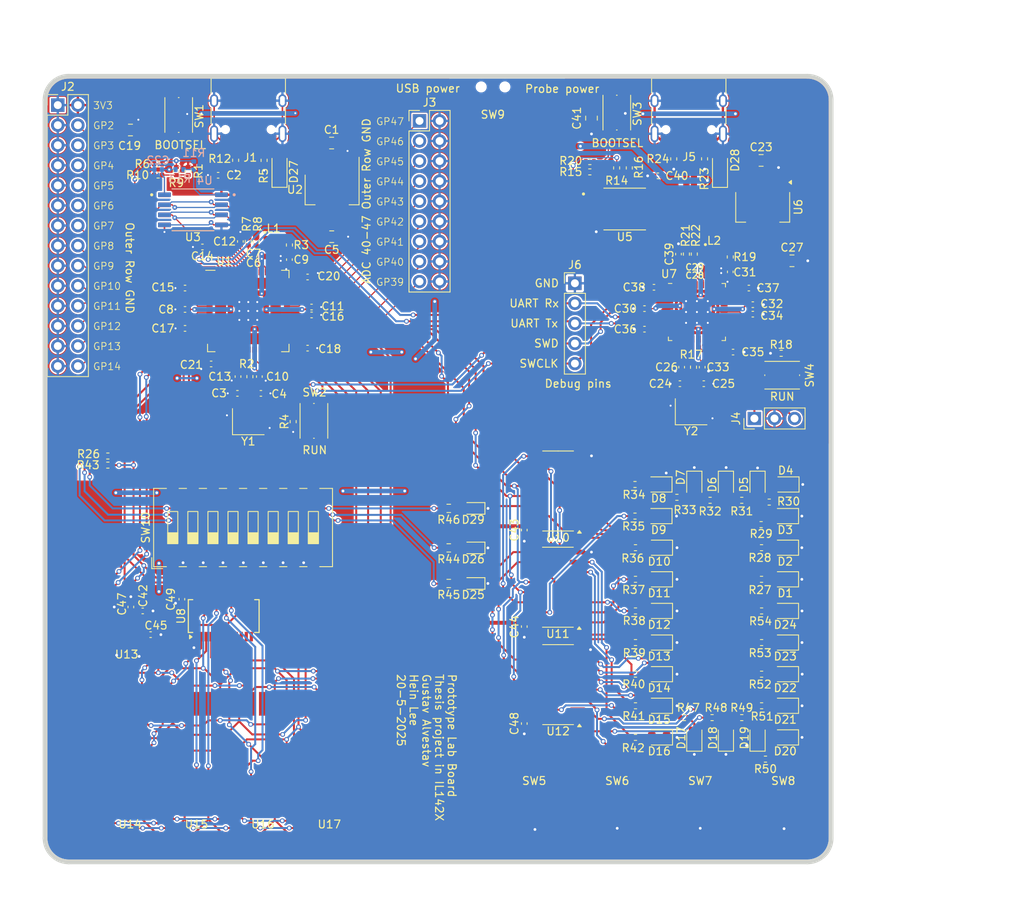
<source format=kicad_pcb>
(kicad_pcb (version 20241229) (generator "pcbnew") (generator_version "9.0")
  (title_block (title "Alvestav Lee IL142X Thesis Project PCB") (date "2025-05-15"))
  (layers (0 "F.Cu" signal) (2 "B.Cu" signal) (13 "F.Paste" user) (15 "B.Paste" user) (5 "F.SilkS" user "F.Silkscreen") (7 "B.SilkS" user "B.Silkscreen") (1 "F.Mask" user) (3 "B.Mask" user) (25 "Edge.Cuts" user))
  (net 0 "")
  (net 1 "GND")
  (net 2 "VBUS")
  (net 3 "/XIN")
  (net 4 "/XOUT")
  (net 5 "+3V3")
  (net 6 "+1V1")
  (net 7 "/~{USB_BOOT}")
  (net 8 "/GPIO15")
  (net 9 "/GPIO14")
  (net 10 "/GPIO13")
  (net 11 "/GPIO12")
  (net 12 "/GPIO11")
  (net 13 "/GPIO10")
  (net 14 "/GPIO9")
  (net 15 "/GPIO8")
  (net 16 "/GPIO7")
  (net 17 "/GPIO6")
  (net 18 "/GPIO5")
  (net 19 "/GPIO4")
  (net 20 "/GPIO3")
  (net 21 "/GPIO2")
  (net 22 "/GPIO1")
  (net 23 "/GPIO0")
  (net 24 "/GPIO25")
  (net 25 "/GPIO24")
  (net 26 "/GPIO23")
  (net 27 "/GPIO22")
  (net 28 "/GPIO21")
  (net 29 "/GPIO20")
  (net 30 "/GPIO19")
  (net 31 "/GPIO18")
  (net 32 "/GPIO17")
  (net 33 "/GPIO16")
  (net 34 "/RUN")
  (net 35 "/SWD")
  (net 36 "/SWCLK")
  (net 37 "/QSPI_SS")
  (net 38 "/QSPI_SD3")
  (net 39 "/QSPI_SCLK")
  (net 40 "/QSPI_SD0")
  (net 41 "/QSPI_SD2")
  (net 42 "/QSPI_SD1")
  (net 43 "/USB_D+")
  (net 44 "/USB_D-")
  (net 45 "/VREG_LX")
  (net 46 "Net-(C4-Pad1)")
  (net 47 "/GPIO47_ADC7")
  (net 48 "/GPIO46_ADC6")
  (net 49 "/GPIO45_ADC5")
  (net 50 "/GPIO44_ADC4")
  (net 51 "/GPIO43_ADC3")
  (net 52 "/GPIO42_ADC2")
  (net 53 "/GPIO41_ADC1")
  (net 54 "/GPIO40_ADC0")
  (net 55 "/GPIO39")
  (net 56 "/GPIO38")
  (net 57 "/GPIO37")
  (net 58 "/GPIO36")
  (net 59 "/GPIO35")
  (net 60 "/GPIO34")
  (net 61 "/GPIO33")
  (net 62 "/GPIO32")
  (net 63 "/GPIO31")
  (net 64 "/GPIO30")
  (net 65 "Net-(R4-Pad1)")
  (net 66 "Net-(U1-USB_DP)")
  (net 67 "/GPIO29")
  (net 68 "/GPIO28")
  (net 69 "/GPIO27")
  (net 70 "/GPIO26")
  (net 71 "/FLASH_SS")
  (net 72 "/VREG_AVDD")
  (net 73 "Net-(U1-USB_DM)")
  (net 74 "/FLASH2_SS")
  (net 75 "/Debug probe/XIN")
  (net 76 "Net-(C25-Pad1)")
  (net 77 "/Debug probe/VREG_AVDD")
  (net 78 "Net-(J1-CC1)")
  (net 79 "Net-(J1-CC2)")
  (net 82 "/Debug probe/VREG_LX")
  (net 83 "/Debug probe/GPIO0")
  (net 84 "/Debug probe/FLASH_SS")
  (net 85 "/Debug probe/QSPI_SS")
  (net 86 "/Debug probe/XOUT")
  (net 87 "Net-(R18-Pad1)")
  (net 88 "/Debug probe/~{USB_BOOT}")
  (net 89 "/Debug probe/USB_D+")
  (net 90 "Net-(U7-USB_DP)")
  (net 91 "Net-(U7-USB_DM)")
  (net 92 "/Debug probe/USB_D-")
  (net 93 "Net-(J5-CC1)")
  (net 94 "Net-(J5-CC2)")
  (net 95 "/Debug probe/RUN")
  (net 96 "Net-(D17-A)")
  (net 97 "Net-(D18-A)")
  (net 98 "/Debug probe/QSPI_SD2")
  (net 101 "/Debug probe/QSPI_SCLK")
  (net 108 "/Debug probe/GPIO1")
  (net 117 "/Debug probe/QSPI_SD1")
  (net 122 "/Debug probe/QSPI_SD3")
  (net 124 "/Debug probe/QSPI_SD0")
  (net 128 "/Debug probe/SWD")
  (net 129 "Net-(D1-A)")
  (net 130 "Net-(D2-A)")
  (net 132 "Net-(D3-A)")
  (net 133 "Net-(D4-A)")
  (net 134 "Net-(D5-A)")
  (net 136 "Net-(D6-A)")
  (net 137 "Net-(D7-A)")
  (net 139 "Net-(D8-A)")
  (net 141 "/Hex displays peripheral/ROW3")
  (net 142 "/Hex displays peripheral/COM3")
  (net 143 "/Hex displays peripheral/ROW2")
  (net 144 "/Hex displays peripheral/COM0")
  (net 145 "/Hex displays peripheral/ROW1")
  (net 146 "/Hex displays peripheral/ROW6")
  (net 147 "/Hex displays peripheral/COM1")
  (net 148 "/Hex displays peripheral/ROW0")
  (net 149 "/Hex displays peripheral/COM2")
  (net 150 "/Hex displays peripheral/ROW7")
  (net 151 "/Hex displays peripheral/ROW5")
  (net 152 "/Hex displays peripheral/ROW4")
  (net 153 "Net-(D9-A)")
  (net 154 "Net-(D10-A)")
  (net 155 "Net-(D11-A)")
  (net 156 "Net-(D12-A)")
  (net 157 "Net-(D13-A)")
  (net 158 "Net-(D14-A)")
  (net 159 "Net-(D15-A)")
  (net 160 "Net-(D16-A)")
  (net 161 "/LEDs/D1")
  (net 162 "/LEDs/D2")
  (net 163 "/LEDs/D3")
  (net 164 "/LEDs/D4")
  (net 165 "/LEDs/D5")
  (net 166 "/LEDs/D6")
  (net 167 "/LEDs/D7")
  (net 168 "/LEDs/D8")
  (net 169 "/LEDs/D9")
  (net 170 "/LEDs/D10")
  (net 171 "/LEDs/D11")
  (net 172 "/LEDs/D12")
  (net 173 "/LEDs/D13")
  (net 174 "/LEDs/D14")
  (net 175 "/LEDs/D15")
  (net 176 "/LEDs/D16")
  (net 181 "Net-(U10-QH')")
  (net 182 "Net-(D19-A)")
  (net 183 "+3V3_A")
  (net 184 "/VSYS_A")
  (net 186 "Net-(D20-A)")
  (net 187 "Net-(D21-A)")
  (net 188 "Net-(D22-A)")
  (net 189 "Net-(D23-A)")
  (net 190 "Net-(D24-A)")
  (net 191 "Net-(D25-A)")
  (net 192 "Net-(D26-A)")
  (net 195 "Net-(D29-A)")
  (net 196 "/LEDs/D17")
  (net 197 "/LEDs/D18")
  (net 198 "/LEDs/D19")
  (net 199 "/LEDs/D20")
  (net 200 "/LEDs/D21")
  (net 201 "/LEDs/D22")
  (net 202 "/LEDs/D23")
  (net 203 "/LEDs/D24")
  (net 204 "Net-(U11-QH')")
  (net 205 "Net-(U13-BYP)")
  (net 206 "/Debug probe/SWDC")
  (net 213 "+1V1_A")
  (net 214 "VBUS_A")
  (net 215 "/Accelerometer/SA0")
  (footprint "Capacitor_SMD:C_0805_2012Metric" (layer "F.Cu") (at 98.4 65.65)
    (property "Reference" "C5")
    (property "Value" "10u")
  )
  (footprint "Capacitor_SMD:C_0402_1005Metric" (layer "F.Cu") (at 79.85 77.25 180)
    (property "Reference" "C17")
    (property "Value" "100n")
  )
  (footprint "Capacitor_SMD:C_0402_1005Metric" (layer "F.Cu") (at 84.035 57.88 180)
    (property "Reference" "C2")
    (property "Value" "100n")
  )
  (footprint "Resistor_SMD:R_0402_1005Metric" (layer "F.Cu") (at 80.25 57.35 -90)
    (property "Reference" "R1")
    (property "Value" "DNF")
  )
  (footprint "Package_TO_SOT_SMD:SOT-223-3_TabPin2" (layer "F.Cu") (at 98.45 59.7 -90)
    (property "Reference" "U2")
    (property "Value" "NCP1117-3.3_SOT223")
  )
  (footprint "W25Q128JVSIQ:SOIC127P790X216-8N" (layer "F.Cu") (at 80.85 62.25)
    (property "Reference" "U3")
    (property "Value" "W25Q128JVS")
  )
  (footprint "Capacitor_SMD:C_0402_1005Metric" (layer "F.Cu") (at 89.445 85.47)
    (property "Reference" "C4")
    (property "Value" "15p")
  )
  (footprint "Capacitor_SMD:C_0402_1005Metric" (layer "F.Cu") (at 86.85 66.25 90)
    (property "Reference" "C12")
    (property "Value" "100n")
  )
  (footprint "Capacitor_SMD:C_0402_1005Metric" (layer "F.Cu") (at 95.855 75.55)
    (property "Reference" "C16")
    (property "Value" "100n")
  )
  (footprint "Capacitor_SMD:C_0402_1005Metric" (layer "F.Cu") (at 95.35 79.75)
    (property "Reference" "C18")
    (property "Value" "100n")
  )
  (footprint "Resistor_SMD:R_0402_1005Metric" (layer "F.Cu") (at 87.85 66.25 -90)
    (property "Reference" "R7")
    (property "Value" "27")
  )
  (footprint "Capacitor_SMD:C_0805_2012Metric" (layer "F.Cu") (at 98.3875 53.8)
    (property "Reference" "C1")
    (property "Value" "10u")
  )
  (footprint "Capacitor_SMD:C_0402_1005Metric" (layer "F.Cu") (at 79.85 72.15 180)
    (property "Reference" "C15")
    (property "Value" "100n")
  )
  (footprint "Capacitor_SMD:C_0402_1005Metric" (layer "F.Cu") (at 86.475 85.47 180)
    (property "Reference" "C3")
    (property "Value" "15p")
  )
  (footprint "Resistor_SMD:R_0402_1005Metric" (layer "F.Cu") (at 88.85 66.25 -90)
    (property "Reference" "R8")
    (property "Value" "27")
  )
  (footprint "Capacitor_SMD:C_0402_1005Metric" (layer "F.Cu") (at 95.35 70.75)
    (property "Reference" "C20")
    (property "Value" "100n")
  )
  (footprint "Resistor_SMD:R_0402_1005Metric" (layer "F.Cu") (at 88.05 83.355 -90)
    (property "Reference" "R2")
    (property "Value" "1k")
  )
  (footprint "Crystal:Crystal_SMD_3225-4Pin_3.2x2.5mm" (layer "F.Cu") (at 87.85 89.05)
    (property "Reference" "Y1")
    (property "Value" "ABM8-272-T3")
  )
  (footprint "Capacitor_SMD:C_0805_2012Metric" (layer "F.Cu") (at 72.95 52.15)
    (property "Reference" "C19")
    (property "Value" "10u")
  )
  (footprint "LED_SMD:LED_0805_2012Metric" (layer "F.Cu") (at 139.8125 105 180)
    (property "Reference" "D10")
    (property "Value" "LED")
  )
  (footprint "Resistor_SMD:R_0402_1005Metric" (layer "F.Cu") (at 141.65 55.81 90)
    (property "Reference" "R24")
    (property "Value" "5.1k")
  )
  (footprint "Resistor_SMD:R_0402_1005Metric" (layer "F.Cu") (at 93.05 66.7 -90)
    (property "Reference" "R3")
    (property "Value" "33")
  )
  (footprint "Package_SO:SOIC-16_3.9x9.9mm_P1.27mm" (layer "F.Cu") (at 127.025 97.825 180)
    (property "Reference" "U10")
    (property "Value" "74HC595")
  )
  (footprint "Capacitor_SMD:C_0402_1005Metric" (layer "F.Cu") (at 122.75 114.98 -90)
    (property "Reference" "C44")
    (property "Value" "100n")
  )
  (footprint "Capacitor_SMD:C_0402_1005Metric" (layer "F.Cu") (at 137.95 74.75 180)
    (property "Reference" "C30")
    (property "Value" "100n")
  )
  (footprint "Capacitor_SMD:C_0402_1005Metric" (layer "F.Cu") (at 74.5 113)
    (property "Reference" "C42")
    (property "Value" "100n")
  )
  (footprint "LED_SMD:LED_0805_2012Metric" (layer "F.Cu") (at 152.25 129.0625 90)
    (property "Reference" "D19")
    (property "Value" "LED")
  )
  (footprint "Capacitor_SMD:C_0402_1005Metric" (layer "F.Cu") (at 122.75 102.77 -90)
    (property "Reference" "C43")
    (property "Value" "100n")
  )
  (footprint "Capacitor_SMD:C_0402_1005Metric" (layer "F.Cu") (at 145.25 82.16 -90)
    (property "Reference" "C33")
    (property "Value" "100n")
  )
  (footprint "Resistor_SMD:R_0402_1005Metric" (layer "F.Cu") (at 134.43 56.95 -90)
    (property "Reference" "R14")
    (property "Value" "DNF")
  )
  (footprint "Resistor_SMD:R_0402_1005Metric" (layer "F.Cu") (at 93.525 89.05 -90)
    (property "Reference" "R4")
    (property "Value" "1k")
  )
  (footprint "Capacitor_SMD:C_0402_1005Metric" (layer "F.Cu") (at 145.45 84.25)
    (property "Reference" "C25")
    (property "Value" "15p")
  )
  (footprint "Button_Switch_SMD:SW_DIP_SPSTx08_Slide_9.78x22.5mm_W8.61mm_P2.54mm" (layer "F.Cu") (at 87.19 102.45 90)
    (property "Reference" "SW10")
    (property "Value" "SW_DIP_x08")
  )
  (footprint "Resistor_SMD:R_0603_1608Metric" (layer "F.Cu") (at 113.2 100.025 180)
    (property "Reference" "R46")
    (property "Value" "820")
  )
  (footprint "Resistor_SMD:R_0402_1005Metric" (layer "F.Cu") (at 144.15 82.16 -90)
    (property "Reference" "R17")
    (property "Value" "1k")
  )
  (footprint "Resistor_SMD:R_0603_1608Metric" (layer "F.Cu") (at 113.2 105.025 180)
    (property "Reference" "R44")
    (property "Value" "560")
  )
  (footprint "Button_Switch_SMD:SW_Push_K2-1102SP-A4SC-04" (layer "F.Cu") (at 140 135.5)
    (property "Reference" "SW7")
    (property "Value" "SW_Push")
  )
  (footprint "Resistor_SMD:R_0402_1005Metric" (layer "F.Cu") (at 145.55 55.8 90)
    (property "Reference" "R23")
    (property "Value" "5.1k")
  )
  (footprint "Resistor_SMD:R_0402_1005Metric" (layer "F.Cu") (at 152.76 117 180)
    (property "Reference" "R53")
    (property "Value" "470")
  )
  (footprint "LED_SMD:LED_0805_2012Metric" (layer "F.Cu") (at 139.8125 125 180)
    (property "Reference" "D15")
    (property "Value" "LED")
  )
  (footprint "LED_SMD:LED_0805_2012Metric" (layer "F.Cu") (at 139.75 101 180)
    (property "Reference" "D9")
    (property "Value" "LED")
  )
  (footprint "Resistor_SMD:R_0402_1005Metric" (layer "F.Cu") (at 152.76 113 180)
    (property "Reference" "R54")
    (property "Value" "470")
  )
  (footprint "LED_SMD:LED_0805_2012Metric" (layer "F.Cu") (at 139.8125 113 180)
    (property "Reference" "D12")
    (property "Value" "LED")
  )
  (footprint "Button_Switch_SMD:SW_Push_K2-1102SP-A4SC-04" (layer "F.Cu") (at 150.5 135.5)
    (property "Reference" "SW8")
    (property "Value" "SW_Push")
  )
  (footprint "LED_SMD:LED_0805_2012Metric" (layer "F.Cu") (at 139.8125 117 180)
    (property "Reference" "D13")
    (property "Value" "LED")
  )
  (footprint "Resistor_SMD:R_0402_1005Metric" (layer "F.Cu") (at 146.5 126.5 180)
    (property "Reference" "R48")
    (property "Value" "470")
  )
  (footprint "Package_SO:SOIC-16_3.9x9.9mm_P1.27mm" (layer "F.Cu") (at 127.025 122.325 180)
    (property "Reference" "U12")
    (property "Value" "74HC595")
  )
  (footprint "Capacitor_SMD:C_0402_1005Metric" (layer "F.Cu") (at 93.05 68.55 -90)
    (property "Reference" "C9")
    (property "Value" "4.7u")
  )
  (footprint "RP2350_80QFN_minimal:C_0402_1005Metric_small_pads" (layer "F.Cu") (at 90.85 68.05)
    (property "Reference" "C7")
    (property "Value" "4.7u")
  )
  (footprint "Resistor_SMD:R_0402_1005Metric" (layer "F.Cu") (at 136.75 97 180)
    (property "Reference" "R34")
    (property "Value" "470")
  )
  (footprint "Capacitor_SMD:C_0402_1005Metric" (layer "F.Cu") (at 137.95 77.35 180)
    (property "Reference" "C36")
    (property "Value" "100n")
  )
  (footprint "Resistor_SMD:R_0402_1005Metric" (layer "F.Cu") (at 136.8125 125 180)
    (property "Reference" "R41")
    (property "Value" "470")
  )
  (footprint "Resistor_SMD:R_0402_1005Metric" (layer "F.Cu") (at 136.8125 113 180)
    (property "Reference" "R38")
    (property "Value" "470")
  )
  (footprint "Connector_PinHeader_2.54mm:PinHeader_1x05_P2.54mm_Vertical" (layer "F.Cu") (at 129.15 71.54)
    (property "Reference" "J6")
    (property "Value" "Conn_01x05")
  )
  (footprint "LED_SMD:LED_0805_2012Metric" (layer "F.Cu") (at 155.75 113 180)
    (property "Reference" "D24")
    (property "Value" "LED")
  )
  (footprint "Resistor_SMD:R_0402_1005Metric" (layer "F.Cu") (at 136.75 101 180)
    (property "Reference" "R35")
    (property "Value" "470")
  )
  (footprint "Capacitor_SMD:C_0402_1005Metric" (layer "F.Cu") (at 82.05 66.95 180)
    (property "Reference" "C14")
    (property "Value" "100n")
  )
  (footprint "Capacitor_SMD:C_0402_1005Metric" (layer "F.Cu") (at 79.45 111.52 -90)
    (property "Reference" "C49")
    (property "Value" "100n")
  )
  (footprint "Resistor_SMD:R_0402_1005Metric" (layer "F.Cu") (at 155.2375 80.4 180)
    (property "Reference" "R18")
    (property "Value" "1k")
  )
  (footprint "LED_SMD:LED_0805_2012Metric" (layer "F.Cu") (at 155.75 117 180)
    (property "Reference" "D23")
    (property "Value" "LED")
  )
  (footprint "Capacitor_SMD:C_0402_1005Metric" (layer "F.Cu") (at 139.65 57.95 180)
    (property "Reference" "C40")
    (property "Value" "100n")
  )
  (footprint "GS3011CR-G:GS3011CR-G" (layer "F.Cu") (at 81.3 131)
    (property "Reference" "U15")
    (property "Value" "GS3011CR-G")
  )
  (footprint "Button_Switch_SMD:SW_Push_1P1T_NO_Vertical_Wuerth_434133025816" (layer "F.Cu") (at 79.05 50.25 -90)
    (property "Reference" "SW1")
    (property "Value" "SW_Push")
  )
  (footprint "LED_SMD:LED_0805_2012Metric" (layer "F.Cu") (at 155.75 109 180)
    (property "Reference" "D1")
    (property "Value" "LED")
  )
  (footprint "Capacitor_SMD:C_0402_1005Metric" (layer "F.Cu") (at 73 112.5 90)
    (property "Reference" "C47")
    (property "Value" "100n")
  )
  (footprint "Resistor_SMD:R_0402_1005Metric" (layer "F.Cu") (at 89.85 55.99 90)
    (property "Reference" "R5")
    (property "Value" "5.1k")
  )
  (footprint "GS3011CR-G:GS3011CR-G" (layer "F.Cu") (at 72.9 131)
    (property "Reference" "U14")
    (property "Value" "GS3011CR-G")
  )
  (footprint "Capacitor_SMD:C_0402_1005Metric" (layer "F.Cu") (at 151.65 74.25)
    (property "Reference" "C32")
    (property "Value" "4.7u")
  )
  (footprint "Capacitor_SMD:C_0805_2012Metric" (layer "F.Cu") (at 152.7 56)
    (property "Reference" "C23")
    (property "Value" "10u")
  )
  (footprint "Package_SO:SOIC-16_3.9x9.9mm_P1.27mm" (layer "F.Cu") (at 127 110 180)
    (property "Reference" "U11")
    (property "Value" "74HC595")
  )
  (footprint "Resistor_SMD:R_0402_1005Metric" (layer "F.Cu") (at 70.09 94.55)
    (property "Reference" "R43")
    (property "Value" "4.7k")
  )
  (footprint "Resistor_SMD:R_0402_1005Metric" (layer "F.Cu") (at 78.75 57.35 -90)
    (property "Reference" "R9")
    (property "Value" "DNF")
  )
  (footprint "RP2350_60QFN_minimal:L_pol_2016" (layer "F.Cu") (at 146.55 67.95)
    (property "Reference" "L2")
    (property "Value" "3.3u")
  )
  (footprint "RP2350_80QFN_minimal:C_0402_1005Metric_small_pads" (layer "F.Cu") (at 90.85 69)
    (property "Reference" "C6")
    (property "Value" "4.7u")
  )
  (footprint "Capacitor_SMD:C_0402_1005Metric" (layer "F.Cu") (at 142.25 67.85 90)
    (property "Reference" "C39")
    (property "Value" "100n")
  )
  (footprint "LED_SMD:LED_0805_2012Metric" (layer "F.Cu") (at 148.25 129.0625 90)
    (property "Reference" "D18")
    (property "Value" "LED")
  )
  (footprint "LED_SMD:LED_0805_2012Metric" (layer "F.Cu") (at 148.25 97 -90)
    (property "Reference" "D6")
    (property "Value" "LED")
  )
  (footprint "Capacitor_SMD:C_0402_1005Metric" (layer "F.Cu") (at 151.15 72.15)
    (property "Reference" "C37")
    (property "Value" "100n")
  )
  (footprint "Resistor_SMD:R_0402_1005Metric" (layer "F.Cu") (at 136.8125 109 180)
    (property "Reference" "R37")
    (property "Value" "470")
  )
  (footprint "LED_SMD:LED_0805_2012Metric" (layer "F.Cu") (at 155.75 125 180)
    (property "Reference" "D21")
    (property "Value" "LED")
  )
  (footprint "Resistor_SMD:R_0402_1005Metric" (layer "F.Cu") (at 76.45 57.85)
    (property "Reference" "R10")
    (property "Value" "0")
  )
  (footprint "Capacitor_SMD:C_0402_1005Metric" (layer "F.Cu") (at 139.15 72.05 180)
    (property "Reference" "C38")
    (property "Value" "100n")
  )
  (footprint "Connector_PinHeader_2.54mm:PinHeader_1x03_P2.54mm_Vertical" (layer "F.Cu") (at 151.85 88.65 90)
    (property "Reference" "J4")
    (property "Value" "Conn_01x03")
  )
  (footprint "LED_SMD:LED_0603_1608Metric" (layer "F.Cu") (at 116.2875 109.525 180)
    (property "Reference" "D25")
    (property "Value" "EMERALD")
  )
  (footprint "Resistor_SMD:R_0402_1005Metric" (layer "F.Cu") (at 152.7 102.075 180)
    (property "Reference" "R29")
    (property "Value" "470")
  )
  (footprint "LED_SMD:LED_0805_2012Metric" (layer "F.Cu") (at 139.75 97 180)
    (property "Reference" "D8")
    (property "Value" "LED")
  )
  (footprint "Button_Switch_SMD:SW_Push_1P1T_NO_Vertical_Wuerth_434133025816" (layer "F.Cu") (at 155.3625 83.175)
    (property "Reference" "SW4")
    (property "Value" "SW_Push")
  )
  (footprint "GS3011CR-G:GS3011CR-G" (layer "F.Cu") (at 89.7 131)
    (property "Reference" "U16")
    (property "Value" "GS3011CR-G")
  )
  (footprint "Resistor_SMD:R_0402_1005Metric" (layer "F.Cu") (at 152.76 121 180)
    (property "Reference" "R52")
    (property "Value" "470")
  )
  (footprint "RP2350_60QFN_minimal:RP2350-QFN-60-1EP_7x7_P0.4mm_EP3.4x3.4mm_ThermalVias" (layer "F.Cu") (at 144.58223 75.179)
    (property "Reference" "U7")
    (property "Value" "RP2350_60QFN")
  )
  (footprint "Diode_SMD:Nexperia_CFP3_SOD-123W" (layer "F.Cu") (at 147.5 57.15 90)
    (property "Reference" "D28")
    (property "Value" "PMEG6010ELR")
  )
  (footprint "Resistor_SMD:R_0402_1005Metric" (layer "F.Cu") (at 76.45 56.45)
    (property "Reference" "R6")
    (property "Value" "1k")
  )
  (footprint "Button_Switch_SMD:SW_Push_K2-1102SP-A4SC-04" (layer "F.Cu") (at 119 135.5)
    (property "Reference" "SW5")
    (property "Value" "SW_Push")
  )
  (footprint "Resistor_SMD:R_0402_1005Metric" (layer "F.Cu") (at 131.04 56.15)
    (property "Reference" "R20")
    (property "Value" "1k")
  )
  (footprint "Resistor_SMD:R_0402_1005Metric" (layer "F.Cu") (at 136.03 56.95 -90)
    (property "Reference" "R16")
    (property "Value" "DNF")
  )
  (footprint "Resistor_SMD:R_0402_1005Metric" (layer "F.Cu") (at 146.25 99 180)
    (property "Reference" "R32")
    (property "Value" "470")
  )
  (footprint "GS3011CR-G:GS3011CR-G" (layer "F.Cu") (at 98.1 131)
    (property "Reference" "U17")
    (property "Value" "GS3011CR-G")
  )
  (footprint "Capacitor_SMD:C_0402_1005Metric" (layer "F.Cu") (at 89.25 83.35 -90)
    (property "Reference" "C10")
    (property "Value" "4.7u")
  )
  (footprint "Crystal:Crystal_SMD_3225-4Pin_3.2x2.5mm" (layer "F.Cu") (at 143.85 87.8)
    (property "Reference" "Y2")
    (property "Value" "ABM8-272-T3")
  )
  (footprint "Resistor_SMD:R_0402_1005Metric" (layer "F.Cu") (at 143 126.5 180)
    (property "Reference" "R47")
    (property "Value" "470")
  )
  (footprint "Connector_USB:USB_C_Receptacle_HRO_TYPE-C-31-M-12" (layer "F.Cu") (at 143.55 49.5 180)
    (property "Reference" "J5")
    (property "Value" "USB_C_Receptacle_USB2.0_16P")
  )
  (footprint "Connector_PinHeader_2.54mm:PinHeader_2x09_P2.54mm_Vertical" (layer "F.Cu") (at 109.5 51)
    (property "Reference" "J3")
    (property "Value" "Conn_02x09_Odd_Even")
  )
  (footprint "Resistor_SMD:R_0402_1005Metric" (layer "F.Cu") (at 150.25 99 180)
    (property "Reference" "R31")
    (property "Value" "470")
  )
  (footprint "Button_Switch_SMD:SW_SPDT_G-Switch_MK-12C03-G015" (layer "F.Cu") (at 118.8 46.7 180)
    (property "Reference" "SW9")
    (property "Value" "SW_SPDT")
  )
  (footprint "Resistor_SMD:R_0402_1005Metric" (layer "F.Cu") (at 131.04 57.45)
    (property "Reference" "R15")
    (property "Value" "0")
  )
  (footprint "Connector_PinHeader_2.54mm:PinHeader_2x14_P2.54mm_Vertical" (layer "F.Cu") (at 63.76 49)
    (property "Reference" "J2")
    (property "Value" "Conn_02x14_Odd_Even")
  )
  (footprint "LED_SMD:LED_0805_2012Metric" (layer "F.Cu") (at 155.75 121 180)
    (property "Reference" "D22")
    (property "Value" "LED")
  )
  (footprint "LED_SMD:LED_0805_2012Metric" (layer "F.Cu") (at 139.8125 121 180)
    (property "Reference" "D14")
    (property "Value" "LED")
  )
  (footprint "Resistor_SMD:R_0402_1005Metric" (layer "F.Cu") (at 142.05 98.625 180)
    (property "Reference" "R33")
    (property "Value" "470")
  )
  (footprint "Capacitor_SMD:C_0402_1005Metric" (layer "F.Cu") (at 75.5 116)
    (property "Reference" "C45")
    (property "Value" "4.7u")
  )
  (footprint "Resistor_SMD:R_0402_1005Metric" (layer "F.Cu") (at 150.25 126.5 180)
    (property "Reference" "R49")
    (property "Value" "470")
  )
  (footprint "Resistor_SMD:R_0402_1005Metric" (layer "F.Cu") (at 148.8 68.215 -90)
    (property "Reference" "R19")
    (property "Value" "33")
  )
  (footprint "LED_SMD:LED_0805_2012Metric" (layer "F.Cu") (at 144.25 129.0625 90)
    (property "Reference" "D17")
    (property "Value" "LED")
  )
  (footprint "Resistor_SMD:R_0402_1005Metric" (layer "F.Cu") (at 144.25 67.85 -90)
    (property "Reference" "R22")
    (property "Value" "27")
  )
  (footprint "Connector_USB:USB_C_Receptacle_HRO_TYPE-C-31-M-12" (layer "F.Cu") (at 87.85 49.49 180)
    (property "Reference" "J1")
    (property "Value" "USB_C_Receptacle_USB2.0_16P")
  )
  (footprint "Package_SO:SSOP-24_3.9x8.7mm_P0.635mm" (layer "F.Cu") (at 84.7425 113.65 90)
    (property "Reference" "U8")
    (property "Value" "HT16K33A-24SSOP" (hide yes))
  )
  (footprint "Capacitor_SMD:C_0402_1005Metric" (layer "F.Cu") (at 151.65 75.45)
    (property "Reference" "C34")
    (property "Value" "100n")
  )
  (footprint "LED_SMD:LED_0603_1608Metric" (layer "F.Cu") (at 116.2875 105.025 180)
    (property "Reference" "D26")
    (property "Value" "YELLOW")
  )
  (footprint "RP2350_80QFN_minimal:RP2350-QFN-80-1EP_10x10_P0.4mm_EP3.4x3.4mm_ThermalVias" (layer "F.Cu") (at 87.85 75.05)
    (property "Reference" "U1")
    (property "Value" "RP2350_80QFN")
  )
  (footprint "LED_SMD:LED_0805_2012Metric" (layer "F.Cu") (at 155.75 101 180)
    (property "Reference" "D3")
    (property "Value" "LED")
  )
  (footprint "Resistor_SMD:R_0402_1005Metric" (layer "F.Cu") (at 136.8125 117 180)
    (property "Reference" "R39")
    (property "Value" "470")
  )
  (footprint "RP2350_80QFN_minimal:L_pol_2016" (layer "F.Cu") (at 90.85 66.4)
    (property "Reference" "L1")
    (property "Value" "3.3u")
  )
  (footprint "Capacitor_SMD:C_0805_2012Metric" (layer "F.Cu") (at 156.6 68.7)
    (property "Reference" "C27")
    (property "Value" "10u")
  )
  (footprint "Capacitor_SMD:C_0402_1005Metric" (layer "F.Cu") (at 79.85 74.85 180)
    (property "Reference" "C8")
    (property "Value" "100n")
  )
  (footprint "Resistor_SMD:R_0402_1005Metric" (layer "F.Cu") (at 152.75 109 180)
    (property "Reference" "R27")
    (property "Value" "470")
  )
  (footprint "LED_SMD:LED_0603_1608Metric" (layer "F.Cu") (at 116.2875 100.025 180)
    (property "Reference" "D29")
    (property "Value" "RED")
  )
  (footprint "Capacitor_SMD:C_0402_1005Metric" (layer "F.Cu") (at 148.8 70.1 -90)
    (property "Reference" "C31")
    (property "Value" "4.7u")
  )
  (footprint "LED_SMD:LED_0805_2012Metric" (layer "F.Cu") (at 155.8125 97 180)
    (property "Reference" "D4")
    (property "Value" "LED")
  )
  (footprint "Capacitor_SMD:C_0402_1005Metric" (layer "F.Cu") (at 122.75 127.25 -90)
    (property "Reference" "C48")
    (property "Value" "100n")
  )
  (footprint "Capacitor_SMD:C_0402_1005Metric" (layer "F.Cu") (at 142.43 84.25 180)
    (property "Reference" "C24")
    (property "Value" "15p")
  )
  (footprint "RP2350_60QFN_minimal:C_0402_1005Metric_small_pads" (layer "F.Cu") (at 146.55 70.55)
    (property "Reference" "C28")
    (property "Value" "4.7u")
  )
  (footprint "LED_SMD:LED_0805_2012Metric" (layer "F.Cu") (at 139.8125 129 180)
    (property "Reference" "D16")
    (property "Value" "LED")
  )
  (footprint "Capacitor_SMD:C_0402_1005Metric" (layer "F.Cu") (at 83.15 81.75 180)
    (property "Reference" "C21")
    (property "Value" "100n")
  )
  (footprint "Resistor_SMD:R_0603_1608Metric" (layer "F.Cu") (at 113.2 109.525 180)
    (property "Reference" "R45")
    (property "Value" "180")
  )
  (footprint "MMA8451QR1:QFN50P300X300X100-16N" (layer "F.Cu") (at 72.4906 115.5 -90)
    (property "Reference" "U13")
    (property "Value" "MMA8451QR1")
  )
  (footprint "Resistor_SMD:R_0402_1005Metric" (layer "F.Cu") (at 152.75 105 180)
    (property "Reference" "R28")
    (property "Value" "470")
  )
  (footprint "LED_SMD:LED_0805_2012Metric" (layer "F.Cu") (at 155.75 129 180)
    (property "Reference" "D20")
    (property "Value" "LED")
  )
  (footprint "Resistor_SMD:R_0402_1005Metric" (layer "F.Cu") (at 153.25 131.75 180)
    (property "Reference" "R50")
    (property "Value" "470")
  )
  (footprint "LED_SMD:LED_0805_2012Metric" (layer "F.Cu") (at 144.25 97 -90)
    (property "Reference" "D7")
    (property "Value" "LED")
  )
  (footprint "RP2350_60QFN_minimal:C_0402_1005Metric_small_pads" (layer "F.Cu") (at 146.55 69.6)
    (property "Reference" "C29")
    (property "Value" "4.7u")
  )
  (footprint "Button_Switch_SMD:SW_Push_K2-1102SP-A4SC-04" (layer "F.Cu") (at 129.5 135.5)
    (property "Reference" "SW6")
    (property "Value" "SW_Push")
  )
  (footprint "Button_Switch_SMD:SW_Push_1P1T_NO_Vertical_Wuerth_434133025816" (layer "F.Cu") (at 96.15 88.95 90)
    (property "Reference" "SW2")
    (property "Value" "SW_Push")
  )
  (footprint "W25Q128JVSIQ:SOIC127P790X216-8N" (layer "F.Cu") (at 135.45 62.15)
    (property "Reference" "U5")
    (property "Value" "W25Q128JVS")
  )
  (footprint "Resistor_SMD:R_0402_1005Metric" (layer "F.Cu") (at 136.8125 105 180)
    (property "Reference" "R36")
    (property "Value" "470")
  )
  (footprint "Resistor_SMD:R_0402_1005Metric" (layer "F.Cu") (at 136.8125 121 180)
    (property "Reference" "R40")
    (property "Value" "470")
  )
  (footprint "Resistor_SMD:R_0402_1005Metric" (layer "F.Cu") (at 70.09 93.4)
    (property "Reference" "R26")
    (property "Value" "4.7k")
  )
  (footprint "Capacitor_SMD:C_0402_1005Metric" (layer "F.Cu") (at 95.85 74.55)
    (property "Reference" "C11")
    (property "Value" "100n")
  )
  (footprint "Diode_SMD:Nexperia_CFP3_SOD-123W" (layer "F.Cu") (at 91.8 57.14 90)
    (property "Reference" "D27")
    (property "Value" "PMEG6010ELR")
  )
  (footprint "LED_SMD:LED_0805_2012Metric" (layer "F.Cu") (at 152.25 97 -90)
    (property "Reference" "D5")
    (property "Value" "LED")
  )
  (footprint "Resistor_SMD:R_0402_1005Metric" (layer "F.Cu") (at 143.25 67.85 -90)
    (property "Reference" "R21")
    (property "Value" "27")
  )
  (footprint "LED_SMD:LED_0805_2012Metric" (layer "F.Cu") (at 155.75 105 180)
    (property "Reference" "D2")
    (property "Value" "LED")
  )
  (footprint "Resistor_SMD:R_0402_1005Metric" (layer "F.Cu") (at 153.725 99.225 180)
    (property "Reference" "R30")
    (property "Value" "470")
  )
  (footprint "LED_SMD:LED_0805_2012Metric" (layer "F.Cu") (at 139.8125 109 180)
    (property "Reference" "D11")
    (property "Value" "LED")
  )
  (footprint "Package_TO_SOT_SMD:SOT-223-3_TabPin2" (layer "F.Cu") (at 152.9 61.9 -90)
    (property "Reference" "U6")
    (property "Value" "NCP1117-3.3_SOT223")
  )
  (footprint "Resistor_SMD:R_0402_1005Metric" (layer "F.Cu") (at 86.25 55.98 90)
    (property "Reference" "R12")
    (property "Value" "5.1k")
  )
  (footprint "Capacitor_SMD:C_0402_1005Metric" (layer "F.Cu") (at 142.65 82.16 -90)
    (property "Reference" "C26")
    (property "Value" "100n")
  )
  (footprint "Capacitor_SMD:C_0402_1005Metric" (layer "F.Cu") (at 149.15 80.25)
    (property "Reference" "C35")
    (property "Value" "100n")
  )
  (footprint "Button_Switch_SMD:SW_Push_1P1T_NO_Vertical_Wuerth_434133025816" (layer "F.Cu") (at 134.45 49.95 -90)
    (property "Reference" "SW3")
    (property "Value" "SW_Push")
  )
  (footprint "Resistor_SMD:R_0402_1005Metric" (layer "F.Cu") (at 152.76 125 180)
    (property "Reference" "R51")
    (property "Value" "470")
  )
  (footprint "Capacitor_SMD:C_0805_2012Metric" (layer "F.Cu") (at 131.25 50.65 -90)
    (property "Reference" "C41")
    (property "Value" "10u")
  )
  (footprint "Capacitor_SMD:C_0402_1005Metric" (layer "F.Cu") (at 86.55 83.35 -90)
    (property "Reference" "C13")
    (property "Value" "100n")
  )
  (footprint "Resistor_SMD:R_0402_1005Metric" (layer "F.Cu") (at 136.8125 129 180)
    (property "Reference" "R42")
    (property "Value" "470")
  )
  (footprint "W25Q128JVSIQ:SOIC127P790X216-8N" (layer "B.Cu") (at 80.85 62.25 180)
    (property "Reference" "U4")
    (property "Value" "DNF")
  )
  (footprint "Resistor_SMD:R_0402_1005Metric" (layer "B.Cu") (at 80.95 56.64 -90)
    (property "Reference" "R11")
    (property "Value" "DNF")
  )
  (footprint "Resistor_SMD:R_0402_1005Metric" (layer "B.Cu") (at 79.15 57.15)
    (property "Reference" "R13")
    (property "Value" "DNF")
  )
  (footprint "Capacitor_SMD:C_0402_1005Metric" (layer "B.Cu") (at 76.45 57.15 180)
    (property "Reference" "C22")
    (property "Value" "DNF")
  )
  (gr_line (start 158.55 144.75) (end 65.15 144.75) (stroke (width 0.6)) (layer "Edge.Cuts"))
  (gr_line (start 161.55 48.35) (end 161.55 141.75) (stroke (width 0.6)) (layer "Edge.Cuts"))
  (gr_line (start 65.15 45.35) (end 158.55 45.35) (stroke (width 0.6)) (layer "Edge.Cuts"))
  (gr_line (start 62.15 141.75) (end 62.15 48.35) (stroke (width 0.6)) (layer "Edge.Cuts"))
  (gr_arc (start 158.55 45.35) (mid 160.67132 46.22868) (end 161.55 48.35) (stroke (width 0.6)) (layer "Edge.Cuts"))
  (gr_arc (start 62.15 48.35) (mid 63.02868 46.22868) (end 65.15 45.35) (stroke (width 0.6)) (layer "Edge.Cuts"))
  (gr_arc (start 65.15 144.75) (mid 63.02868 143.87132) (end 62.15 141.75) (stroke (width 0.6)) (layer "Edge.Cuts"))
  (gr_arc (start 161.55 141.75) (mid 160.67132 143.87132) (end 158.55 144.75) (stroke (width 0.6)) (layer "Edge.Cuts"))
  (gr_text "GP3" (at 68.165 54.13 0) (layer "F.SilkS") (effects (font (size 0.9 0.9) (thickness 0.1)) (justify left)))
  (gr_text "GP4" (at 68.165 56.67 0) (layer "F.SilkS") (effects (font (size 0.9 0.9) (thickness 0.1)) (justify left)))
  (gr_text "GP5" (at 68.165 59.21 0) (layer "F.SilkS") (effects (font (size 0.9 0.9) (thickness 0.1)) (justify left)))
  (gr_text "GP6" (at 68.165 61.75 0) (layer "F.SilkS") (effects (font (size 0.9 0.9) (thickness 0.1)) (justify left)))
  (gr_text "GP7" (at 68.165 64.29 0) (layer "F.SilkS") (effects (font (size 0.9 0.9) (thickness 0.1)) (justify left)))
  (gr_text "GP8" (at 68.165 66.83 0) (layer "F.SilkS") (effects (font (size 0.9 0.9) (thickness 0.1)) (justify left)))
  (gr_text "GP9" (at 68.165 69.37 0) (layer "F.SilkS") (effects (font (size 0.9 0.9) (thickness 0.1)) (justify left)))
  (gr_text "GP10" (at 68.165 71.91 0) (layer "F.SilkS") (effects (font (size 0.9 0.9) (thickness 0.1)) (justify left)))
  (gr_text "GP11" (at 68.165 74.45 0) (layer "F.SilkS") (effects (font (size 0.9 0.9) (thickness 0.1)) (justify left)))
  (gr_text "GP13" (at 68.165 79.53 0) (layer "F.SilkS") (effects (font (size 0.9 0.9) (thickness 0.1)) (justify left)))
  (gr_text "GP12" (at 68.165 76.99 0) (layer "F.SilkS") (effects (font (size 0.9 0.9) (thickness 0.1)) (justify left)))
  (gr_text "GP14" (at 68.165 82.07 0) (layer "F.SilkS") (effects (font (size 0.9 0.9) (thickness 0.1)) (justify left)))
  (gr_text "Outer Row GND" (at 72.85 69.6 270) (layer "F.SilkS") (effects (font (size 1 1))))
  (gr_text "BOOTSEL" (at 79.25 54.05 0) (layer "F.SilkS") (effects (font (size 1 1))))
  (gr_text "GP43" (at 107.6 61.24 0) (layer "F.SilkS") (effects (font (size 0.9 0.9) (thickness 0.1)) (justify right)))
  (gr_text "GP42" (at 107.6 63.78 0) (layer "F.SilkS") (effects (font (size 0.9 0.9) (thickness 0.1)) (justify right)))
  (gr_text "RUN" (at 155.3625 85.875 0) (layer "F.SilkS") (effects (font (size 1 1))))
  (gr_text "GP45" (at 107.6 56.16 0) (layer "F.SilkS") (effects (font (size 0.9 0.9) (thickness 0.1)) (justify right)))
  (gr_text "UART Rx" (at 124 74.08 0) (layer "F.SilkS") (effects (font (size 1 1))))
  (gr_text "ADC 40-47 Outer Row GND" (at 102.8 61.15 90) (layer "F.SilkS") (effects (font (size 1 1))))
  (gr_text "GND" (at 125.6 71.54 0) (layer "F.SilkS") (effects (font (size 1 1))))
  (gr_text "GP40" (at 107.6 68.86 0) (layer "F.SilkS") (effects (font (size 0.9 0.9) (thickness 0.1)) (justify right)))
  (gr_text "SWD" (at 125.55 79.15 0) (layer "F.SilkS") (effects (font (size 1 1))))
  (gr_text "BOOTSEL" (at 134.525 53.8 0) (layer "F.SilkS") (effects (font (size 1 1))))
  (gr_text "Prototype Lab Board\nThesis project in IL142X\nGustav Alvestav\nHein Lee\n20-5-2025" (at 106.575 120.9 270) (layer "F.SilkS") (effects (font (size 1 1)) (justify left bottom)))
  (gr_text "GP41" (at 107.6 66.32 0) (layer "F.SilkS") (effects (font (size 0.9 0.9) (thickness 0.1)) (justify right)))
  (gr_text "Debug pins" (at 125.25 84.825 0) (layer "F.SilkS") (effects (font (size 1 1)) (justify left bottom)))
  (gr_text "GP44" (at 107.6 58.7 0) (layer "F.SilkS") (effects (font (size 0.9 0.9) (thickness 0.1)) (justify right)))
  (gr_text "Probe power" (at 127.55 47.525 0) (layer "F.SilkS") (effects (font (size 1 1)) (justify bottom)))
  (gr_text "SWCLK" (at 124.6 81.7 0) (layer "F.SilkS") (effects (font (size 1 1))))
  (gr_text "RUN" (at 96.25 92.65 0) (layer "F.SilkS") (effects (font (size 1 1))))
  (gr_text "USB power\n" (at 110.55 47.475 0) (layer "F.SilkS") (effects (font (size 1 1)) (justify bottom)))
  (gr_text "GP46" (at 107.6 53.62 0) (layer "F.SilkS") (effects (font (size 0.9 0.9) (thickness 0.1)) (justify right)))
  (gr_text "GP39" (at 107.6 71.4 0) (layer "F.SilkS") (effects (font (size 0.9 0.9) (thickness 0.1)) (justify right)))
  (gr_text "3V3" (at 68.165 49.05 0) (layer "F.SilkS") (effects (font (size 0.9 0.9) (thickness 0.1)) (justify left)))
  (gr_text "GP47" (at 107.6 51.08 0) (layer "F.SilkS") (effects (font (size 0.9 0.9) (thickness 0.1)) (justify right)))
  (gr_text "UART Tx" (at 124 76.62 0) (layer "F.SilkS") (effects (font (size 1 1))))
  (gr_text "GP2" (at 68.165 51.59 0) (layer "F.SilkS") (effects (font (size 0.9 0.9) (thickness 0.1)) (justify left)))
  (segment (start 150.55 80.25) (end 149.63 80.25) (width 0.15) (layer "F.Cu") (net 1))
  (segment (start 92.17 52.62) (end 92.17 48.44) (width 0.2) (layer "F.Cu") (net 1))
  (segment (start 124.1 140.65) (end 120.2 140.65) (width 0.25) (layer "F.Cu") (net 1))
  (segment (start 80.975 117.65) (end 81.25 117.375) (width 0.25) (layer "F.Cu") (net 1))
  (segment (start 95.83 79.75) (end 96.565 79.75) (width 0.15) (layer "F.Cu") (net 1))
  (segment (start 81.25 117.375) (end 81.25 116.25) (width 0.25) (layer "F.Cu") (net 1))
  (segment (start 100.4 54.8) (end 100.75 55.15) (width 0.2) (layer "F.Cu") (net 1))
  (segment (start 118.15 109.525) (end 117.075 109.525) (width 0.15) (layer "F.Cu") (net 1))
  (segment (start 83.38 106.9) (end 84.65 106.9) (width 0.25) (layer "F.Cu") (net 1))
  (segment (start 146.04 82.64) (end 146.05 82.65) (width 0.15) (layer "F.Cu") (net 1))
  (segment (start 150.85 130.025) (end 152.225 130.025) (width 0.25) (layer "F.Cu") (net 1))
  (segment (start 120.2 140.65) (end 120.1 140.55) (width 0.25) (layer "F.Cu") (net 1))
  (segment (start 100.4 54.8) (end 100.3375 54.8) (width 0.2) (layer "F.Cu") (net 1))
  (segment (start 141.65 56.32) (end 141.65 57.1) (width 0.2) (layer "F.Cu") (net 1))
  (segment (start 145.25 82.64) (end 146.04 82.64) (width 0.15) (layer "F.Cu") (net 1))
  (segment (start 131.85 65.025) (end 131.85 64.0675) (width 0.15) (layer "F.Cu") (net 1))
  (segment (start 90.65 85.47) (end 89.93 85.47) (width 0.15) (layer "F.Cu") (net 1))
  (segment (start 134.5 140.5) (end 130.7 140.5) (width 0.25) (layer "F.Cu") (net 1))
  (segment (start 75.8 113) (end 74.98 113) (width 0.25) (layer "F.Cu") (net 1))
  (segment (start 155.575 140.525) (end 155.6 140.55) (width 0.15) (layer "F.Cu") (net 1))
  (segment (start 140.6875 101) (end 142 101) (width 0.25) (layer "F.Cu") (net 1))
  (segment (start 144.25 130) (end 144.25 131.15) (width 0.25) (layer "F.Cu") (net 1))
  (segment (start 92.25 106.9) (end 93.54 106.9) (width 0.25) (layer "F.Cu") (net 1))
  (segment (start 82.75 57.85) (end 83.225 57.85) (width 0.2) (layer "F.Cu") (net 1))
  (segment (start 84.6 53.535) (end 84.445 53.535) (width 0.15) (layer "F.Cu") (net 1))
  (segment (start 157.86875 117) (end 156.6875 117) (width 0.25) (layer "F.Cu") (net 1))
  (segment (start 129.505 117.875) (end 129.5 117.88) (width 0.15) (layer "F.Cu") (net 1))
  (segment (start 156.6875 101) (end 157.85 101) (width 0.25) (layer "F.Cu") (net 1))
  (segment (start 78.63 74.85) (end 79.37 74.85) (width 0.15) (layer "F.Cu") (net 1))
  (segment (start 96.33 74.55) (end 97.07 74.55) (width 0.15) (layer "F.Cu") (net 1))
  (segment (start 71.5 114.23) (end 70.9 113.63) (width 0.25) (layer "F.Cu") (net 1))
  (segment (start 154.9 56.9) (end 154.9 56.7) (width 0.15) (layer "F.Cu") (net 1))
  (segment (start 135.525 47.875) (end 135.525 50.05) (width 0.15) (layer "F.Cu") (net 1))
  (segment (start 152.35 72.15) (end 151.63 72.15) (width 0.15) (layer "F.Cu") (net 1))
  (segment (start 142.25 67.37) (end 142.25 66.55) (width 0.15) (layer "F.Cu") (net 1))
  (segment (start 80.84 106.9) (end 82.15 106.9) (width 0.25) (layer "F.Cu") (net 1))
  (segment (start 82.15 106.9) (end 83.38 106.9) (width 0.25) (layer "F.Cu") (net 1))
  (segment (start 155.6 140.55) (end 159.6 140.55) (width 0.25) (layer "F.Cu") (net 1))
  (segment (start 131.25 93.38) (end 129.5 93.38) (width 0.25) (layer "F.Cu") (net 1))
  (segment (start 100.3375 54.8) (end 99.3375 53.8) (width 0.2) (layer "F.Cu") (net 1))
  (segment (start 73 112.02) (end 73 111.2) (width 0.25) (layer "F.Cu") (net 1))
  (segment (start 141.95 84.25) (end 141.25 84.25) (width 0.15) (layer "F.Cu") (net 1))
  (segment (start 85.99 85.47) (end 85.25 85.47) (width 0.2) (layer "F.Cu") (net 1))
  (segment (start 155.6 140.6) (end 155.55 140.55) (width 0.25) (layer "F.Cu") (net 1))
  (segment (start 140.75 117) (end 142.0625 117) (width 0.25) (layer "F.Cu") (net 1))
  (segment (start 145 140.5) (end 149.3 140.5) (width 0.25) (layer "F.Cu") (net 1))
  (segment (start 152.225 130.025) (end 152.25 130) (width 0.25) (layer "F.Cu") (net 1))
  (segment (start 93.525 89.53) (end 93.525 90.35) (width 0.25) (layer "F.Cu") (net 1))
  (segment (start 91.1 53.535) (end 91.255 53.535) (width 0.15) (layer "F.Cu") (net 1))
  (segment (start 154.2 56) (end 153.65 56) (width 0.25) (layer "F.Cu") (net 1))
  (segment (start 131.1 117.875) (end 129.505 117.875) (width 0.25) (layer "F.Cu") (net 1))
  (segment (start 148.8 71) (end 148.45 71.35) (width 0.4) (layer "F.Cu") (net 1))
  (segment (start 78.65 77.25) (end 79.37 77.25) (width 0.15) (layer "F.Cu") (net 1))
  (segment (start 73 116.7714) (end 72.9986 116.77) (width 0.15) (layer "F.Cu") (net 1))
  (segment (start 122.75 104.175) (end 122.75 103.25) (width 0.25) (layer "F.Cu") (net 1))
  (segment (start 144.25 131.15) (end 144.25 131.175) (width 0.15) (layer "F.Cu") (net 1))
  (segment (start 135.525 50.05) (end 135.525 52.025) (width 0.15) (layer "F.Cu") (net 1))
  (segment (start 84.445 53.535) (end 83.53 52.62) (width 0.2) (layer "F.Cu") (net 1))
  (segment (start 96.335 75.55) (end 97.07 75.55) (width 0.15) (layer "F.Cu") (net 1))
  (segment (start 83.225 57.85) (end 83.255 57.88) (width 0.2) (layer "F.Cu") (net 1))
  (segment (start 152.13 75.45) (end 152.97 75.45) (width 0.15) (layer "F.Cu") (net 1))
  (segment (start 78.65 112.025) (end 79.425 112.025) (width 0.25) (layer "F.Cu") (net 1))
  (segment (start 141.86 82.64) (end 141.85 82.65) (width 0.15) (layer "F.Cu") (net 1))
  (segment (start 154.85 58.1) (end 154.65 58.3) (width 0.15) (layer "F.Cu") (net 1))
  (segment (start 152.97 75.45) (end 152.98 75.46) (width 0.15) (layer "F.Cu") (net 1))
  (segment (start 90.01 83.83) (end 90.05 83.87) (width 0.15) (layer "F.Cu") (net 1))
  (segment (start 80.125 50.125) (end 80.125 48.175) (width 0.15) (layer "F.Cu") (net 1))
  (segment (start 155.55 140.55) (end 151.6 140.55) (width 0.25) (layer "F.Cu") (net 1))
  (segment (start 138.67 72.05) (end 137.75 72.05) (width 0.15) (layer "F.Cu") (net 1))
  (segment (start 85.92 106.9) (end 87.225 106.9) (width 0.25) (layer "F.Cu") (net 1))
  (segment (start 146.8 53.545) (end 146.955 53.545) (width 0.2) (layer "F.Cu") (net 1))
  (segment (start 140.75 121) (end 142.0625 121) (width 0.25) (layer "F.Cu") (net 1))
  (segment (start 86.85 65.77) (end 86.85 65.05) (width 0.2) (layer "F.Cu") (net 1))
  (segment (start 89.75 106.9) (end 91 106.9) (width 0.25) (layer "F.Cu") (net 1))
  (segment (start 79.6 106.9) (end 80.84 106.9) (width 0.25) (layer "F.Cu") (net 1))
  (segment (start 73 117.7) (end 73 116.7714) (width 0.25) (layer "F.Cu") (net 1))
  (segment (start 79.425 112.025) (end 79.45 112) (width 0.15) (layer "F.Cu") (net 1))
  (segment (start 140.6875 95.5625) (end 140.7 95.55) (width 0.25) (layer "F.Cu") (net 1))
  (segment (start 84.65 106.9) (end 85.92 106.9) (width 0.25) (layer "F.Cu") (net 1))
  (segment (start 154.9 56.9) (end 155.2 57.2) (width 0.25) (layer "F.Cu") (net 1))
  (segment (start 93.05 69.03) (end 93.05 69.35) (width 0.4) (layer "F.Cu") (net 1))
  (segment (start 153.8875 80.4) (end 154.7275 80.4) (width 0.15) (layer "F.Cu") (net 1))
  (segment (start 100.75 55.15) (end 100.75 56.65) (width 0.2) (layer "F.Cu") (net 1))
  (segment (start 145.93 84.25) (end 146.65 84.25) (width 0.15) (layer "F.Cu") (net 1))
  (segment (start 80.125 52.325) (end 80.125 48.175) (width 0.15) (layer "F.Cu") (net 1))
  (segment (start 140.7 140.5) (end 145 140.5) (width 0.25) (layer "F.Cu") (net 1))
  (segment (start 96.15 70.75) (end 96.65 70.25) (width 0.15) (layer "F.Cu") (net 1))
  (segment (start 148.25 131.15) (end 148.25 130) (width 0.25) (layer "F.Cu") (net 1))
  (segment (start 158.6 68.7) (end 157.55 68.7) (width 0.15) (layer "F.Cu") (net 1))
  (segment (start 89.85 56.5) (end 89.85 57.29) (width 0.2) (layer "F.Cu") (net 1))
  (segment (start 155.55 140.55) (end 155.575 140.525) (width 0.15) (layer "F.Cu") (net 1))
  (segment (start 140.75 105) (end 142.0625 105) (width 0.25) (layer "F.Cu") (net 1))
  (segment (start 131.85 64.0675) (end 131.8625 64.055) (width 0.15) (layer "F.Cu") (net 1))
  (segment (start 156.6875 109) (end 157.85 109) (width 0.25) (layer "F.Cu") (net 1))
  (segment (start 85.75 83.85) (end 86.53 83.85) (width 0.15) (layer "F.Cu") (net 1))
  (segment (start 139.17 57.95) (end 138.35 57.95) (width 0.2) (layer "F.Cu") (net 1))
  (segment (start 140.75 113) (end 142.0625 113) (width 0.25) (layer "F.Cu") (net 1))
  (segment (start 122.75 128.55) (end 122.75 127.73) (width 0.25) (layer "F.Cu") (net 1))
  (segment (start 146.955 53.545) (end 147.87 52.63) (width 0.3) (layer "F.Cu") (net 1))
  (segment (start 148.275 94.85625) (end 148.275 96.0375) (width 0.25) (layer "F.Cu") (net 1))
  (segment (start 70.9 113.63) (end 70.9 112.5) (width 0.25) (layer "F.Cu") (net 1))
  (segment (start 73.95 50.85) (end 73.95 51.65) (width 0.25) (layer "F.Cu") (net 1))
  (segment (start 142.65 82.64) (end 141.86 82.64) (width 0.15) (layer "F.Cu") (net 1))
  (segment (start 139.23 52.63) (end 139.23 48.45) (width 0.3) (layer "F.Cu") (net 1))
  (segment (start 86.53 83.85) (end 86.55 83.83) (width 0.15) (layer "F.Cu") (net 1))
  (segment (start 118.15 105.025) (end 117.075 105.025) (width 0.15) (layer "F.Cu") (net 1))
  (segment (start 89.25 83.83) (end 90.01 83.83) (width 0.15) (layer "F.Cu") (net 1))
  (segment (start 87.225 106.9) (end 88.46 106.9) (width 0.25) (layer "F.Cu") (net 1))
  (segment (start 129.475 105.555) (end 131.245 105.555) (width 0.25) (layer "F.Cu") (net 1))
  (segment (start 148.8 70.58) (end 148.8 71) (width 0.4) (layer "F.Cu") (net 1))
  (segment (start 78.3 106.9) (end 79.6 106.9) (width 0.25) (layer "F.Cu") (net 1))
  (segment (start 77.25 65.05) (end 77.25 64.155) (width 0.2) (layer "F.Cu") (net 1))
  (segment (start 94.85 106.9) (end 96.08 106.9) (width 0.25) (layer "F.Cu") (net 1))
  (segment (start 140.75 129) (end 142.0625 129) (width 0.25) (layer "F.Cu") (net 1))
  (segment (start 91 106.9) (end 92.25 106.9) (width 0.25) (layer "F.Cu") (net 1))
  (segment (start 71.5 118.6) (end 72 118.1) (width 0.25) (layer "F.Cu") (net 1))
  (segment (start 140.75 125) (end 142.0625 125) (width 0.25) (layer "F.Cu") (net 1))
  (segment (start 71.2 118.6) (end 71.5 118.6) (width 0.25) (layer "F.Cu") (net 1))
  (segment (start 95.825 70.75) (end 96.15 70.75) (width 0.15) (layer "F.Cu") (net 1))
  (segment (start 134.5 140.5) (end 139.3 140.5) (width 0.25) (layer "F.Cu") (net 1))
  (segment (start 86.25 56.49) (end 86.25 57.29) (width 0.2) (layer "F.Cu") (net 1))
  (segment (start 81.57 66.95) (end 80.85 66.95) (width 0.15) (layer "F.Cu") (net 1))
  (segment (start 124.1 140.65) (end 128.4625 140.65) (width 0.25) (layer "F.Cu") (net 1))
  (segment (start 145.55 56.31) (end 145.55 57.1) (width 0.2) (layer "F.Cu") (net 1))
  (segment (start 144.25 94.85625) (end 144.25 96.0625) (width 0.25) (layer "F.Cu") (net 1))
  (segment (start 81.9 82.4) (end 81.9 82.3755) (width 0.25) (layer "F.Cu") (net 1))
  (segment (start 157.86875 113) (end 156.6875 113) (width 0.25) (layer "F.Cu") (net 1))
  (segment (start 83.53 52.62) (end 83.53 48.44) (width 0.2) (layer "F.Cu") (net 1))
  (segment (start 88.46 106.9) (end 89.75 106.9) (width 0.25) (layer "F.Cu") (net 1))
  (segment (start 147.87 52.63) (end 147.87 48.45) (width 0.3) (layer "F.Cu") (net 1))
  (segment (start 91.255 53.535) (end 92.17 52.62) (width 0.2) (layer "F.Cu") (net 1))
  (segment (start 122.75 116.325) (end 122.75 115.46) (width 0.25) (layer "F.Cu") (net 1))
  (segment (start 75.98 116) (end 76.8 116) (width 0.25) (layer "F.Cu") (net 1))
  (segment (start 131.125 117.9) (end 131.1 117.875) (width 0.15) (layer "F.Cu") (net 1))
  (segment (start 140.6875 97) (end 140.6875 95.5625) (width 0.25) (layer "F.Cu") (net 1))
  (segment (start 78.635 72.15) (end 79.37 72.15) (width 0.15) (layer "F.Cu") (net 1))
  (segment (start 156.6875 105) (end 157.85 105) (width 0.25) (layer "F.Cu") (net 1))
  (segment (start 131.25 51.6) (end 131.25 52.65) (width 0.25) (layer "F.Cu") (net 1))
  (segment (start 93.54 106.9) (end 94.85 106.9) (width 0.25) (layer "F.Cu") (net 1))
  (segment (start 152.25 94.90625) (end 152.25 96.0625) (width 0.25) (layer "F.Cu") (net 1))
  (segment (start 157.96875 97) (end 156.75 97) (width 0.25) (layer "F.Cu") (net 1))
  (segment (start 83.255 57.88) (end 83.55 57.88) (width 0.2) (layer "F.Cu") (net 1))
  (segment (start 99.35 65.65) (end 100.475 65.65) (width 0.2) (layer "F.Cu") (net 1))
  (segment (start 157.875 125) (end 156.6875 125) (width 0.25) (layer "F.Cu") (net 1))
  (segment (start 155.2 57.2) (end 155.2 58.75) (width 0.25) (layer "F.Cu") (net 1))
  (segment (start 136.65 77.35) (end 137.47 77.35) (width 0.15) (layer "F.Cu") (net 1))
  (segment (start 74.05 118.75) (end 73 117.7) (width 0.25) (layer "F.Cu") (net 1))
  (segment (start 148.275 96.0375) (end 148.25 96.0625) (width 0.25) (layer "F.Cu") (net 1))
  (segment (start 157.875 129) (end 156.6875 129) (width 0.25) (layer "F.Cu") (net 1))
  (segment (start 73.95 51.65) (end 73.99 51.69) (width 0.15) (layer "F.Cu") (net 1))
  (segment (start 82.5255 81.75) (end 82.67 81.75) (width 0.25) (layer "F.Cu") (net 1))
  (segment (start 140.75 109) (end 142.0625 109) (width 0.25) (layer "F.Cu") (net 1))
  (segment (start 93.05 69.35) (end 92.65 69.75) (width 0.4) (layer "F.Cu") (net 1))
  (segment (start 140.3 53.545) (end 140.145 53.545) (width 0.2) (layer "F.Cu") (net 1))
  (segment (start 154.9 56.7) (end 154.2 56) (width 0.25) (layer "F.Cu") (net 1))
  (segment (start 118.1625 100.025) (end 117.0875 100.025) (width 0.15) (layer "F.Cu") (net 1))
  (segment (start 140.145 53.545) (end 139.23 52.63) (width 0.3) (layer "F.Cu") (net 1))
  (segment (start 152.13 74.25) (end 153 74.25) (width 0.15) (layer "F.Cu") (net 1))
  (segment (start 136.55 74.75) (end 137.47 74.75) (width 0.15) (layer "F.Cu") (net 1))
  (segment (start 72 118.1) (end 72 116.7874) (width 0.25) (layer "F.Cu") (net 1))
  (segment (start 81.9 82.3755) (end 82.5255 81.75) (width 0.25) (layer "F.Cu") (net 1))
  (segment (start 157.89375 121) (end 156.6875 121) (width 0.25) (layer "F.Cu") (net 1))
  (via (at 90.55 89.85) (size 0.6) (drill 0.25) (layers "F.Cu" "B.Cu") (net 1))
  (via (at 85.15 88.25) (size 0.6) (drill 0.25) (layers "F.Cu" "B.Cu") (net 1))
  (via (at 85.75 83.85) (size 0.6) (drill 0.25) (layers "F.Cu" "B.Cu") (net 1))
  (via (at 94.85 106.9) (size 0.6) (drill 0.35) (layers "F.Cu" "B.Cu") (net 1))
  (via (at 142.0625 117) (size 0.6) (drill 0.35) (layers "F.Cu" "B.Cu") (net 1))
  (via (at 157.86875 117) (size 0.6) (drill 0.35) (layers "F.Cu" "B.Cu") (net 1))
  (via (at 157.96875 97) (size 0.6) (drill 0.35) (layers "F.Cu" "B.Cu") (net 1))
  (via (at 82.15 106.9) (size 0.6) (drill 0.35) (layers "F.Cu" "B.Cu") (net 1))
  (via (at 142.0625 125) (size 0.6) (drill 0.35) (layers "F.Cu" "B.Cu") (net 1))
  (via (at 142 101) (size 0.6) (drill 0.35) (layers "F.Cu" "B.Cu") (net 1))
  (via (at 157.875 125) (size 0.6) (drill 0.35) (layers "F.Cu" "B.Cu") (net 1))
  (via (at 70.9 112.5) (size 0.6) (drill 0.35) (layers "F.Cu" "B.Cu") (net 1))
  (via (at 131.25 52.65) (size 0.6) (drill 0.35) (layers "F.Cu" "B.Cu") (net 1))
  (via (at 146.05 82.65) (size 0.6) (drill 0.35) (layers "F.Cu" "B.Cu") (net 1))
  (via (at 131.125 117.9) (size 0.6) (drill 0.35) (layers "F.Cu" "B.Cu") (net 1))
  (via (at 134.5 140.5) (size 0.6) (drill 0.35) (layers "F.Cu" "B.Cu") (net 1))
  (via (at 89.75 106.9) (size 0.6) (drill 0.35) (layers "F.Cu" "B.Cu") (net 1))
  (via (at 93.525 90.35) (size 0.6) (drill 0.25) (layers "F.Cu" "B.Cu") (net 1))
  (via (at 82.75 57.85) (size 0.6) (drill 0.25) (layers "F.Cu" "B.Cu") (net 1))
  (via (at 81.9 82.4) (size 0.6) (drill 0.25) (layers "F.Cu" "B.Cu") (net 1))
  (via (at 153.8875 80.4) (size 0.6) (drill 0.35) (layers "F.Cu" "B.Cu") (net 1))
  (via (at 148.25 131.15) (size 0.6) (drill 0.35) (layers "F.Cu" "B.Cu") (net 1))
  (via (at 152.25 94.90625) (size 0.6) (drill 0.35) (layers "F.Cu" "B.Cu") (net 1))
  (via (at 154.9 56.9) (size 0.6) (drill 0.35) (layers "F.Cu" "B.Cu") (net 1))
  (via (at 157.85 109) (size 0.6) (drill 0.35) (layers "F.Cu" "B.Cu") (net 1))
  (via (at 100.4 54.8) (size 0.6) (drill 0.25) (layers "F.Cu" "B.Cu") (net 1))
  (via (at 142.0625 105) (size 0.6) (drill 0.35) (layers "F.Cu" "B.Cu") (net 1))
  (via (at 150.55 80.25) (size 0.6) (drill 0.35) (layers "F.Cu" "B.Cu") (net 1))
  (via (at 153 74.25) (size 0.6) (drill 0.35) (layers "F.Cu" "B.Cu") (net 1))
  (via (at 157.85 105) (size 0.6) (drill 0.35) (layers "F.Cu" "B.Cu") (net 1))
  (via (at 131.25 93.38) (size 0.6) (drill 0.35) (layers "F.Cu" "B.Cu") (net 1))
  (via (at 76.8 116) (size 0.6) (drill 0.35) (layers "F.Cu" "B.Cu") (net 1))
  (via (at 86.85 65.05) (size 0.6) (drill 0.25) (layers "F.Cu" "B.Cu") (net 1))
  (via (at 148.275 94.85625) (size 0.6) (drill 0.35) (layers "F.Cu" "B.Cu") (net 1))
  (via (at 157.86875 113) (size 0.6) (drill 0.35) (layers "F.Cu" "B.Cu") (net 1))
  (via (at 145 140.5) (size 0.6) (drill 0.35) (layers "F.Cu" "B.Cu") (net 1))
  (via (at 122.75 116.325) (size 0.6) (drill 0.35) (layers "F.Cu" "B.Cu") (net 1))
  (via (at 142.25 66.55) (size 0.6) (drill 0.35) (layers "F.Cu" "B.Cu") (net 1))
  (via (at 89.85 57.29) (size 0.6) (drill 0.25) (layers "F.Cu" "B.Cu") (net 1))
  (via (at 148.45 71.35) (size 0.6) (drill 0.25) (layers "F.Cu" "B.Cu") (net 1))
  (via (at 140.7 95.55) (size 0.6) (drill 0.35) (layers "F.Cu" "B.Cu") (net 1))
  (via (at 122.75 104.175) (size 0.6) (drill 0.35) (layers "F.Cu" "B.Cu") (net 1))
  (via (at 136.55 74.75) (size 0.6) (drill 0.35) (layers "F.Cu" "B.Cu") (net 1))
  (via (at 137.75 72.05) (size 0.6) (drill 0.35) (layers "F.Cu" "B.Cu") (net 1))
  (via (at 150.85 130.025) (size 0.6) (drill 0.35) (layers "F.Cu" "B.Cu") (net 1))
  (via (at 142.0625 109) (size 0.6) (drill 0.35) (layers "F.Cu" "B.Cu") (net 1))
  (via (at 138.35 57.95) (size 0.6) (drill 0.35) (layers "F.Cu" "B.Cu") (net 1))
  (via (at 90.05 83.87) (size 0.6) (drill 0.25) (layers "F.Cu" "B.Cu") (net 1))
  (via (at 91.95 68.7) (size 0.6) (drill 0.25) (layers "F.Cu" "B.Cu") (net 1))
  (via (at 73.95 50.85) (size 0.6) (drill 0.25) (layers "F.Cu" "B.Cu") (net 1))
  (via (at 84.65 106.9) (size 0.6) (drill 0.35) (layers "F.Cu" "B.Cu") (net 1))
  (via (at 147.65 70.25) (size 0.6) (drill 0.25) (layers "F.Cu" "B.Cu") (net 1))
  (via (at 147.65 69.65) (size 0.6) (drill 0.25) (layers "F.Cu" "B.Cu") (net 1))
  (via (at 71.2 118.6) (size 0.6) (drill 0.35) (layers "F.Cu" "B.Cu") (net 1))
  (via (at 118.15 109.525) (size 0.6) (drill 0.35) (layers "F.Cu" "B.Cu") (net 1))
  (via (at 158.6 68.7) (size 0.6) (drill 0.35) (layers "F.Cu" "B.Cu") (net 1))
  (via (at 144.25 94.85625) (size 0.6) (drill 0.35) (layers "F.Cu" "B.Cu") (net 1))
  (via (at 77.25 65.05) (size 0.6) (drill 0.25) (layers "F.Cu" "B.Cu") (net 1))
  (via (at 78.63 74.85) (size 0.6) (drill 0.25) (layers "F.Cu" "B.Cu") (net 1))
  (via (at 100.475 65.65) (size 0.6) (drill 0.25) (layers "F.Cu" "B.Cu") (net 1))
  (via (at 152.35 72.15) (size 0.6) (drill 0.35) (layers "F.Cu" "B.Cu") (net 1))
  (via (at 90.65 85.47) (size 0.6) (drill 0.25) (layers "F.Cu" "B.Cu") (net 1))
  (via (at 142.0625 113) (size 0.6) (drill 0.35) (layers "F.Cu" "B.Cu") (net 1))
  (via (at 96.565 79.75) (size 0.6) (drill 0.25) (layers "F.Cu" "B.Cu") (net 1))
  (via (at 135.525 50.05) (size 0.6) (drill 0.35) (layers "F.Cu" "B.Cu") (net 1))
  (via (at 131.85 65.025) (size 0.6) (drill 0.35) (layers "F.Cu" "B.Cu") (net 1))
  (via (at 157.85 101) (size 0.6) (drill 0.35) (layers "F.Cu" "B.Cu") (net 1))
  (via (at 80.975 117.65) (size 0.6) (drill 0.35) (layers "F.Cu" "B.Cu") (net 1))
  (via (at 141.25 87.03) (size 0.6) (drill 0.25) (layers "F.Cu" "B.Cu") (net 1))
  (via (at 97.07 75.55) (size 0.6) (drill 0.25) (layers "F.Cu" "B.Cu") (net 1))
  (via (at 142.0625 129) (size 0.6) (drill 0.35) (layers "F.Cu" "B.Cu") (net 1))
  (via (at 91.95 68.1) (size 0.6) (drill 0.25) (layers "F.Cu" "B.Cu") (net 1))
  (via (at 78.65 112.025) (size 0.6) (drill 0.35) (layers "F.Cu" "B.Cu") (net 1))
  (via (at 146.55 88.63) (size 0.6) (drill 0.25) (layers "F.Cu" "B.Cu") (net 1))
  (via (at 86.25 57.29) (size 0.6) (drill 0.25) (layers "F.Cu" "B.Cu") (net 1))
  (via (at 96.65 70.25) (size 0.6) (drill 0.25) (layers "F.Cu" "B.Cu") (net 1))
  (via (at 74.05 118.75) (size 0.6) (drill 0.35) (layers "F.Cu" "B.Cu") (net 1))
  (via (at 124.1 140.65) (size 0.6) (drill 0.35) (layers "F.Cu" "B.Cu") (net 1))
  (via (at 131.245 105.555) (size 0.6) (drill 0.35) (layers "F.Cu" "B.Cu") (net 1))
  (via (at 92.25 106.9) (size 0.6) (drill 0.35) (layers "F.Cu" "B.Cu") (net 1))
  (via (at 141.85 82.65) (size 0.6) (drill 0.35) (layers "F.Cu" "B.Cu") (net 1))
  (via (at 118.15 105.025) (size 0.6) (drill 0.35) (layers "F.Cu" "B.Cu") (net 1))
  (via (at 141.65 57.1) (size 0.6) (drill 0.35) (layers "F.Cu" "B.Cu") (net 1))
  (via (at 136.65 77.35) (size 0.6) (drill 0.35) (layers "F.Cu" "B.Cu") (net 1))
  (via (at 152.98 75.46) (size 0.6) (drill 0.35) (layers "F.Cu" "B.Cu") (net 1))
  (via (at 118.1625 100.025) (size 0.6) (drill 0.35) (layers "F.Cu" "B.Cu") (net 1))
  (via (at 75.8 113) (size 0.6) (drill 0.35) (layers "F.Cu" "B.Cu") (net 1))
  (via (at 97.07 74.55) (size 0.6) (drill 0.25) (layers "F.Cu" "B.Cu") (net 1))
  (via (at 144.25 131.15) (size 0.6) (drill 0.35) (layers "F.Cu" "B.Cu") (net 1))
  (via (at 78.635 72.15) (size 0.6) (drill 0.25) (layers "F.Cu" "B.Cu") (net 1))
  (via (at 85.25 85.47) (size 0.6) (drill 0.25) (layers "F.Cu" "B.Cu") (net 1))
  (via (at 142.0625 121) (size 0.6) (drill 0.35) (layers "F.Cu" "B.Cu") (net 1))
  (via (at 145.55 57.1) (size 0.6) (drill 0.35) (layers "F.Cu" "B.Cu") (net 1))
  (via (at 157.89375 121) (size 0.6) (drill 0.35) (layers "F.Cu" "B.Cu") (net 1))
  (via (at 141.25 84.25) (size 0.6) (drill 0.25) (layers "F.Cu" "B.Cu") (net 1))
  (via (at 87.225 106.9) (size 0.6) (drill 0.35) (layers "F.Cu" "B.Cu") (net 1))
  (via (at 78.65 77.25) (size 0.6) (drill 0.25) (layers "F.Cu" "B.Cu") (net 1))
  (via (at 157.875 129) (size 0.6) (drill 0.35) (layers "F.Cu" "B.Cu") (net 1))
  (via (at 80.85 66.95) (size 0.6) (drill 0.25) (layers "F.Cu" "B.Cu") (net 1))
  (via (at 73 111.2) (size 0.6) (drill 0.35) (layers "F.Cu" "B.Cu") (net 1))
  (via (at 146.65 84.25) (size 0.6) (drill 0.25) (layers "F.Cu" "B.Cu") (net 1))
  (via (at 92.65 69.75) (size 0.6) (drill 0.25) (layers "F.Cu" "B.Cu") (net 1))
  (via (at 80.125 50.125) (size 0.6) (drill 0.25) (layers "F.Cu" "B.Cu") (net 1))
  (via (at 79.6 106.9) (size 0.6) (drill 0.35) (layers "F.Cu" "B.Cu") (net 1))
  (via (at 122.75 128.55) (size 0.6) (drill 0.35) (layers "F.Cu" "B.Cu") (net 1))
  (via (at 155.6 140.55) (size 0.6) (drill 0.35) (layers "F.Cu" "B.Cu") (net 1))
  (segment (start 142.15743 51.7) (end 144.94257 51.7) (width 0.4) (layer "F.Cu") (net 2))
  (segment (start 146 54.35) (end 147.4 55.75) (width 0.4) (layer "F.Cu") (net 2))
  (segment (start 147.4 55.75) (end 147.5 55.75) (width 0.4) (layer "F.Cu") (net 2))
  (segment (start 146 52.75743) (end 146 53.545) (width 0.4) (layer "F.Cu") (net 2))
  (segment (start 146 53.545) (end 146 54.35) (width 0.4) (layer "F.Cu") (net 2))
  (segment (start 141.1 53.545) (end 141.1 52.75743) (width 0.4) (layer "F.Cu") (net 2))
  (segment (start 144.94257 51.7) (end 146 52.75743) (width 0.4) (layer "F.Cu") (net 2))
  (segment (start 141.1 52.75743) (end 142.15743 51.7) (width 0.4) (layer "F.Cu") (net 2))
  (segment (start 86.85 85.36) (end 87.85 86.36) (width 0.15) (layer "F.Cu") (net 3))
  (segment (start 87.85 88.975) (end 86.925 89.9) (width 0.15) (layer "F.Cu") (net 3))
  (segment (start 87.65 82.35) (end 87.45 82.55) (width 0.15) (layer "F.Cu") (net 3))
  (segment (start 87.45 82.55) (end 87.45 84.975) (width 0.15) (layer "F.Cu") (net 3))
  (segment (start 87.65 79.9465) (end 87.65 82.35) (width 0.15) (layer "F.Cu") (net 3))
  (segment (start 87.45 84.975) (end 86.955 85.47) (width 0.15) (layer "F.Cu") (net 3))
  (segment (start 87.85 86.36) (end 87.85 88.975) (width 0.15) (layer "F.Cu") (net 3))
  (segment (start 86.925 89.9) (end 86.75 89.9) (width 0.15) (layer "F.Cu") (net 3))
  (segment (start 88.05 79.9465) (end 88.05 82.875) (width 0.15) (layer "F.Cu") (net 4))
  (segment (start 147.38223 78.187292) (end 147.044938 77.85) (width 0.15) (layer "F.Cu") (net 5))
  (segment (start 149.121 72.779) (end 149.75 72.15) (width 0.15) (layer "F.Cu") (net 5))
  (segment (start 143.38223 78.6165) (end 143.38 78.61427) (width 0.2) (layer "F.Cu") (net 5))
  (segment (start 147.38223 79.58223) (end 148.05 80.25) (width 0.15) (layer "F.Cu") (net 5))
  (segment (start 139.45 77.35) (end 140.421 76.379) (width 0.15) (layer "F.Cu") (net 5))
  (segment (start 149.75 72.15) (end 150.57 72.15) (width 0.15) (layer "F.Cu") (net 5))
  (segment (start 150.265623 75.45) (end 151.17 75.45) (width 0.15) (layer "F.Cu") (net 5))
  (segment (start 147.38223 78.6165) (end 147.38223 78.187292) (width 0.15) (layer "F.Cu") (net 5))
  (segment (start 141.1545 76.379) (end 141.879 76.379) (width 0.2) (layer "F.Cu") (net 5))
  (segment (start 141.1535 76.38) (end 141.1545 76.379) (width 0.2) (layer "F.Cu") (net 5))
  (segment (start 144.58223 71.7415) (end 144.58223 71.28223) (width 0.15) (layer "F.Cu") (net 5))
  (segment (start 144.18223 70.88223) (end 144.58223 71.28223) (width 0.15) (layer "F.Cu") (net 5))
  (segment (start 144.18223 72.45223) (end 144.19 72.46) (width 0.15) (layer "F.Cu") (net 5))
  (segment (start 147.38223 78.6165) (end 147.38223 79.58223) (width 0.15) (layer "F.Cu") (net 5))
  (segment (start 144.18223 70.88223) (end 142.25 68.95) (width 0.15) (layer "F.Cu") (net 5))
  (segment (start 148.05 80.25) (end 148.67 80.25) (width 0.15) (layer "F.Cu") (net 5))
  (segment (start 141.14473 72.379) (end 139.959 72.379) (width 0.15) (layer "F.Cu") (net 5))
  (segment (start 148.01973 75.179) (end 149.994623 75.179) (width 0.15) (layer "F.Cu") (net 5))
  (segment (start 143.38223 80.31777) (end 142.65 81.05) (width 0.15) (layer "F.Cu") (net 5))
  (segment (start 144.58223 72.46) (end 144.58223 71.7415) (width 0.15) (layer "F.Cu") (net 5))
  (segment (start 140.421 76.379) (end 141.14473 76.379) (width 0.15) (layer "F.Cu") (net 5))
  (segment (start 143.38223 78.6165) (end 143.38223 80.31777) (width 0.15) (layer "F.Cu") (net 5))
  (segment (start 142.65 81.05) (end 142.65 81.68) (width 0.15) (layer "F.Cu") (net 5))
  (segment (start 148.01973 75.179) (end 147.221 75.179) (width 0.15) (layer "F.Cu") (net 5))
  (segment (start 139.959 72.379) (end 139.63 72.05) (width 0.15) (layer "F.Cu") (net 5))
  (segment (start 142.25 68.95) (end 142.25 68.33) (width 0.15) (layer "F.Cu") (net 5))
  (segment (start 143.38 78.61427) (end 143.38 77.88) (width 0.2) (layer "F.Cu") (net 5))
  (segment (start 138.43 77.35) (end 139.45 77.35) (width 0.15) (layer "F.Cu") (net 5))
  (segment (start 149.994623 75.179) (end 150.265623 75.45) (width 0.15) (layer "F.Cu") (net 5))
  (segment (start 144.19 72.46) (end 144.58223 72.46) (width 0.15) (layer "F.Cu") (net 5))
  (segment (start 144.18223 71.7415) (end 144.18223 72.45223) (width 0.15) (layer "F.Cu") (net 5))
  (segment (start 144.18223 71.7415) (end 144.18223 70.88223) (width 0.15) (layer "F.Cu") (net 5))
  (segment (start 148.01973 72.779) (end 149.121 72.779) (width 0.15) (layer "F.Cu") (net 5))
  (via (at 137.75 50.1) (size 0.6) (drill 0.35) (layers "F.Cu" "B.Cu") (net 5))
  (via (at 149.45 50.1) (size 0.6) (drill 0.35) (layers "F.Cu" "B.Cu") (net 5))
  (segment (start 149.45 50.1) (end 137.75 50.1) (width 0.6) (layer "B.Cu") (net 5))
  (segment (start 139.3105 74.75) (end 139.36 74.7005) (width 0.15) (layer "F.Cu") (net 6))
  (segment (start 150.36 74.74) (end 150.85 74.25) (width 0.2) (layer "F.Cu") (net 6))
  (segment (start 139.6815 74.379) (end 139.36 74.7005) (width 0.15) (layer "F.Cu") (net 6))
  (segment (start 150.3385 74.779) (end 150.36 74.8005) (width 0.15) (layer "F.Cu") (net 6))
  (segment (start 145.475 70.025) (end 145.475 70.8085) (width 0.15) (layer "F.Cu") (net 6))
  (segment (start 145.475 70.8085) (end 145.78223 71.11573) (width 0.15) (layer "F.Cu") (net 6))
  (segment (start 144.58223 80.33223) (end 144.76 80.51) (width 0.15) (layer "F.Cu") (net 6))
  (segment (start 150.36 74.8005) (end 150.36 74.74) (width 0.2) (layer "F.Cu") (net 6))
  (segment (start 145.25 81.4905) (end 144.76 81.0005) (width 0.15) (layer "F.Cu") (net 6))
  (segment (start 144.58223 78.6165) (end 144.58223 80.33223) (width 0.15) (layer "F.Cu") (net 6))
  (segment (start 150.85 74.25) (end 151.17 74.25) (width 0.2) (layer "F.Cu") (net 6))
  (segment (start 145.25 81.68) (end 145.25 81.4905) (width 0.15) (layer "F.Cu") (net 6))
  (segment (start 145.78223 71.11573) (end 145.78223 71.7415) (width 0.15) (layer "F.Cu") (net 6))
  (segment (start 148.01973 74.779) (end 150.3385 74.779) (width 0.15) (layer "F.Cu") (net 6))
  (segment (start 141.14473 74.379) (end 139.6815 74.379) (width 0.15) (layer "F.Cu") (net 6))
  (segment (start 144.76 80.51) (end 144.76 81.0005) (width 0.15) (layer "F.Cu") (net 6))
  (segment (start 138.43 74.75) (end 139.3105 74.75) (width 0.15) (layer "F.Cu") (net 6))
  (via (at 145.05 69.95) (size 0.6) (drill 0.25) (layers "F.Cu" "B.Cu") (net 6))
  (via (at 142.41273 74.3995) (size 0.6) (drill 0.25) (layers "F.Cu" "B.Cu") (net 6))
  (via (at 150.36 74.8005) (size 0.6) (drill 0.25) (layers "F.Cu" "B.Cu") (net 6))
  (via (at 145.06 73.02) (size 0.6) (drill 0.25) (layers "F.Cu" "B.Cu") (net 6))
  (via (at 139.36 74.7005) (size 0.6) (drill 0.25) (layers "F.Cu" "B.Cu") (net 6))
  (via (at 144.76 81.0005) (size 0.6) (drill 0.25) (layers "F.Cu" "B.Cu") (net 6))
  (via (at 144.76223 77.349) (size 0.6) (drill 0.25) (layers "F.Cu" "B.Cu") (net 6))
  (via (at 146.76 74.8) (size 0.6) (drill 0.25) (layers "F.Cu" "B.Cu") (net 6))
  (via (at 145.06 69.4005) (size 0.6) (drill 0.25) (layers "F.Cu" "B.Cu") (net 6))
  (segment (start 146.7905 74.8005) (end 150.36 74.8005) (width 0.6) (layer "B.Cu") (net 6))
  (segment (start 139.66 74.4005) (end 139.36 74.7005) (width 0.6) (layer "B.Cu") (net 6))
  (segment (start 142.41173 74.4005) (end 139.66 74.4005) (width 0.6) (layer "B.Cu") (net 6))
  (segment (start 144.76 77.35123) (end 144.76 81.0005) (width 0.6) (layer "B.Cu") (net 6))
  (segment (start 144.76223 77.349) (end 144.76 77.35123) (width 0.6) (layer "B.Cu") (net 6))
  (segment (start 146.76 74.8) (end 146.79 74.8) (width 0.6) (layer "B.Cu") (net 6))
  (segment (start 142.41273 74.3995) (end 142.41173 74.4005) (width 0.6) (layer "B.Cu") (net 6))
  (segment (start 146.79 74.8) (end 146.7905 74.8005) (width 0.6) (layer "B.Cu") (net 6))
  (segment (start 145.06 73.02) (end 145.06 69.4005) (width 0.6) (layer "B.Cu") (net 6))
  (segment (start 76.96 56.45) (end 77.975 55.435) (width 0.15) (layer "F.Cu") (net 7))
  (segment (start 77.975 52.3) (end 77.975 48.175) (width 0.15) (layer "F.Cu") (net 7))
  (segment (start 77.975 55.435) (end 77.975 52.3) (width 0.15) (layer "F.Cu") (net 7))
  (segment (start 82.9535 76.45) (end 81.75 76.45) (width 0.15) (layer "F.Cu") (net 8))
  (segment (start 81.75 76.45) (end 81.55 76.65) (width 0.15) (layer "F.Cu") (net 8))
  (segment (start 76.8 76.65) (end 66.525 86.925) (width 0.25) (layer "F.Cu") (net 8))
  (segment (start 81.55 76.65) (end 77.075 76.65) (width 0.15) (layer "F.Cu") (net 8))
  (segment (start 77.075 76.65) (end 76.8 76.65) (width 0.15) (layer "F.Cu") (net 8))
  (segment (start 111.3 109.55) (end 112.35 109.55) (width 0.25) (layer "F.Cu") (net 8))
  (segment (start 66.525 86.925) (end 66.525 94.75) (width 0.25) (layer "F.Cu") (net 8))
  (segment (start 77.775 101.55) (end 99.2 101.55) (width 0.25) (layer "F.Cu") (net 8))
  (segment (start 112.35 109.55) (end 112.375 109.525) (width 0.15) (layer "F.Cu") (net 8))
  (via (at 77.775 101.55) (size 0.6) (drill 0.35) (layers "F.Cu" "B.Cu") (net 8))
  (via (at 111.3 109.55) (size 0.6) (drill 0.35) (layers "F.Cu" "B.Cu") (net 8))
  (via (at 66.525 94.75) (size 0.6) (drill 0.35) (layers "F.Cu" "B.Cu") (net 8))
  (via (at 99.2 101.55) (size 0.6) (drill 0.35) (layers "F.Cu" "B.Cu") (net 8))
  (segment (start 106.05 101.55) (end 111.3 106.8) (width 0.25) (layer "B.Cu") (net 8))
  (segment (start 111.3 106.8) (end 111.3 109.55) (width 0.25) (layer "B.Cu") (net 8))
  (segment (start 69.675 101.55) (end 66.525 98.4) (width 0.25) (layer "B.Cu") (net 8))
  (segment (start 99.2 101.55) (end 106.05 101.55) (width 0.25) (layer "B.Cu") (net 8))
  (segment (start 77.775 101.55) (end 69.675 101.55) (width 0.25) (layer "B.Cu") (net 8))
  (segment (start 66.525 98.4) (end 66.525 94.75) (width 0.25) (layer "B.Cu") (net 8))
  (segment (start 72.449999 76.25) (end 66.629999 82.07) (width 0.15) (layer "F.Cu") (net 9))
  (segment (start 66.629999 82.07) (end 66.29 82.07) (width 0.15) (layer "F.Cu") (net 9))
  (segment (start 82.9535 76.05) (end 81.65 76.05) (width 0.15) (layer "F.Cu") (net 9))
  (segment (start 81.65 76.05) (end 81.45 76.25) (width 0.15) (layer "F.Cu") (net 9))
  (segment (start 81.45 76.25) (end 72.449999 76.25) (width 0.15) (layer "F.Cu") (net 9))
  (segment (start 81.35 75.85) (end 70.199528 75.85) (width 0.15) (layer "F.Cu") (net 10))
  (segment (start 66.519528 79.53) (end 66.29 79.53) (width 0.15) (layer "F.Cu") (net 10))
  (segment (start 70.199528 75.85) (end 66.519528 79.53) (width 0.15) (layer "F.Cu") (net 10))
  (segment (start 81.55 75.65) (end 81.35 75.85) (width 0.15) (layer "F.Cu") (net 10))
  (segment (start 82.9535 75.65) (end 81.55 75.65) (width 0.15) (layer "F.Cu") (net 10))
  (segment (start 66.26 79.53) (end 66.27 79.53) (width 0.15) (layer "F.Cu") (net 10))
  (segment (start 67.94 75.45) (end 66.4 76.99) (width 0.15) (layer "F.Cu") (net 11))
  (segment (start 66.4 76.99) (end 66.29 76.99) (width 0.15) (layer "F.Cu") (net 11))
  (segment (start 81.25 75.45) (end 67.94 75.45) (width 0.15) (layer "F.Cu") (net 11))
  (segment (start 81.45 75.25) (end 81.25 75.45) (width 0.15) (layer "F.Cu") (net 11))
  (segment (start 82.9535 75.25) (end 81.45 75.25) (width 0.15) (layer "F.Cu") (net 11))
  (segment (start 66.63 74.05) (end 66.29 74.39) (width 0.15) (layer "F.Cu") (net 12))
  (segment (start 82.9535 74.45) (end 81.45 74.45) (width 0.15) (layer "F.Cu") (net 12))
  (segment (start 81.05 74.05) (end 66.63 74.05) (width 0.15) (layer "F.Cu") (net 12))
  (segment (start 66.29 74.39) (end 66.29 74.45) (width 0.15) (layer "F.Cu") (net 12))
  (segment (start 81.45 74.45) (end 81.05 74.05) (width 0.15) (layer "F.Cu") (net 12))
  (segment (start 68.65 73.65) (end 81.15 73.65) (width 0.15) (layer "F.Cu") (net 13))
  (segment (start 81.15 73.65) (end 81.55 74.05) (width 0.15) (layer "F.Cu") (net 13))
  (segment (start 81.55 74.05) (end 82.9535 74.05) (width 0.15) (layer "F.Cu") (net 13))
  (segment (start 66.91 71.91) (end 68.65 73.65) (width 0.15) (layer "F.Cu") (net 13))
  (segment (start 66.29 71.91) (end 66.91 71.91) (width 0.15) (layer "F.Cu") (net 13))
  (segment (start 71 73.25) (end 81.256066 73.25) (width 0.15) (layer "F.Cu") (net 14))
  (segment (start 66.29 69.37) (end 67.12 69.37) (width 0.15) (layer "F.Cu") (net 14))
  (segment (start 81.256066 73.25) (end 81.656066 73.65) (width 0.15) (layer "F.Cu") (net 14))
  (segment (start 81.656066 73.65) (end 82.9535 73.65) (width 0.15) (layer "F.Cu") (net 14))
  (segment (start 67.12 69.37) (end 71 73.25) (width 0.15) (layer "F.Cu") (net 14))
  (segment (start 72.25 72.75) (end 81.25 72.75) (width 0.15) (layer "F.Cu") (net 15))
  (segment (start 66.29 66.83) (end 66.33 66.83) (width 0.15) (layer "F.Cu") (net 15))
  (segment (start 81.75 73.25) (end 82.9535 73.25) (width 0.15) (layer "F.Cu") (net 15))
  (segment (start 66.33 66.83) (end 72.25 72.75) (width 0.15) (layer "F.Cu") (net 15))
  (segment (start 81.25 72.75) (end 81.75 73.25) (width 0.15) (layer "F.Cu") (net 15))
  (segment (start 66.706432 64.29) (end 66.29 64.29) (width 0.15) (layer "F.Cu") (net 16))
  (segment (start 68.1 67.703109) (end 68.1 66.04) (width 0.15) (layer "F.Cu") (net 16))
  (segment (start 71.646891 71.25) (end 68.1 67.703109) (width 0.15) (layer "F.Cu") (net 16))
  (segment (start 82.9535 72.45) (end 81.95 72.45) (width 0.15) (layer "F.Cu") (net 16))
  (segment (start 80.75 71.25) (end 71.646891 71.25) (width 0.15) (layer "F.Cu") (net 16))
  (segment (start 68.1 66.04) (end 66.3 64.24) (width 0.15) (layer "F.Cu") (net 16))
  (segment (start 81.95 72.45) (end 80.75 71.25) (width 0.15) (layer "F.Cu") (net 16))
  (segment (start 69 67.75) (end 69 64.4) (width 0.15) (layer "F.Cu") (net 17))
  (segment (start 69 64.4) (end 66.3 61.7) (width 0.15) (layer "F.Cu") (net 17))
  (segment (start 80.65 70.65) (end 71.9 70.65) (width 0.15) (layer "F.Cu") (net 17))
  (segment (start 82.05 72.05) (end 80.65 70.65) (width 0.15) (layer "F.Cu") (net 17))
  (segment (start 66.75 61.75) (end 66.29 61.75) (width 0.15) (layer "F.Cu") (net 17))
  (segment (start 82.9535 72.05) (end 82.05 72.05) (width 0.15) (layer "F.Cu") (net 17))
  (segment (start 71.9 70.65) (end 69 67.75) (width 0.15) (layer "F.Cu") (net 17))
  (segment (start 69.8 62.65) (end 66.31 59.16) (width 0.15) (layer "F.Cu") (net 18))
  (segment (start 82.15 71.65) (end 80.75 70.25) (width 0.15) (layer "F.Cu") (net 18))
  (segment (start 80.75 70.25) (end 72.55 70.25) (width 0.15) (layer "F.Cu") (net 18))
  (segment (start 66.31 59.16) (end 66.3 59.16) (width 0.15) (layer "F.Cu") (net 18))
  (segment (start 69.8 67.5) (end 69.8 62.65) (width 0.15) (layer "F.Cu") (net 18))
  (segment (start 72.55 70.25) (end 69.8 67.5) (width 0.15) (layer "F.Cu") (net 18))
  (segment (start 82.9535 71.65) (end 82.15 71.65) (width 0.15) (layer "F.Cu") (net 18))
  (segment (start 73.3 69.85) (end 70.3 66.85) (width 0.15) (layer "F.Cu") (net 19))
  (segment (start 80.85 69.85) (end 73.3 69.85) (width 0.15) (layer "F.Cu") (net 19))
  (segment (start 82.9535 71.25) (end 82.25 71.25) (width 0.15) (layer "F.Cu") (net 19))
  (segment (start 70.3 60.65) (end 66.32 56.67) (width 0.15) (layer "F.Cu") (net 19))
  (segment (start 70.3 66.85) (end 70.3 60.65) (width 0.15) (layer "F.Cu") (net 19))
  (segment (start 66.32 56.67) (end 66.29 56.67) (width 0.15) (layer "F.Cu") (net 19))
  (segment (start 82.25 71.25) (end 80.85 69.85) (width 0.15) (layer "F.Cu") (net 19))
  (segment (start 70.75 58.53) (end 70.75 66.2) (width 0.15) (layer "F.Cu") (net 20))
  (segment (start 66.35 54.13) (end 70.75 58.53) (width 0.15) (layer "F.Cu") (net 20))
  (segment (start 70.75 66.2) (end 74 69.45) (width 0.15) (layer "F.Cu") (net 20))
  (segment (start 84.05 69.875) (end 84.05 70.1535) (width 0.15) (layer "F.Cu") (net 20))
  (segment (start 83.625 69.45) (end 84.05 69.875) (width 0.15) (layer "F.Cu") (net 20))
  (segment (start 74 69.45) (end 83.625 69.45) (width 0.15) (layer "F.Cu") (net 20))
  (segment (start 71.3 56.54) (end 66.35 51.59) (width 0.15) (layer "F.Cu") (net 21))
  (segment (start 84.45 69.75) (end 83.75 69.05) (width 0.15) (layer "F.Cu") (net 21))
  (segment (start 71.3 65.55) (end 71.3 56.54) (width 0.15) (layer "F.Cu") (net 21))
  (segment (start 84.45 70.1535) (end 84.45 69.75) (width 0.15) (layer "F.Cu") (net 21))
  (segment (start 83.75 69.05) (end 74.8 69.05) (width 0.15) (layer "F.Cu") (net 21))
  (segment (start 74.8 69.05) (end 71.3 65.55) (width 0.15) (layer "F.Cu") (net 21))
  (segment (start 113.4 75.55) (end 114.87 74.08) (width 0.25) (layer "F.Cu") (net 22))
  (segment (start 134.25 75.8) (end 139.3 75.8) (width 0.25) (layer "F.Cu") (net 22))
  (segment (start 83.650678 68.525) (end 84.85 69.724322) (width 0.15) (layer "F.Cu") (net 22))
  (segment (start 140.321 74.779) (end 141.14473 74.779) (width 0.25) (layer "F.Cu") (net 22))
  (segment (start 84.85 69.724322) (end 84.85 70.1535) (width 0.15) (layer "F.Cu") (net 22))
  (segment (start 139.3 75.8) (end 140.321 74.779) (width 0.25) (layer "F.Cu") (net 22))
  (segment (start 114.87 74.08) (end 129.15 74.08) (width 0.25) (layer "F.Cu") (net 22))
  (segment (start 108.7 75.55) (end 113.4 75.55) (width 0.25) (layer "F.Cu") (net 22))
  (segment (start 82.775 68.525) (end 83.650678 68.525) (width 0.15) (layer "F.Cu") (net 22))
  (via (at 108.7 75.55) (size 0.6) (drill 0.35) (layers "F.Cu" "B.Cu") (net 22))
  (via (at 134.25 75.8) (size 0.6) (drill 0.35) (layers "F.Cu" "B.Cu") (net 22))
  (via (at 82.775 68.525) (size 0.6) (drill 0.35) (layers "F.Cu" "B.Cu") (net 22))
  (segment (start 108.7 75.55) (end 107.05 75.55) (width 0.25) (layer "B.Cu") (net 22))
  (segment (start 134.25 75.8) (end 133.7 75.8) (width 0.25) (layer "B.Cu") (net 22))
  (segment (start 85.875 68.525) (end 82.775 68.525) (width 0.25) (layer "B.Cu") (net 22))
  (segment (start 131.98 74.08) (end 129.15 74.08) (width 0.25) (layer "B.Cu") (net 22))
  (segment (start 107.05 75.55) (end 98.849 67.349) (width 0.25) (layer "B.Cu") (net 22))
  (segment (start 89.85 64.55) (end 85.875 68.525) (width 0.25) (layer "B.Cu") (net 22))
  (segment (start 133.7 75.8) (end 131.98 74.08) (width 0.25) (layer "B.Cu") (net 22))
  (segment (start 93.75 64.55) (end 89.85 64.55) (width 0.25) (layer "B.Cu") (net 22))
  (segment (start 96.549 67.349) (end 93.75 64.55) (width 0.25) (layer "B.Cu") (net 22))
  (segment (start 98.849 67.349) (end 96.549 67.349) (width 0.25) (layer "B.Cu") (net 22))
  (segment (start 107.85 76.35) (end 128.88 76.35) (width 0.25) (layer "F.Cu") (net 23))
  (segment (start 73.5 58.4) (end 73.5 66.7) (width 0.15) (layer "F.Cu") (net 23))
  (segment (start 139.08 76.62) (end 140.521 75.179) (width 0.25) (layer "F.Cu") (net 23))
  (segment (start 83.773322 67.999) (end 85.25 69.475678) (width 0.15) (layer "F.Cu") (net 23))
  (segment (start 133.75 76.62) (end 139.08 76.62) (width 0.25) (layer "F.Cu") (net 23))
  (segment (start 140.521 75.179) (end 141.14473 75.179) (width 0.25) (layer "F.Cu") (net 23))
  (segment (start 75.3 68.5) (end 81.65 68.5) (width 0.15) (layer "F.Cu") (net 23))
  (segment (start 78.75 56.87) (end 78.75 56.05) (width 0.15) (layer "F.Cu") (net 23))
  (segment (start 85.25 69.475678) (end 85.25 70.1535) (width 0.15) (layer "F.Cu") (net 23))
  (segment (start 129.15 76.62) (end 128.88 76.35) (width 0.25) (layer "F.Cu") (net 23))
  (segment (start 81.976 67.999) (end 83.773322 67.999) (width 0.15) (layer "F.Cu") (net 23))
  (segment (start 73.5 66.7) (end 75.3 68.5) (width 0.15) (layer "F.Cu") (net 23))
  (segment (start 81.65 68.5) (end 81.65 68.325) (width 0.15) (layer "F.Cu") (net 23))
  (segment (start 81.65 68.325) (end 81.976 67.999) (width 0.15) (layer "F.Cu") (net 23))
  (via (at 133.75 76.62) (size 0.6) (drill 0.35) (layers "F.Cu" "B.Cu") (net 23))
  (via (at 73.5 58.4) (size 0.6) (drill 0.25) (layers "F.Cu" "B.Cu") (net 23))
  (via (at 107.85 76.35) (size 0.6) (drill 0.35) (layers "F.Cu" "B.Cu") (net 23))
  (via (at 81.65 68.5) (size 0.6) (drill 0.35) (layers "F.Cu" "B.Cu") (net 23))
  (via (at 78.75 56.05) (size 0.6) (drill 0.25) (layers "F.Cu" "B.Cu") (net 23))
  (segment (start 74.95 56.05) (end 78.75 56.05) (width 0.15) (layer "B.Cu") (net 23))
  (segment (start 78.75 56.05) (end 80.87 56.05) (width 0.15) (layer "B.Cu") (net 23))
  (segment (start 86.299 69.101) (end 82.251 69.101) (width 0.25) (layer "B.Cu") (net 23))
  (segment (start 93.451 64.951) (end 90.449 64.951) (width 0.25) (layer "B.Cu") (net 23))
  (segment (start 73.5 58.4) (end 73.5 57.5) (width 0.15) (layer "B.Cu") (net 23))
  (segment (start 106.55 76.35) (end 97.95 67.75) (width 0.25) (layer "B.Cu") (net 23))
  (segment (start 80.87 56.05) (end 80.95 56.13) (width 0.15) (layer "B.Cu") (net 23))
  (segment (start 73.5 57.5) (end 74.95 56.05) (width 0.15) (layer "B.Cu") (net 23))
  (segment (start 96.25 67.75) (end 93.451 64.951) (width 0.25) (layer "B.Cu") (net 23))
  (segment (start 82.251 69.101) (end 81.65 68.5) (width 0.25) (layer "B.Cu") (net 23))
  (segment (start 133.75 76.62) (end 129.15 76.62) (width 0.25) (layer "B.Cu") (net 23))
  (segment (start 107.85 76.35) (end 106.55 76.35) (width 0.25) (layer "B.Cu") (net 23))
  (segment (start 90.449 64.951) (end 86.299 69.101) (width 0.25) (layer "B.Cu") (net 23))
  (segment (start 97.95 67.75) (end 96.25 67.75) (width 0.25) (layer "B.Cu") (net 23))
  (segment (start 81.75 85.35) (end 86.05 81.05) (width 0.15) (layer "F.Cu") (net 24))
  (segment (start 81.75 94.025) (end 85.725 98) (width 0.25) (layer "F.Cu") (net 24))
  (segment (start 81.75 85.55) (end 81.75 85.35) (width 0.15) (layer "F.Cu") (net 24))
  (segment (start 85.725 98) (end 85.92 98) (width 0.25) (layer "F.Cu") (net 24))
  (segment (start 86.05 81.05) (end 86.05 79.9465) (width 0.15) (layer "F.Cu") (net 24))
  (segment (start 81.75 85.55) (end 81.75 94.025) (width 0.25) (layer "F.Cu") (net 24))
  (segment (start 81.2 85.4) (end 81 85.6) (width 0.25) (layer "F.Cu") (net 25))
  (segment (start 85.65 80.95) (end 85.65 79.9465) (width 0.15) (layer "F.Cu") (net 25))
  (segment (start 81 95.05) (end 83.38 97.43) (width 0.25) (layer "F.Cu") (net 25))
  (segment (start 83.38 97.43) (end 83.38 98) (width 0.25) (layer "F.Cu") (net 25))
  (segment (start 81.2 85.4) (end 85.65 80.95) (width 0.15) (layer "F.Cu") (net 25))
  (segment (start 81 85.6) (end 81 95.05) (width 0.25) (layer "F.Cu") (net 25))
  (segment (start 82.25 81.05) (end 82.1 81.05) (width 0.25) (layer "F.Cu") (net 26))
  (segment (start 80.84 96.69) (end 80.84 98) (width 0.25) (layer "F.Cu") (net 26))
  (segment (start 80.35 82.8) (end 80.35 96.2) (width 0.25) (layer "F.Cu") (net 26))
  (segment (start 84.35 81.05) (end 84.85 80.55) (width 0.15) (layer "F.Cu") (net 26))
  (segment (start 82.25 81.05) (end 84.35 81.05) (width 0.15) (layer "F.Cu") (net 26))
  (segment (start 82.1 81.05) (end 80.35 82.8) (width 0.25) (layer "F.Cu") (net 26))
  (segment (start 84.85 80.55) (end 84.85 79.9465) (width 0.15) (layer "F.Cu") (net 26))
  (segment (start 80.35 96.2) (end 80.84 96.69) (width 0.25) (layer "F.Cu") (net 26))
  (segment (start 81.85 80.65) (end 84.25 80.65) (width 0.15) (layer "F.Cu") (net 27))
  (segment (start 84.25 80.65) (end 84.45 80.45) (width 0.15) (layer "F.Cu") (net 27))
  (segment (start 81.3 80.65) (end 79.675 82.275) (width 0.25) (layer "F.Cu") (net 27))
  (segment (start 79.675 82.275) (end 79.675 95.625) (width 0.25) (layer "F.Cu") (net 27))
  (segment (start 79.675 95.625) (end 78.3 97) (width 0.25) (layer "F.Cu") (net 27))
  (segment (start 81.85 80.65) (end 81.3 80.65) (width 0.25) (layer "F.Cu") (net 27))
  (segment (start 78.3 97) (end 78.3 98) (width 0.25) (layer "F.Cu") (net 27))
  (segment (start 84.45 80.45) (end 84.45 79.9465) (width 0.15) (layer "F.Cu") (net 27))
  (segment (start 73.34 87.56) (end 80.65 80.25) (width 0.25) (layer "F.Cu") (net 28))
  (segment (start 73.34 94.55) (end 73.34 89.6) (width 0.25) (layer "F.Cu") (net 28))
  (segment (start 73.55 94.55) (end 73.34 94.55) (width 0.15) (layer "F.Cu") (net 28))
  (segment (start 73.34 89.6) (end 73.34 87.56) (width 0.25) (layer "F.Cu") (net 28))
  (segment (start 74.6375 107.2625) (end 73.34 105.965) (width 0.25) (layer "F.Cu") (net 28))
  (segment (start 71.9826 110.7174) (end 71.9826 114.23) (width 0.25) (layer "F.Cu") (net 28))
  (segment (start 73.85 108.85) (end 71.9826 110.7174) (width 0.25) (layer "F.Cu") (net 28))
  (segment (start 83.7535 79.9465) (end 84.05 79.9465) (width 0.2) (layer "F.Cu") (net 28))
  (segment (start 73.34 105.965) (end 73.34 94.55) (width 0.25) (layer "F.Cu") (net 28))
  (segment (start 76.15 108.775) (end 81.425 108.775) (width 0.25) (layer "F.Cu") (net 28))
  (segment (start 74.6375 107.2625) (end 76.15 108.775) (width 0.25) (layer "F.Cu") (net 28))
  (segment (start 83.45 80.25) (end 83.7535 79.9465) (width 0.2) (layer "F.Cu") (net 28))
  (segment (start 81.425 108.775) (end 82.52 109.87) (width 0.25) (layer "F.Cu") (net 28))
  (segment (start 71.5 94.55) (end 70.6 94.55) (width 0.25) (layer "F.Cu") (net 28))
  (segment (start 80.65 80.25) (end 83.45 80.25) (width 0.25) (layer "F.Cu") (net 28))
  (segment (start 82.52 109.87) (end 82.52 111.05) (width 0.25) (layer "F.Cu") (net 28))
  (via (at 73.34 94.55) (size 0.6) (drill 0.35) (layers "F.Cu" "B.Cu") (net 28))
  (via (at 74.6375 107.2625) (size 0.6) (drill 0.35) (layers "F.Cu" "B.Cu") (net 28))
  (via (at 71.5 94.55) (size 0.6) (drill 0.35) (layers "F.Cu" "B.Cu") (net 28))
  (via (at 73.85 108.85) (size 0.6) (drill 0.35) (layers "F.Cu" "B.Cu") (net 28))
  (segment (start 73.85 108.85) (end 74.6375 108.0625) (width 0.25) (layer "B.Cu") (net 28))
  (segment (start 74.6375 108.0625) (end 74.6375 107.2625) (width 0.25) (layer "B.Cu") (net 28))
  (segment (start 71.5 94.55) (end 73.34 94.55) (width 0.25) (layer "B.Cu") (net 28))
  (segment (start 70.692 114.992) (end 71.2206 114.992) (width 0.25) (layer "F.Cu") (net 29))
  (segment (start 72.21 106.085) (end 72.21 92.65) (width 0.25) (layer "F.Cu") (net 29))
  (segment (start 70.6 93.4) (end 71.46 93.4) (width 0.25) (layer "F.Cu") (net 29))
  (segment (start 71.46 93.4) (end 72.21 92.65) (width 0.25) (layer "F.Cu") (net 29))
  (segment (start 75.525 109.4) (end 72.21 106.085) (width 0.25) (layer "F.Cu") (net 29))
  (segment (start 81.65 79.55) (end 82 79.2) (width 0.25) (layer "F.Cu") (net 29))
  (segment (start 81.4 109.4) (end 75.525 109.4) (width 0.25) (layer "F.Cu") (net 29))
  (segment (start 70.1 114.4) (end 70.692 114.992) (width 0.25) (layer "F.Cu") (net 29))
  (segment (start 72.21 109.59) (end 70.1 111.7) (width 0.25) (layer "F.Cu") (net 29))
  (segment (start 80.1 79.55) (end 81.65 79.55) (width 0.25) (layer "F.Cu") (net 29))
  (segment (start 72.21 92.65) (end 72.21 87.44) (width 0.25) (layer "F.Cu") (net 29))
  (segment (start 81.885 109.885) (end 81.4 109.4) (width 0.25) (layer "F.Cu") (net 29))
  (segment (start 72.21 87.44) (end 80.1 79.55) (width 0.25) (layer "F.Cu") (net 29))
  (segment (start 82.35 78.85) (end 82.9535 78.85) (width 0.2) (layer "F.Cu") (net 29))
  (segment (start 70.1 111.7) (end 70.1 114.4) (width 0.25) (layer "F.Cu") (net 29))
  (segment (start 82 79.2) (end 82.35 78.85) (width 0.2) (layer "F.Cu") (net 29))
  (segment (start 72.21 106.085) (end 72.21 109.59) (width 0.25) (layer "F.Cu") (net 29))
  (segment (start 81.885 111.05) (end 81.885 109.885) (width 0.25) (layer "F.Cu") (net 29))
  (segment (start 69.2 116.9) (end 69.2 111.6) (width 0.25) (layer "F.Cu") (net 30))
  (segment (start 79.24598 79.15402) (end 74.95 83.45) (width 0.25) (layer "F.Cu") (net 30))
  (segment (start 82.25 78.45) (end 82.9535 78.45) (width 0.15) (layer "F.Cu") (net 30))
  (segment (start 71.5 117.356089) (end 70.956089 117.9) (width 0.25) (layer "F.Cu") (net 30))
  (segment (start 75 88.45) (end 74.95 88.4) (width 0.25) (layer "F.Cu") (net 30))
  (segment (start 79.85 79.15402) (end 81.54598 79.15402) (width 0.15) (layer "F.Cu") (net 30))
  (segment (start 81.54598 79.15402) (end 82.25 78.45) (width 0.15) (layer "F.Cu") (net 30))
  (segment (start 70.956089 117.9) (end 70.2 117.9) (width 0.25) (layer "F.Cu") (net 30))
  (segment (start 70.2 117.9) (end 69.2 116.9) (width 0.25) (layer "F.Cu") (net 30))
  (segment (start 75 105.8) (end 75 88.45) (width 0.25) (layer "F.Cu") (net 30))
  (segment (start 71.5 116.77) (end 71.5 117.356089) (width 0.25) (layer "F.Cu") (net 30))
  (segment (start 69.2 111.6) (end 71.393413 109.406587) (width 0.25) (layer "F.Cu") (net 30))
  (segment (start 79.85 79.15402) (end 79.24598 79.15402) (width 0.25) (layer "F.Cu") (net 30))
  (via (at 71.393413 109.406587) (size 0.6) (drill 0.35) (layers "F.Cu" "B.Cu") (net 30))
  (via (at 74.95 88.4) (size 0.6) (drill 0.35) (layers "F.Cu" "B.Cu") (net 30))
  (via (at 75 105.8) (size 0.6) (drill 0.35) (layers "F.Cu" "B.Cu") (net 30))
  (via (at 74.95 83.45) (size 0.6) (drill 0.35) (layers "F.Cu" "B.Cu") (net 30))
  (segment (start 75 105.8) (end 71.393413 109.406587) (width 0.25) (layer "B.Cu") (net 30))
  (segment (start 74.95 83.45) (end 74.95 88.4) (width 0.25) (layer "B.Cu") (net 30))
  (segment (start 68.3 117.9) (end 68.3 111.2) (width 0.25) (layer "F.Cu") (net 31))
  (segment (start 72.4906 118.7) (end 71.7906 119.4) (width 0.25) (layer "F.Cu") (net 31))
  (segment (start 82.15 78.05) (end 82.9535 78.05) (width 0.15) (layer "F.Cu") (net 31))
  (segment (start 79.85 78.75) (end 78.45 78.75) (width 0.25) (layer "F.Cu") (net 31))
  (segment (start 81.45 78.75) (end 82.15 78.05) (width 0.15) (layer "F.Cu") (net 31))
  (segment (start 69.8 119.4) (end 68.3 117.9) (width 0.25) (layer "F.Cu") (net 31))
  (segment (start 78.45 78.75) (end 74.15 83.05) (width 0.25) (layer "F.Cu") (net 31))
  (segment (start 68.3 111.2) (end 71.5 108) (width 0.25) (layer "F.Cu") (net 31))
  (segment (start 71.7906 119.4) (end 69.8 119.4) (width 0.25) (layer "F.Cu") (net 31))
  (segment (start 79.85 78.75) (end 81.45 78.75) (width 0.15) (layer "F.Cu") (net 31))
  (segment (start 74.15 88.5) (end 74.15 105.35) (width 0.25) (layer "F.Cu") (net 31))
  (segment (start 72.4906 116.77) (end 72.4906 118.7) (width 0.25) (layer "F.Cu") (net 31))
  (via (at 74.15 105.35) (size 0.6) (drill 0.35) (layers "F.Cu" "B.Cu") (net 31))
  (via (at 74.15 83.05) (size 0.6) (drill 0.35) (layers "F.Cu" "B.Cu") (net 31))
  (via (at 71.5 108) (size 0.6) (drill 0.35) (layers "F.Cu" "B.Cu") (net 31))
  (via (at 74.15 88.5) (size 0.6) (drill 0.35) (layers "F.Cu" "B.Cu") (net 31))
  (segment (start 74.15 105.35) (end 71.5 108) (width 0.25) (layer "B.Cu") (net 31))
  (segment (start 74.15 83.05) (end 74.15 88.5) (width 0.25) (layer "B.Cu") (net 31))
  (segment (start 98.025 100.025) (end 77.525 100.025) (width 0.25) (layer "F.Cu") (net 32))
  (segment (start 111.325 100.025) (end 112.375 100.025) (width 0.25) (layer "F.Cu") (net 32))
  (segment (start 67.8 88.25) (end 77.7 78.35) (width 0.25) (layer "F.Cu") (net 32))
  (segment (start 81.35 78.35) (end 82.05 77.65) (width 0.15) (layer "F.Cu") (net 32))
  (segment (start 82.05 77.65) (end 82.9535 77.65) (width 0.15) (layer "F.Cu") (net 32))
  (segment (start 77.7 78.35) (end 81.35 78.35) (width 0.15) (layer "F.Cu") (net 32))
  (segment (start 67.8 96.05) (end 67.8 88.25) (width 0.25) (layer "F.Cu") (net 32))
  (via (at 77.525 100.025) (size 0.6) (drill 0.35) (layers "F.Cu" "B.Cu") (net 32))
  (via (at 98.025 100.025) (size 0.6) (drill 0.35) (layers "F.Cu" "B.Cu") (net 32))
  (via (at 111.325 100.025) (size 0.6) (drill 0.35) (layers "F.Cu" "B.Cu") (net 32))
  (via (at 67.8 96.05) (size 0.6) (drill 0.35) (layers "F.Cu" "B.Cu") (net 32))
  (segment (start 98.025 100.025) (end 111.325 100.025) (width 0.25) (layer "B.Cu") (net 32))
  (segment (start 70.7 100.025) (end 67.8 97.125) (width 0.25) (layer "B.Cu") (net 32))
  (segment (start 77.525 100.025) (end 70.7 100.025) (width 0.25) (layer "B.Cu") (net 32))
  (segment (start 67.8 97.125) (end 67.8 96.05) (width 0.25) (layer "B.Cu") (net 32))
  (segment (start 112.35 105) (end 112.375 105.025) (width 0.15) (layer "F.Cu") (net 33))
  (segment (start 111.35 105) (end 112.35 105) (width 0.25) (layer "F.Cu") (net 33))
  (segment (start 67.15 95.5) (end 67.15 87.6) (width 0.25) (layer "F.Cu") (net 33))
  (segment (start 81.25 77.95) (end 76.8 77.95) (width 0.15) (layer "F.Cu") (net 33))
  (segment (start 81.95 77.25) (end 82.9535 77.25) (width 0.15) (layer "F.Cu") (net 33))
  (segment (start 67.15 87.6) (end 76.8 77.95) (width 0.25) (layer "F.Cu") (net 33))
  (segment (start 81.25 77.95) (end 81.95 77.25) (width 0.15) (layer "F.Cu") (net 33))
  (segment (start 98.525 100.825) (end 77.475 100.825) (width 0.25) (layer "F.Cu") (net 33))
  (via (at 67.15 95.5) (size 0.6) (drill 0.35) (layers "F.Cu" "B.Cu") (net 33))
  (via (at 98.525 100.825) (size 0.6) (drill 0.35) (layers "F.Cu" "B.Cu") (net 33))
  (via (at 111.35 105) (size 0.6) (drill 0.35) (layers "F.Cu" "B.Cu") (net 33))
  (via (at 77.475 100.825) (size 0.6) (drill 0.35) (layers "F.Cu" "B.Cu") (net 33))
  (segment (start 67.15 97.85) (end 67.15 95.5) (width 0.25) (layer "B.Cu") (net 33))
  (segment (start 98.55 100.85) (end 107.2 100.85) (width 0.25) (layer "B.Cu") (net 33))
  (segment (start 107.2 100.85) (end 111.35 105) (width 0.25) (layer "B.Cu") (net 33))
  (segment (start 70.125 100.825) (end 67.15 97.85) (width 0.25) (layer "B.Cu") (net 33))
  (segment (start 98.525 100.825) (end 98.55 100.85) (width 0.25) (layer "B.Cu") (net 33))
  (segment (start 77.475 100.825) (end 70.125 100.825) (width 0.25) (layer "B.Cu") (net 33))
  (segment (start 92.2 83.6) (end 96.3 83.6) (width 0.25) (layer "F.Cu") (net 34))
  (segment (start 97.225 91.025) (end 97.225 86.9) (width 0.25) (layer "F.Cu") (net 34))
  (segment (start 92.2 83.6) (end 89.65 81.05) (width 0.15) (layer "F.Cu") (net 34))
  (segment (start 96.3 83.6) (end 97.225 84.525) (width 0.25) (layer "F.Cu") (net 34))
  (segment (start 89.65 81.05) (end 89.65 79.9465) (width 0.15) (layer "F.Cu") (net 34))
  (segment (start 97.225 84.525) (end 97.225 86.9) (width 0.25) (layer "F.Cu") (net 34))
  (segment (start 118.85 79.16) (end 129.15 79.16) (width 0.25) (layer "F.Cu") (net 35))
  (segment (start 92.2 84.187868) (end 89.25 81.237868) (width 0.15) (layer "F.Cu") (net 35))
  (segment (start 132.4 77.65) (end 132.4 76.5) (width 0.25) (layer "F.Cu") (net 35))
  (segment (start 134.921 73.979) (end 141.14473 73.979) (width 0.25) (layer "F.Cu") (net 35))
  (segment (start 132.4 76.5) (end 134.921 73.979) (width 0.25) (layer "F.Cu") (net 35))
  (segment (start 96.05 84.35) (end 92.362132 84.35) (width 0.25) (layer "F.Cu") (net 35))
  (segment (start 89.25 81.237868) (end 89.25 79.9465) (width 0.15) (layer "F.Cu") (net 35))
  (segment (start 117.355 80.655) (end 118.85 79.16) (width 0.25) (layer "F.Cu") (net 35))
  (segment (start 92.362132 84.35) (end 92.2 84.187868) (width 0.25) (layer "F.Cu") (net 35))
  (via (at 117.355 80.655) (size 0.6) (drill 0.35) (layers "F.Cu" "B.Cu") (net 35))
  (via (at 96.05 84.35) (size 0.6) (drill 0.35) (layers "F.Cu" "B.Cu") (net 35))
  (via (at 132.4 77.65) (size 0.6) (drill 0.35) (layers "F.Cu" "B.Cu") (net 35))
  (segment (start 132.4 77.65) (end 132.35 77.65) (width 0.25) (layer "B.Cu") (net 35))
  (segment (start 132.35 77.65) (end 130.84 79.16) (width 0.25) (layer "B.Cu") (net 35))
  (segment (start 117.355 80.655) (end 113.66 84.35) (width 0.25) (layer "B.Cu") (net 35))
  (segment (start 113.66 84.35) (end 96.05 84.35) (width 0.25) (layer "B.Cu") (net 35))
  (segment (start 130.84 79.16) (end 129.15 79.16) (width 0.25) (layer "B.Cu") (net 35))
  (segment (start 131.2 79.65) (end 131.2 76.75) (width 0.25) (layer "F.Cu") (net 36))
  (segment (start 129.15 81.7) (end 131.2 79.65) (width 0.25) (layer "F.Cu") (net 36))
  (segment (start 131.2 76.75) (end 134.371 73.579) (width 0.25) (layer "F.Cu") (net 36))
  (segment (start 118.2 81.7) (end 129.15 81.7) (width 0.25) (layer "F.Cu") (net 36))
  (segment (start 88.85 81.35) (end 88.85 79.9465) (width 0.15) (layer "F.Cu") (net 36))
  (segment (start 88.85 81.35) (end 92.65 85.15) (width 0.15) (layer "F.Cu") (net 36))
  (segment (start 96.55 85.15) (end 92.65 85.15) (width 0.25) (layer "F.Cu") (net 36))
  (segment (start 134.371 73.579) (end 141.14473 73.579) (width 0.25) (layer "F.Cu") (net 36))
  (via (at 118.2 81.7) (size 0.6) (drill 0.35) (layers "F.Cu" "B.Cu") (net 36))
  (via (at 96.55 85.15) (size 0.6) (drill 0.35) (layers "F.Cu" "B.Cu") (net 36))
  (segment (start 114.75 85.15) (end 96.55 85.15) (width 0.25) (layer "B.Cu") (net 36))
  (segment (start 118.2 81.7) (end 114.75 85.15) (width 0.25) (layer "B.Cu") (net 36))
  (segment (start 75.94 57.88) (end 75.94 56.45) (width 0.15) (layer "F.Cu") (net 37))
  (segment (start 86.05 70.1535) (end 86.05 69.35) (width 0.15) (layer "F.Cu") (net 37))
  (segment (start 76.55 66.35) (end 75.25 65.05) (width 0.15) (layer "F.Cu") (net 37))
  (segment (start 83.05 66.35) (end 76.55 66.35) (width 0.15) (layer "F.Cu") (net 37))
  (segment (start 75.25 58.57) (end 75.94 57.88) (width 0.15) (layer "F.Cu") (net 37))
  (segment (start 86.05 69.35) (end 83.05 66.35) (width 0.15) (layer "F.Cu") (net 37))
  (segment (start 75.25 65.05) (end 75.25 58.57) (width 0.15) (layer "F.Cu") (net 37))
  (segment (start 86.25 67.05) (end 86.25 62.75) (width 0.15) (layer "F.Cu") (net 38))
  (segment (start 88.05 70.1535) (end 88.05 68.85) (width 0.15) (layer "F.Cu") (net 38))
  (segment (start 83.15 61.25) (end 83.515 61.615) (width 0.15) (layer "F.Cu") (net 38))
  (segment (start 88.05 68.85) (end 86.25 67.05) (width 0.15) (layer "F.Cu") (net 38))
  (segment (start 85.115 61.615) (end 84.45 61.615) (width 0.15) (layer "F.Cu") (net 38))
  (segment (start 83.515 61.615) (end 84.45 61.615) (width 0.15) (layer "F.Cu") (net 38))
  (segment (start 86.25 62.75) (end 85.115 61.615) (width 0.15) (layer "F.Cu") (net 38))
  (via (at 83.15 61.25) (size 0.6) (drill 0.25) (layers "F.Cu" "B.Cu") (net 38))
  (segment (start 78.15 61.25) (end 77.785 61.615) (width 0.15) (layer "B.Cu") (net 38))
  (segment (start 77.785 61.615) (end 77.25 61.615) (width 0.15) (layer "B.Cu") (net 38))
  (segment (start 83.15 61.25) (end 78.15 61.25) (width 0.15) (layer "B.Cu") (net 38))
  (segment (start 87.65 70.1535) (end 87.65 68.95) (width 0.15) (layer "F.Cu") (net 39))
  (segment (start 83.485 62.885) (end 84.45 62.885) (width 0.15) (layer "F.Cu") (net 39))
  (segment (start 87.65 68.95) (end 85.65 66.95) (width 0.15) (layer "F.Cu") (net 39))
  (segment (start 85.65 66.95) (end 85.65 63.55) (width 0.15) (layer "F.Cu") (net 39))
  (segment (start 84.985 62.885) (end 84.45 62.885) (width 0.15) (layer "F.Cu") (net 39))
  (segment (start 85.65 63.55) (end 84.985 62.885) (width 0.15) (layer "F.Cu") (net 39))
  (segment (start 83.15 62.55) (end 83.485 62.885) (width 0.15) (layer "F.Cu") (net 39))
  (via (at 83.15 62.55) (size 0.6) (drill 0.25) (layers "F.Cu" "B.Cu") (net 39))
  (segment (start 78.15 62.55) (end 77.815 62.885) (width 0.15) (layer "B.Cu") (net 39))
  (segment (start 83.15 62.55) (end 78.15 62.55) (width 0.15) (layer "B.Cu") (net 39))
  (segment (start 77.815 62.885) (end 77.25 62.885) (width 0.15) (layer "B.Cu") (net 39))
  (segment (start 87.25 70.1535) (end 87.25 69.05) (width 0.15) (layer "F.Cu") (net 40))
  (segment (start 87.25 69.05) (end 84.45 66.25) (width 0.15) (layer "F.Cu") (net 40))
  (segment (start 84.45 64.155) (end 83.455 64.155) (width 0.15) (layer "F.Cu") (net 40))
  (segment (start 83.455 64.155) (end 83.15 63.85) (width 0.15) (layer "F.Cu") (net 40))
  (segment (start 84.45 66.25) (end 84.45 64.155) (width 0.15) (layer "F.Cu") (net 40))
  (via (at 83.15 63.85) (size 0.6) (drill 0.25) (layers "F.Cu" "B.Cu") (net 40))
  (segment (start 82.845 64.155) (end 77.25 64.155) (width 0.15) (layer "B.Cu") (net 40))
  (segment (start 83.15 63.85) (end 82.845 64.155) (width 0.15) (layer "B.Cu") (net 40))
  (segment (start 82.85 65.15) (end 86.85 69.15) (width 0.15) (layer "F.Cu") (net 41))
  (segment (start 86.85 69.15) (end 86.85 70.1535) (width 0.15) (layer "F.Cu") (net 41))
  (segment (start 78.55 63.25) (end 80.45 65.15) (width 0.15) (layer "F.Cu") (net 41))
  (segment (start 78.55 63.25) (end 78.185 62.885) (width 0.15) (layer "F.Cu") (net 41))
  (segment (start 78.185 62.885) (end 77.25 62.885) (width 0.15) (layer "F.Cu") (net 41))
  (segment (start 80.45 65.15) (end 82.85 65.15) (width 0.15) (layer "F.Cu") (net 41))
  (via (at 78.55 63.25) (size 0.6) (drill 0.25) (layers "F.Cu" "B.Cu") (net 41))
  (segment (start 78.575 63.275) (end 83.5425 63.275) (width 0.15) (layer "B.Cu") (net 41))
  (segment (start 83.5425 63.275) (end 83.9325 62.885) (width 0.15) (layer "B.Cu") (net 41))
  (segment (start 78.55 63.25) (end 78.575 63.275) (width 0.15) (layer "B.Cu") (net 41))
  (segment (start 83.9325 62.885) (end 84.45 62.885) (width 0.15) (layer "B.Cu") (net 41))
  (segment (start 76.885 61.615) (end 77.25 61.615) (width 0.15) (layer "F.Cu") (net 42))
  (segment (start 78.55 61.95) (end 78.215 61.615) (width 0.15) (layer "F.Cu") (net 42))
  (segment (start 82.95 65.75) (end 76.8 65.75) (width 0.15) (layer "F.Cu") (net 42))
  (segment (start 86.45 69.25) (end 82.95 65.75) (width 0.15) (layer "F.Cu") (net 42))
  (segment (start 75.85 62.65) (end 76.885 61.615) (width 0.15) (layer "F.Cu") (net 42))
  (segment (start 86.45 70.1535) (end 86.45 69.25) (width 0.15) (layer "F.Cu") (net 42))
  (segment (start 75.85 64.8) (end 75.85 62.65) (width 0.15) (layer "F.Cu") (net 42))
  (segment (start 78.215 61.615) (end 77.25 61.615) (width 0.15) (layer "F.Cu") (net 42))
  (segment (start 76.8 65.75) (end 75.85 64.8) (width 0.15) (layer "F.Cu") (net 42))
  (via (at 78.55 61.95) (size 0.6) (drill 0.25) (layers "F.Cu" "B.Cu") (net 42))
  (segment (start 78.55 61.95) (end 83.55 61.95) (width 0.15) (layer "B.Cu") (net 42))
  (segment (start 84.415 61.65) (end 84.45 61.615) (width 0.15) (layer "B.Cu") (net 42))
  (segment (start 83.55 61.95) (end 83.85 61.65) (width 0.15) (layer "B.Cu") (net 42))
  (segment (start 83.85 61.65) (end 84.415 61.65) (width 0.15) (layer "B.Cu") (net 42))
  (segment (start 87.932 52.49) (end 87.25 52.49) (width 0.2) (layer "F.Cu") (net 43))
  (segment (start 87.85 64.75) (end 87.85 65.74) (width 0.8) (layer "F.Cu") (net 43))
  (segment (start 87.1 53.535) (end 87.1 55.015) (width 0.2) (layer "F.Cu") (net 43))
  (segment (start 87.575 64.475) (end 87.85 64.75) (width 0.8) (layer "F.Cu") (net 43))
  (segment (start 88.1 52.658) (end 87.932 52.49) (width 0.2) (layer "F.Cu") (net 43))
  (segment (start 87.1 52.64) (end 87.1 53.535) (width 0.2) (layer "F.Cu") (net 43))
  (segment (start 87.25 52.49) (end 87.1 52.64) (width 0.2) (layer "F.Cu") (net 43))
  (segment (start 87.575 55.49) (end 87.575 64.475) (width 0.8) (layer "F.Cu") (net 43))
  (segment (start 87.1 55.015) (end 87.575 55.49) (width 0.2) (layer "F.Cu") (net 43))
  (segment (start 88.1 53.535) (end 88.1 52.658) (width 0.2) (layer "F.Cu") (net 43))
  (segment (start 88.6 55.415) (end 88.525 55.49) (width 0.2) (layer "F.Cu") (net 44))
  (segment (start 88.525 64.025) (end 88.525 55.49) (width 0.8) (layer "F.Cu") (net 44))
  (segment (start 88.85 65.74) (end 88.85 64.35) (width 0.8) (layer "F.Cu") (net 44))
  (segment (start 88.6 53.535) (end 88.6 55.415) (width 0.2) (layer "F.Cu") (net 44))
  (segment (start 87.6 54.565) (end 88.525 55.49) (width 0.2) (layer "F.Cu") (net 44))
  (segment (start 87.6 53.535) (end 87.6 54.565) (width 0.2) (layer "F.Cu") (net 44))
  (segment (start 88.85 64.35) (end 88.525 64.025) (width 0.8) (layer "F.Cu") (net 44))
  (segment (start 88.05 84.555) (end 88.965 85.47) (width 0.15) (layer "F.Cu") (net 46))
  (segment (start 88.7625 85.47) (end 88.25 85.9825) (width 0.15) (layer "F.Cu") (net 46))
  (segment (start 88.05 83.835) (end 88.05 84.555) (width 0.15) (layer "F.Cu") (net 46))
  (segment (start 88.25 85.9825) (end 88.25 87.5) (width 0.15) (layer "F.Cu") (net 46))
  (segment (start 88.96 85.47) (end 88.7625 85.47) (width 0.15) (layer "F.Cu") (net 46))
  (segment (start 88.25 87.5) (end 88.95 88.2) (width 0.15) (layer "F.Cu") (net 46))
  (segment (start 109.39 51.59) (end 109.44 51.59) (width 0.15) (layer "F.Cu") (net 47))
  (segment (start 109.5 51) (end 103.45 57.05) (width 0.15) (layer "F.Cu") (net 47))
  (segment (start 93.65 72.05) (end 92.7465 72.05) (width 0.15) (layer "F.Cu") (net 47))
  (segment (start 96.441231 71.45) (end 94.25 71.45) (width 0.15) (layer "F.Cu") (net 47))
  (segment (start 94.25 71.45) (end 93.65 72.05) (width 0.15) (layer "F.Cu") (net 47))
  (segment (start 103.45 64.441231) (end 96.441231 71.45) (width 0.15) (layer "F.Cu") (net 47))
  (segment (start 103.45 57.05) (end 103.45 64.441231) (width 0.15) (layer "F.Cu") (net 47))
  (segment (start 104.45 58.59) (end 109.5 53.54) (width 0.15) (layer "F.Cu") (net 48))
  (segment (start 94.35 71.85) (end 97.25 71.85) (width 0.15) (layer "F.Cu") (net 48))
  (segment (start 93.75 72.45) (end 94.35 71.85) (width 0.15) (layer "F.Cu") (net 48))
  (segment (start 97.25 71.85) (end 104.45 64.65) (width 0.15) (layer "F.Cu") (net 48))
  (segment (start 92.7465 72.45) (end 93.75 72.45) (width 0.15) (layer "F.Cu") (net 48))
  (segment (start 104.45 64.65) (end 104.45 58.59) (width 0.15) (layer "F.Cu") (net 48))
  (segment (start 109.39 54.13) (end 109.44 54.13) (width 0.15) (layer "F.Cu") (net 48))
  (segment (start 109.39 56.67) (end 109.44 56.67) (width 0.15) (layer "F.Cu") (net 49))
  (segment (start 94.45 72.25) (end 98.0425 72.25) (width 0.15) (layer "F.Cu") (net 49))
  (segment (start 105.35 64.9425) (end 105.35 60.23) (width 0.15) (layer "F.Cu") (net 49))
  (segment (start 98.0425 72.25) (end 105.35 64.9425) (width 0.15) (layer "F.Cu") (net 49))
  (segment (start 92.7465 72.85) (end 93.85 72.85) (width 0.15) (layer "F.Cu") (net 49))
  (segment (start 105.35 60.23) (end 109.5 56.08) (width 0.15) (layer "F.Cu") (net 49))
  (segment (start 93.85 72.85) (end 94.45 72.25) (width 0.15) (layer "F.Cu") (net 49))
  (segment (start 94.55 72.65) (end 98.85 72.65) (width 0.15) (layer "F.Cu") (net 50))
  (segment (start 106.2 65.3) (end 106.2 61.92) (width 0.15) (layer "F.Cu") (net 50))
  (segment (start 98.85 72.65) (end 106.2 65.3) (width 0.15) (layer "F.Cu") (net 50))
  (segment (start 93.95 73.25) (end 94.55 72.65) (width 0.15) (layer "F.Cu") (net 50))
  (segment (start 92.7465 73.25) (end 93.95 73.25) (width 0.15) (layer "F.Cu") (net 50))
  (segment (start 106.2 61.92) (end 109.5 58.62) (width 0.15) (layer "F.Cu") (net 50))
  (segment (start 109.39 59.21) (end 109.44 59.21) (width 0.15) (layer "F.Cu") (net 50))
  (segment (start 107.1 63.56) (end 109.5 61.16) (width 0.15) (layer "F.Cu") (net 51))
  (segment (start 94.65 73.05) (end 99.65 73.05) (width 0.15) (layer "F.Cu") (net 51))
  (segment (start 94.05 73.65) (end 94.65 73.05) (width 0.15) (layer "F.Cu") (net 51))
  (segment (start 107.1 65.6) (end 107.1 63.56) (width 0.15) (layer "F.Cu") (net 51))
  (segment (start 99.65 73.05) (end 107.1 65.6) (width 0.15) (layer "F.Cu") (net 51))
  (segment (start 92.7465 73.65) (end 94.05 73.65) (width 0.15) (layer "F.Cu") (net 51))
  (segment (start 100.4475 73.45) (end 109.5 64.3975) (width 0.15) (layer "F.Cu") (net 52))
  (segment (start 92.7465 74.05) (end 94.15 74.05) (width 0.15) (layer "F.Cu") (net 52))
  (segment (start 109.5 64.3975) (end 109.5 63.7) (width 0.15) (layer "F.Cu") (net 52))
  (segment (start 94.75 73.45) (end 100.4475 73.45) (width 0.15) (layer "F.Cu") (net 52))
  (segment (start 109.39 64.29) (end 109.44 64.29) (width 0.15) (layer "F.Cu") (net 52))
  (segment (start 94.15 74.05) (end 94.75 73.45) (width 0.15) (layer "F.Cu") (net 52))
  (segment (start 109.39 66.83) (end 109.44 66.83) (width 0.15) (layer "F.Cu") (net 53))
  (segment (start 94.85 73.85) (end 102.6 73.85) (width 0.15) (layer "F.Cu") (net 53))
  (segment (start 94.25 74.45) (end 94.85 73.85) (width 0.15) (layer "F.Cu") (net 53))
  (segment (start 92.7465 74.45) (end 94.25 74.45) (width 0.15) (layer "F.Cu") (net 53))
  (segment (start 102.6 73.85) (end 109.5 66.95) (width 0.15) (layer "F.Cu") (net 53))
  (segment (start 109.5 66.95) (end 109.5 66.24) (width 0.15) (layer "F.Cu") (net 53))
  (segment (start 94.55 76.15) (end 102.8 76.15) (width 0.15) (layer "F.Cu") (net 54))
  (segment (start 102.8 76.15) (end 109.5 69.45) (width 0.15) (layer "F.Cu") (net 54))
  (segment (start 109.5 69.45) (end 109.5 68.78) (width 0.15) (layer "F.Cu") (net 54))
  (segment (start 92.7465 75.65) (end 94.05 75.65) (width 0.15) (layer "F.Cu") (net 54))
  (segment (start 94.05 75.65) (end 94.55 76.15) (width 0.15) (layer "F.Cu") (net 54))
  (segment (start 92.7465 76.05) (end 93.95 76.05) (width 0.15) (layer "F.Cu") (net 55))
  (segment (start 94.45 76.55) (end 104.27 76.55) (width 0.15) (layer "F.Cu") (net 55))
  (segment (start 104.27 76.55) (end 109.5 71.32) (width 0.15) (layer "F.Cu") (net 55))
  (segment (start 93.95 76.05) (end 94.45 76.55) (width 0.15) (layer "F.Cu") (net 55))
  (segment (start 126.125 106.199999) (end 125.499999 106.825) (width 0.25) (layer "F.Cu") (net 56))
  (segment (start 117.6 82.043877) (end 117.6 89.825) (width 0.25) (layer "F.Cu") (net 56))
  (segment (start 122.425 94.65) (end 124.55 94.65) (width 0.25) (layer "F.Cu") (net 56))
  (segment (start 121.9 106.825) (end 124.525 106.825) (width 0.25) (layer "F.Cu") (net 56))
  (segment (start 119.5 109.225) (end 121.9 106.825) (width 0.25) (layer "F.Cu") (net 56))
  (segment (start 94.5 76.95) (end 112.506123 76.95) (width 0.25) (layer "F.Cu") (net 56))
  (segment (start 126.125 103.925) (end 126.125 106.199999) (width 0.25) (layer "F.Cu") (net 56))
  (segment (start 119.5 112.775) (end 119.5 109.225) (width 0.25) (layer "F.Cu") (net 56))
  (segment (start 125.425 94.65) (end 124.55 94.65) (width 0.25) (layer "F.Cu") (net 56))
  (segment (start 119.5 116.375) (end 119.5 117.125) (width 0.25) (layer "F.Cu") (net 56))
  (segment (start 119.5 117.125) (end 121.525 119.15) (width 0.25) (layer "F.Cu") (net 56))
  (segment (start 126.125 95.35) (end 125.425 94.65) (width 0.25) (layer "F.Cu") (net 56))
  (segment (start 121.525 119.15) (end 124.55 119.15) (width 0.25) (layer "F.Cu") (net 56))
  (segment (start 125.499999 106.825) (end 124.525 106.825) (width 0.25) (layer "F.Cu") (net 56))
  (segment (start 94.35 76.95) (end 93.85 76.45) (width 0.15) (layer "F.Cu") (net 56))
  (segment (start 117.6 89.825) (end 122.425 94.65) (width 0.25) (layer "F.Cu") (net 56))
  (segment (start 93.85 76.45) (end 92.7465 76.45) (width 0.15) (layer "F.Cu") (net 56))
  (segment (start 94.5 76.95) (end 94.35 76.95) (width 0.15) (layer "F.Cu") (net 56))
  (segment (start 112.506123 76.95) (end 117.6 82.043877) (width 0.25) (layer "F.Cu") (net 56))
  (via (at 126.125 95.35) (size 0.6) (drill 0.35) (layers "F.Cu" "B.Cu") (net 56))
  (via (at 119.5 116.375) (size 0.6) (drill 0.35) (layers "F.Cu" "B.Cu") (net 56))
  (via (at 126.125 103.925) (size 0.6) (drill 0.35) (layers "F.Cu" "B.Cu") (net 56))
  (via (at 119.5 112.775) (size 0.6) (drill 0.35) (layers "F.Cu" "B.Cu") (net 56))
  (segment (start 119.5 116.375) (end 119.5 112.775) (width 0.25) (layer "B.Cu") (net 56))
  (segment (start 126.125 103.925) (end 126.125 95.35) (width 0.25) (layer "B.Cu") (net 56))
  (segment (start 124.515 110.625) (end 124.525 110.635) (width 0.15) (layer "F.Cu") (net 57))
  (segment (start 120.95 98.46) (end 124.55 98.46) (width 0.25) (layer "F.Cu") (net 57))
  (segment (start 121.106587 109.481587) (end 122.25 110.625) (width 0.25) (layer "F.Cu") (net 57))
  (segment (start 121.425 121.3) (end 121.425 121.7) (width 0.25) (layer "F.Cu") (net 57))
  (segment (start 122.685 122.96) (end 124.55 122.96) (width 0.25) (layer "F.Cu") (net 57))
  (segment (start 120.485 98.46) (end 116.6 94.575) (width 0.25) (layer "F.Cu") (net 57))
  (segment (start 121.425 121.7) (end 122.685 122.96) (width 0.25) (layer "F.Cu") (net 57))
  (segment (start 116.6 90.475) (end 116.6 82.415398) (width 0.25) (layer "F.Cu") (net 57))
  (segment (start 122.25 110.625) (end 124.515 110.625) (width 0.25) (layer "F.Cu") (net 57))
  (segment (start 94.25 77.35) (end 93.75 76.85) (width 0.15) (layer "F.Cu") (net 57))
  (segment (start 121.106587 108.431587) (end 121.106587 109.481587) (width 0.25) (layer "F.Cu") (net 57))
  (segment (start 120.95 98.46) (end 120.485 98.46) (width 0.25) (layer "F.Cu") (net 57))
  (segment (start 93.75 76.85) (end 92.7465 76.85) (width 0.15) (layer "F.Cu") (net 57))
  (segment (start 111.519204 77.35) (end 116.6 82.430796) (width 0.25) (layer "F.Cu") (net 57))
  (segment (start 94.25 77.35) (end 111.519204 77.35) (width 0.25) (layer "F.Cu") (net 57))
  (via (at 120.95 98.46) (size 0.6) (drill 0.35) (layers "F.Cu" "B.Cu") (net 57))
  (via (at 116.6 90.475) (size 0.6) (drill 0.35) (layers "F.Cu" "B.Cu") (net 57))
  (via (at 121.106587 108.431587) (size 0.6) (drill 0.35) (layers "F.Cu" "B.Cu") (net 57))
  (via (at 122.25 110.625) (size 0.6) (drill 0.35) (layers "F.Cu" "B.Cu") (net 57))
  (via (at 121.425 121.3) (size 0.6) (drill 0.35) (layers "F.Cu" "B.Cu") (net 57))
  (via (at 116.6 94.575) (size 0.6) (drill 0.35) (layers "F.Cu" "B.Cu") (net 57))
  (segment (start 120.95 98.46) (end 120.815 98.46) (width 0.25) (layer "B.Cu") (net 57))
  (segment (start 116.6 94.575) (end 116.6 90.475) (width 0.25) (layer "B.Cu") (net 57))
  (segment (start 121.425 121.3) (end 121.425 113.775) (width 0.25) (layer "B.Cu") (net 57))
  (segment (start 122.25 112.95) (end 122.25 110.625) (width 0.25) (layer "B.Cu") (net 57))
  (segment (start 120.95 98.46) (end 120.95 108.275) (width 0.25) (layer "B.Cu") (net 57))
  (segment (start 120.95 108.275) (end 121.106587 108.431587) (width 0.25) (layer "B.Cu") (net 57))
  (segment (start 121.425 113.775) (end 122.25 112.95) (width 0.25) (layer "B.Cu") (net 57))
  (segment (start 115.775 82.706539) (end 110.818461 77.75) (width 0.25) (layer "F.Cu") (net 58))
  (segment (start 115.775 87.075) (end 115.775 82.706539) (width 0.25) (layer "F.Cu") (net 58))
  (segment (start 120.515 97.19) (end 114.1 90.775) (width 0.25) (layer "F.Cu") (net 58))
  (segment (start 94.25 77.75) (end 94.15 77.75) (width 0.15) (layer "F.Cu") (net 58))
  (segment (start 94.15 77.75) (end 93.65 77.25) (width 0.15) (layer "F.Cu") (net 58))
  (segment (start 124.51 109.35) (end 124.525 109.365) (width 0.15) (layer "F.Cu") (net 58))
  (segment (start 121.49 97.19) (end 124.55 97.19) (width 0.25) (layer "F.Cu") (net 58))
  (segment (start 120.15 118.6) (end 120.15 119.025) (width 0.25) (layer "F.Cu") (net 58))
  (segment (start 121.49 97.19) (end 120.515 97.19) (width 0.25) (layer "F.Cu") (net 58))
  (segment (start 93.65 77.25) (end 92.7465 77.25) (width 0.15) (layer "F.Cu") (net 58))
  (segment (start 110.818461 77.75) (end 94.25 77.75) (width 0.25) (layer "F.Cu") (net 58))
  (segment (start 122.95 109.35) (end 124.51 109.35) (width 0.25) (layer "F.Cu") (net 58))
  (segment (start 120.15 119.025) (end 122.815 121.69) (width 0.25) (layer "F.Cu") (net 58))
  (segment (start 122.815 121.69) (end 124.55 121.69) (width 0.25) (layer "F.Cu") (net 58))
  (segment (start 114.1 90.775) (end 114.1 88.75) (width 0.25) (layer "F.Cu") (net 58))
  (via (at 115.775 87.075) (size 0.6) (drill 0.35) (layers "F.Cu" "B.Cu") (net 58))
  (via (at 122.95 109.35) (size 0.6) (drill 0.35) (layers "F.Cu" "B.Cu") (net 58))
  (via (at 120.15 118.6) (size 0.6) (drill 0.35) (layers "F.Cu" "B.Cu") (net 58))
  (via (at 114.1 88.75) (size 0.6) (drill 0.35) (layers "F.Cu" "B.Cu") (net 58))
  (via (at 121.49 97.19) (size 0.6) (drill 0.35) (layers "F.Cu" "B.Cu") (net 58))
  (segment (start 122.2 109.35) (end 122.95 109.35) (width 0.25) (layer "B.Cu") (net 58))
  (segment (start 120.15 118.6) (end 120.15 112.375) (width 0.25) (layer "B.Cu") (net 58))
  (segment (start 121.925 97.625) (end 121.925 109.075) (width 0.25) (layer "B.Cu") (net 58))
  (segment (start 120.15 112.375) (end 121.3 111.225) (width 0.25) (layer "B.Cu") (net 58))
  (segment (start 115.775 87.075) (end 114.1 88.75) (width 0.25) (layer "B.Cu") (net 58))
  (segment (start 121.49 97.19) (end 121.925 97.625) (width 0.25) (layer "B.Cu") (net 58))
  (segment (start 121.3 111.225) (end 121.3 110.25) (width 0.25) (layer "B.Cu") (net 58))
  (segment (start 121.925 109.075) (end 122.2 109.35) (width 0.25) (layer "B.Cu") (net 58))
  (segment (start 121.3 110.25) (end 122.2 109.35) (width 0.25) (layer "B.Cu") (net 58))
  (segment (start 113.1 93.4) (end 119.43 99.73) (width 0.25) (layer "F.Cu") (net 59))
  (segment (start 119.43 99.73) (end 124.55 99.73) (width 0.25) (layer "F.Cu") (net 59))
  (segment (start 93.54799 77.65) (end 92.7465 77.65) (width 0.15) (layer "F.Cu") (net 59))
  (segment (start 109.7 78.15) (end 94.25 78.15) (width 0.25) (layer "F.Cu") (net 59))
  (segment (start 111.8875 80.3375) (end 109.7 78.15) (width 0.25) (layer "F.Cu") (net 59))
  (segment (start 112.3 83.3) (end 113.1 84.1) (width 0.25) (layer "F.Cu") (net 59))
  (segment (start 94.25 78.15) (end 94.04799 78.15) (width 0.15) (layer "F.Cu") (net 59))
  (segment (start 94.04799 78.15) (end 93.54799 77.65) (width 0.15) (layer "F.Cu") (net 59))
  (segment (start 113.1 84.1) (end 113.1 93.4) (width 0.25) (layer "F.Cu") (net 59))
  (via (at 111.8875 80.3375) (size 0.6) (drill 0.35) (layers "F.Cu" "B.Cu") (net 59))
  (via (at 112.3 83.3) (size 0.6) (drill 0.35) (layers "F.Cu" "B.Cu") (net 59))
  (segment (start 111.8875 80.3375) (end 112.3 80.75) (width 0.25) (layer "B.Cu") (net 59))
  (segment (start 112.3 80.75) (end 112.3 83.3) (width 0.25) (layer "B.Cu") (net 59))
  (segment (start 93.45 78.05) (end 92.7465 78.05) (width 0.15) (layer "F.Cu") (net 60))
  (segment (start 125.524999 120.42) (end 126.55 119.394999) (width 0.25) (layer "F.Cu") (net 60))
  (segment (start 115.1 84.8) (end 115.1 90.4) (width 0.25) (layer "F.Cu") (net 60))
  (segment (start 94.25 78.55) (end 93.95 78.55) (width 0.15) (layer "F.Cu") (net 60))
  (segment (start 127.225 104.125) (end 127.225 106.369999) (width 0.25) (layer "F.Cu") (net 60))
  (segment (start 126.55 109.145001) (end 125.499999 108.095) (width 0.25) (layer "F.Cu") (net 60))
  (segment (start 124.55 120.42) (end 125.524999 120.42) (width 0.25) (layer "F.Cu") (net 60))
  (segment (start 93.95 78.55) (end 93.45 78.05) (width 0.15) (layer "F.Cu") (net 60))
  (segment (start 125.524999 95.92) (end 124.55 95.92) (width 0.15) (layer "F.Cu") (net 60))
  (segment (start 125.499999 108.095) (end 124.525 108.095) (width 0.25) (layer "F.Cu") (net 60))
  (segment (start 94.25 78.55) (end 108.85 78.55) (width 0.25) (layer "F.Cu") (net 60))
  (segment (start 126.55 119.394999) (end 126.55 109.145001) (width 0.25) (layer "F.Cu") (net 60))
  (segment (start 127.225 100.275) (end 127.225 97.620001) (width 0.25) (layer "F.Cu") (net 60))
  (segment (start 127.225 106.369999) (end 125.499999 108.095) (width 0.25) (layer "F.Cu") (net 60))
  (segment (start 124.55 95.92) (end 120.62 95.92) (width 0.25) (layer "F.Cu") (net 60))
  (segment (start 120.62 95.92) (end 115.1 90.4) (width 0.25) (layer "F.Cu") (net 60))
  (segment (start 108.85 78.55) (end 115.1 84.8) (width 0.25) (layer "F.Cu") (net 60))
  (segment (start 127.225 97.620001) (end 125.524999 95.92) (width 0.25) (layer "F.Cu") (net 60))
  (via (at 127.225 104.125) (size 0.6) (drill 0.35) (layers "F.Cu" "B.Cu") (net 60))
  (via (at 127.225 100.275) (size 0.6) (drill 0.35) (layers "F.Cu" "B.Cu") (net 60))
  (segment (start 127.225 104.125) (end 127.225 100.275) (width 0.25) (layer "B.Cu") (net 60))
  (segment (start 94.25 79) (end 93.974322 79) (width 0.15) (layer "F.Cu") (net 61))
  (segment (start 105.85 117.6) (end 121.225 132.975) (width 0.25) (layer "F.Cu") (net 61))
  (segment (start 93.424322 78.45) (end 92.7465 78.45) (width 0.15) (layer "F.Cu") (net 61))
  (segment (start 105.85 81.02) (end 105.85 117.6) (width 0.25) (layer "F.Cu") (net 61))
  (segment (start 151.2 136) (end 159.8 136) (width 0.25) (layer "F.Cu") (net 61))
  (segment (start 93.974322 79) (end 93.424322 78.45) (width 0.15) (layer "F.Cu") (net 61))
  (segment (start 103.83 79) (end 105.85 81.02) (width 0.25) (layer "F.Cu") (net 61))
  (segment (start 148.525 132.975) (end 151.2 135.65) (width 0.25) (layer "F.Cu") (net 61))
  (segment (start 121.225 132.975) (end 148.525 132.975) (width 0.25) (layer "F.Cu") (net 61))
  (segment (start 94.25 79) (end 103.83 79) (width 0.25) (layer "F.Cu") (net 61))
  (segment (start 151.2 135.65) (end 151.2 136) (width 0.25) (layer "F.Cu") (net 61))
  (segment (start 140.7 136) (end 138.55 133.85) (width 0.25) (layer "F.Cu") (net 62))
  (segment (start 92.425 81.25) (end 92.35 81.25) (width 0.15) (layer "F.Cu") (net 62))
  (segment (start 140.7 136) (end 149.3 136) (width 0.25) (layer "F.Cu") (net 62))
  (segment (start 92.35 81.25) (end 91.65 80.55) (width 0.15) (layer "F.Cu") (net 62))
  (segment (start 120.075 133.85) (end 104.6 118.375) (width 0.25) (layer "F.Cu") (net 62))
  (segment (start 100.65 81.25) (end 92.425 81.25) (width 0.25) (layer "F.Cu") (net 62))
  (segment (start 138.55 133.85) (end 120.075 133.85) (width 0.25) (layer "F.Cu") (net 62))
  (segment (start 104.6 85.2) (end 100.65 81.25) (width 0.25) (layer "F.Cu") (net 62))
  (segment (start 104.6 118.375) (end 104.6 85.2) (width 0.25) (layer "F.Cu") (net 62))
  (segment (start 91.65 80.55) (end 91.65 79.9465) (width 0.15) (layer "F.Cu") (net 62))
  (segment (start 99.55 81.7) (end 103 85.15) (width 0.25) (layer "F.Cu") (net 63))
  (segment (start 92.3 81.7) (end 91.25 80.65) (width 0.15) (layer "F.Cu") (net 63))
  (segment (start 92.3 81.7) (end 99.55 81.7) (width 0.25) (layer "F.Cu") (net 63))
  (segment (start 103 118.725) (end 119.075 134.8) (width 0.25) (layer "F.Cu") (net 63))
  (segment (start 129.3 134.8) (end 130.2 135.7) (width 0.25) (layer "F.Cu") (net 63))
  (segment (start 130.2 136) (end 138.8 136) (width 0.25) (layer "F.Cu") (net 63))
  (segment (start 103 85.15) (end 103 118.725) (width 0.25) (layer "F.Cu") (net 63))
  (segment (start 91.25 80.65) (end 91.25 79.9465) (width 0.15) (layer "F.Cu") (net 63))
  (segment (start 119.075 134.8) (end 129.3 134.8) (width 0.25) (layer "F.Cu") (net 63))
  (segment (start 130.2 135.7) (end 130.2 136) (width 0.25) (layer "F.Cu") (net 63))
  (segment (start 119.85 136) (end 118.3 136) (width 0.25) (layer "F.Cu") (net 64))
  (segment (start 120 136.15) (end 119.85 136) (width 0.25) (layer "F.Cu") (net 64))
  (segment (start 118.3 136) (end 101.5 119.2) (width 0.25) (layer "F.Cu") (net 64))
  (segment (start 92.3 82.15) (end 92.25 82.15) (width 0.15) (layer "F.Cu") (net 64))
  (segment (start 101.5 119.2) (end 101.5 85.2) (width 0.25) (layer "F.Cu") (net 64))
  (segment (start 128.3125 136) (end 128.4625 136.15) (width 0.25) (layer "F.Cu") (net 64))
  (segment (start 98.45 82.15) (end 92.3 82.15) (width 0.25) (layer "F.Cu") (net 64))
  (segment (start 119.7 136) (end 128.3 136) (width 0.25) (layer "F.Cu") (net 64))
  (segment (start 92.25 82.15) (end 90.85 80.75) (width 0.15) (layer "F.Cu") (net 64))
  (segment (start 90.85 80.75) (end 90.85 79.9465) (width 0.15) (layer "F.Cu") (net 64))
  (segment (start 101.5 85.2) (end 98.45 82.15) (width 0.25) (layer "F.Cu") (net 64))
  (segment (start 93.525 88.57) (end 93.545 88.55) (width 0.15) (layer "F.Cu") (net 65))
  (segment (start 93.545 88.55) (end 95.11 88.55) (width 0.25) (layer "F.Cu") (net 65))
  (segment (start 95.11 88.55) (end 95.13 88.57) (width 0.15) (layer "F.Cu") (net 65))
  (segment (start 95.15 86.875) (end 95.15 88.55) (width 0.25) (layer "F.Cu") (net 65))
  (segment (start 95.15 88.55) (end 95.15 91.025) (width 0.25) (layer "F.Cu") (net 65))
  (segment (start 88.65 69) (end 88.65 68.15) (width 0.15) (layer "F.Cu") (net 66))
  (segment (start 87.85 67.35) (end 87.85 66.76) (width 0.15) (layer "F.Cu") (net 66))
  (segment (start 88.65 68.15) (end 87.85 67.35) (width 0.15) (layer "F.Cu") (net 66))
  (segment (start 89.25 70.1535) (end 89.25 69.6) (width 0.15) (layer "F.Cu") (net 66))
  (segment (start 89.25 69.6) (end 88.65 69) (width 0.15) (layer "F.Cu") (net 66))
  (segment (start 92.207813 82.6) (end 90.45 80.842187) (width 0.15) (layer "F.Cu") (net 67))
  (segment (start 90.45 80.842187) (end 90.45 79.9465) (width 0.15) (layer "F.Cu") (net 67))
  (segment (start 100.55 93.53) (end 96.08 98) (width 0.25) (layer "F.Cu") (net 67))
  (segment (start 92.207813 82.6) (end 97.4 82.6) (width 0.25) (layer "F.Cu") (net 67))
  (segment (start 97.4 82.6) (end 100.55 85.75) (width 0.25) (layer "F.Cu") (net 67))
  (segment (start 100.55 85.75) (end 100.55 93.53) (width 0.25) (layer "F.Cu") (net 67))
  (segment (start 90.05 80.95) (end 90.05 79.9465) (width 0.15) (layer "F.Cu") (net 68))
  (segment (start 99.65 91.89) (end 93.54 98) (width 0.25) (layer "F.Cu") (net 68))
  (segment (start 92.2 83.1) (end 96.65 83.1) (width 0.25) (layer "F.Cu") (net 68))
  (segment (start 92.2 83.1) (end 90.05 80.95) (width 0.15) (layer "F.Cu") (net 68))
  (segment (start 99.65 86.1) (end 99.65 91.89) (width 0.25) (layer "F.Cu") (net 68))
  (segment (start 96.65 83.1) (end 99.65 86.1) (width 0.25) (layer "F.Cu") (net 68))
  (segment (start 82.925 85.175) (end 86.85 81.25) (width 0.15) (layer "F.Cu") (net 69))
  (segment (start 82.925 85.5) (end 82.925 91.875) (width 0.25) (layer "F.Cu") (net 69))
  (segment (start 85.925 94.875) (end 89 94.875) (width 0.25) (layer "F.Cu") (net 69))
  (segment (start 82.925 85.5) (end 82.925 85.175) (width 0.15) (layer "F.Cu") (net 69))
  (segment (start 89 94.875) (end 91 96.875) (width 0.25) (layer "F.Cu") (net 69))
  (segment (start 86.85 81.25) (end 86.85 79.9465) (width 0.15) (layer "F.Cu") (net 69))
  (segment (start 82.925 91.875) (end 85.925 94.875) (width 0.25) (layer "F.Cu") (net 69))
  (segment (start 91 96.875) (end 91 98) (width 0.25) (layer "F.Cu") (net 69))
  (segment (start 85.3 96.025) (end 87.425 96.025) (width 0.25) (layer "F.Cu") (net 70))
  (segment (start 86.45 81.15) (end 86.45 79.9465) (width 0.15) (layer "F.Cu") (net 70))
  (segment (start 88.46 97.06) (end 88.46 98) (width 0.25) (layer "F.Cu") (net 70))
  (segment (start 87.425 96.025) (end 88.46 97.06) (width 0.25) (layer "F.Cu") (net 70))
  (segment (start 82.375 85.475) (end 82.375 93.1) (width 0.25) (layer "F.Cu") (net 70))
  (segment (start 82.375 85.225) (end 86.45 81.15) (width 0.15) (layer "F.Cu") (net 70))
  (segment (start 82.375 93.1) (end 85.3 96.025) (width 0.25) (layer "F.Cu") (net 70))
  (segment (start 82.375 85.475) (end 82.375 85.225) (width 0.15) (layer "F.Cu") (net 70))
  (segment (start 78.75 57.83) (end 78.73 57.85) (width 0.15) (layer "F.Cu") (net 71))
  (segment (start 80.25 57.83) (end 78.75 57.83) (width 0.15) (layer "F.Cu") (net 71))
  (segment (start 77.25 58.17) (end 77.25 60.345) (width 0.15) (layer "F.Cu") (net 71))
  (segment (start 78.73 57.85) (end 76.93 57.85) (width 0.15) (layer "F.Cu") (net 71))
  (segment (start 76.93 57.85) (end 77.25 58.17) (width 0.15) (layer "F.Cu") (net 71))
  (segment (start 93.05 67.21) (end 93.05 68.07) (width 0.2) (layer "F.Cu") (net 72))
  (segment (start 91.65 70.1535) (end 91.65 70.05) (width 0.2) (layer "F.Cu") (net 72))
  (segment (start 92.49 69.16) (end 92.49 68.63) (width 0.15) (layer "F.Cu") (net 72))
  (segment (start 91.65 70) (end 92.49 69.16) (width 0.15) (layer "F.Cu") (net 72))
  (segment (start 92.49 68.63) (end 93.05 68.07) (width 0.15) (layer "F.Cu") (net 72))
  (segment (start 88.85 66.76) (end 88.85 67.75) (width 0.15) (layer "F.Cu") (net 73))
  (segment (start 89.025 68.95) (end 89.625 69.55) (width 0.15) (layer "F.Cu") (net 73))
  (segment (start 89.625 70.1285) (end 89.65 70.1535) (width 0.15) (layer "F.Cu") (net 73))
  (segment (start 89.025 67.925) (end 89.025 68.95) (width 0.15) (layer "F.Cu") (net 73))
  (segment (start 88.85 67.75) (end 89.025 67.925) (width 0.15) (layer "F.Cu") (net 73))
  (segment (start 89.625 69.55) (end 89.625 70.1285) (width 0.15) (layer "F.Cu") (net 73))
  (segment (start 80.95 57.15) (end 80.95 59.55) (width 0.15) (layer "B.Cu") (net 74))
  (segment (start 80.95 57.15) (end 79.66 57.15) (width 0.15) (layer "B.Cu") (net 74))
  (segment (start 80.95 59.55) (end 81.745 60.345) (width 0.15) (layer "B.Cu") (net 74))
  (segment (start 81.745 60.345) (end 84.45 60.345) (width 0.15) (layer "B.Cu") (net 74))
  (segment (start 143.85 85.19) (end 143.85 87.55) (width 0.15) (layer "F.Cu") (net 75))
  (segment (start 143.85 87.55) (end 142.75 88.65) (width 0.15) (layer "F.Cu") (net 75))
  (segment (start 143.45 83.71) (end 143.45 81.06) (width 0.15) (layer "F.Cu") (net 75))
  (segment (start 142.91 84.25) (end 143.45 83.71) (width 0.15) (layer "F.Cu") (net 75))
  (segment (start 142.91 84.25) (end 143.85 85.19) (width 0.15) (layer "F.Cu") (net 75))
  (segment (start 143.45 81.06) (end 143.78223 80.72777) (width 0.15) (layer "F.Cu") (net 75))
  (segment (start 143.78223 80.72777) (end 143.78223 78.6165) (width 0.15) (layer "F.Cu") (net 75))
  (segment (start 144.25 84.66) (end 144.25 86.25) (width 0.15) (layer "F.Cu") (net 76))
  (segment (start 144.15 82.67) (end 144.15 83.43) (width 0.15) (layer "F.Cu") (net 76))
  (segment (start 144.25 86.25) (end 144.95 86.95) (width 0.15) (layer "F.Cu") (net 76))
  (segment (start 144.15 83.43) (end 144.97 84.25) (width 0.15) (layer "F.Cu") (net 76))
  (segment (start 144.66 84.25) (end 144.25 84.66) (width 0.15) (layer "F.Cu") (net 76))
  (segment (start 144.97 84.25) (end 144.66 84.25) (width 0.15) (layer "F.Cu") (net 76))
  (segment (start 148.8 68.725) (end 148.8 69.62) (width 0.15) (layer "F.Cu") (net 77))
  (segment (start 148.8 69.62) (end 148.264 70.156) (width 0.15) (layer "F.Cu") (net 77))
  (segment (start 148.264 70.156) (end 148.264 70.42223) (width 0.15) (layer "F.Cu") (net 77))
  (segment (start 148.264 70.42223) (end 147.38223 71.304) (width 0.15) (layer "F.Cu") (net 77))
  (segment (start 147.38223 71.304) (end 147.38223 71.7415) (width 0.15) (layer "F.Cu") (net 77))
  (segment (start 89.85 55.09) (end 89.1 54.34) (width 0.2) (layer "F.Cu") (net 78))
  (segment (start 89.1 54.34) (end 89.1 53.535) (width 0.2) (layer "F.Cu") (net 78))
  (segment (start 89.85 55.48) (end 89.85 55.09) (width 0.2) (layer "F.Cu") (net 78))
  (segment (start 86.1 53.535) (end 86.1 55.32) (width 0.2) (layer "F.Cu") (net 79))
  (segment (start 86.1 55.32) (end 86.25 55.47) (width 0.2) (layer "F.Cu") (net 79))
  (segment (start 136.419 72.779) (end 141.14473 72.779) (width 0.15) (layer "F.Cu") (net 83))
  (segment (start 128.93 65.29) (end 136.419 72.779) (width 0.15) (layer "F.Cu") (net 83))
  (segment (start 134.45 55.65) (end 134.45 56.42) (width 0.15) (layer "F.Cu") (net 83))
  (segment (start 128.93 56.67) (end 128.93 65.29) (width 0.15) (layer "F.Cu") (net 83))
  (segment (start 134.45 56.42) (end 134.43 56.44) (width 0.15) (layer "F.Cu") (net 83))
  (via (at 134.45 55.65) (size 0.6) (drill 0.35) (layers "F.Cu" "B.Cu") (net 83))
  (via (at 128.93 56.67) (size 0.6) (drill 0.35) (layers "F.Cu" "B.Cu") (net 83))
  (segment (start 129.95 55.65) (end 134.45 55.65) (width 0.15) (layer "B.Cu") (net 83))
  (segment (start 128.93 56.67) (end 129.95 55.65) (width 0.15) (layer "B.Cu") (net 83))
  (segment (start 131.8625 57.7625) (end 131.55 57.45) (width 0.2) (layer "F.Cu") (net 84))
  (segment (start 136.03 57.46) (end 134.43 57.46) (width 0.2) (layer "F.Cu") (net 84))
  (segment (start 134.43 57.46) (end 131.56 57.46) (width 0.2) (layer "F.Cu") (net 84))
  (segment (start 131.56 57.46) (end 131.55 57.45) (width 0.2) (layer "F.Cu") (net 84))
  (segment (start 131.8625 60.245) (end 131.8625 57.7625) (width 0.2) (layer "F.Cu") (net 84))
  (segment (start 130.53 56.15) (end 130.53 57.45) (width 0.15) (layer "F.Cu") (net 85))
  (segment (start 141.5615 71.7415) (end 136.05 66.23) (width 0.15) (layer "F.Cu") (net 85))
  (segment (start 141.78223 71.7415) (end 141.5615 71.7415) (width 0.15) (layer "F.Cu") (net 85))
  (segment (start 131.58 66.23) (end 130.175 64.825) (width 0.15) (layer "F.Cu") (net 85))
  (segment (start 130.175 57.805) (end 130.53 57.45) (width 0.15) (layer "F.Cu") (net 85))
  (segment (start 130.175 64.825) (end 130.175 57.805) (width 0.15) (layer "F.Cu") (net 85))
  (segment (start 136.05 66.23) (end 131.58 66.23) (width 0.15) (layer "F.Cu") (net 85))
  (segment (start 144.18223 78.6165) (end 144.18223 81.61777) (width 0.15) (layer "F.Cu") (net 86))
  (segment (start 144.18223 81.61777) (end 144.15 81.65) (width 0.15) (layer "F.Cu") (net 86))
  (segment (start 155.7475 82.09) (end 155.7375 82.1) (width 0.15) (layer "F.Cu") (net 87))
  (segment (start 155.7475 80.4) (end 155.7475 82.09) (width 0.15) (layer "F.Cu") (net 87))
  (segment (start 155.7375 82.1) (end 153.2875 82.1) (width 0.15) (layer "F.Cu") (net 87))
  (segment (start 157.4375 82.1) (end 155.7375 82.1) (width 0.15) (layer "F.Cu") (net 87))
  (segment (start 133.375 47.875) (end 133.375 52) (width 0.15) (layer "F.Cu") (net 88))
  (segment (start 133.375 55.477) (end 133.375 52) (width 0.15) (layer "F.Cu") (net 88))
  (segment (start 132.702 56.15) (end 133.375 55.477) (width 0.15) (layer "F.Cu") (net 88))
  (segment (start 131.55 56.15) (end 132.702 56.15) (width 0.15) (layer "F.Cu") (net 88))
  (segment (start 142.8 52.668) (end 142.899 52.569) (width 0.2) (layer "F.Cu") (net 89))
  (segment (start 142.8 53.545) (end 142.8 52.668) (width 0.2) (layer "F.Cu") (net 89))
  (segment (start 142.8 53.545) (end 142.85 53.595) (width 0.2) (layer "F.Cu") (net 89))
  (segment (start 142.899 52.569) (end 143.65 52.569) (width 0.2) (layer "F.Cu") (net 89))
  (segment (start 143.65 52.569) (end 143.8 52.719) (width 0.2) (layer "F.Cu") (net 89))
  (segment (start 142.8 54.95) (end 143.25 55.4) (width 0.2) (layer "F.Cu") (net 89))
  (segment (start 143.25 55.4) (end 143.25 67.34) (width 0.8) (layer "F.Cu") (net 89))
  (segment (start 143.8 52.719) (end 143.8 53.545) (width 0.2) (layer "F.Cu") (net 89))
  (segment (start 142.8 53.545) (end 142.8 54.95) (width 0.2) (layer "F.Cu") (net 89))
  (segment (start 143.25 69.524322) (end 143.25 68.36) (width 0.15) (layer "F.Cu") (net 90))
  (segment (start 144.98223 71.7415) (end 144.98223 71.256552) (width 0.15) (layer "F.Cu") (net 90))
  (segment (start 144.98223 71.256552) (end 143.25 69.524322) (width 0.15) (layer "F.Cu") (net 90))
  (segment (start 145.38223 71.18223) (end 144.25 70.05) (width 0.15) (layer "F.Cu") (net 91))
  (segment (start 145.38223 71.7415) (end 145.38223 71.18223) (width 0.15) (layer "F.Cu") (net 91))
  (segment (start 144.25 70.05) (end 144.25 68.36) (width 0.15) (layer "F.Cu") (net 91))
  (segment (start 144.2 67.29) (end 144.25 67.34) (width 0.8) (layer "F.Cu") (net 92))
  (segment (start 143.3 54.5) (end 144.2 55.4) (width 0.2) (layer "F.Cu") (net 92))
  (segment (start 144.3 55.3) (end 144.2 55.4) (width 0.2) (layer "F.Cu") (net 92))
  (segment (start 144.3 53.545) (end 144.3 55.3) (width 0.2) (layer "F.Cu") (net 92))
  (segment (start 144.2 55.4) (end 144.2 67.29) (width 0.8) (layer "F.Cu") (net 92))
  (segment (start 143.3 53.545) (end 143.3 54.5) (width 0.2) (layer "F.Cu") (net 92))
  (segment (start 144.8 53.545) (end 144.8 54.54) (width 0.15) (layer "F.Cu") (net 93))
  (segment (start 144.8 54.54) (end 145.55 55.29) (width 0.15) (layer "F.Cu") (net 93))
  (segment (start 141.8 53.545) (end 141.8 55.15) (width 0.2) (layer "F.Cu") (net 94))
  (segment (start 141.65 55.3) (end 141.8 55.15) (width 0.15) (layer "F.Cu") (net 94))
  (segment (start 153.2875 84.25) (end 150.95 84.25) (width 0.15) (layer "F.Cu") (net 95))
  (segment (start 157.4125 84.25) (end 153.2875 84.25) (width 0.15) (layer "F.Cu") (net 95))
  (segment (start 150.95 84.25) (end 145.78223 79.08223) (width 0.15) (layer "F.Cu") (net 95))
  (segment (start 145.78223 79.08223) (end 145.78223 78.6165) (width 0.15) (layer "F.Cu") (net 95))
  (segment (start 144.25 128.125) (end 144.25 127.24) (width 0.25) (layer "F.Cu") (net 96))
  (segment (start 144.25 127.24) (end 143.51 126.5) (width 0.25) (layer "F.Cu") (net 96))
  (segment (start 147.575 126.5) (end 147.01 126.5) (width 0.25) (layer "F.Cu") (net 97))
  (segment (start 148.25 127.175) (end 147.575 126.5) (width 0.25) (layer "F.Cu") (net 97))
  (segment (start 148.25 128.125) (end 148.25 127.175) (width 0.25) (layer "F.Cu") (net 97))
  (segment (start 134.166546 62.785) (end 131.8625 62.785) (width 0.15) (layer "F.Cu") (net 98))
  (segment (start 142.58223 71.200684) (end 134.166546 62.785) (width 0.15) (layer "F.Cu") (net 98))
  (segment (start 142.58223 71.7415) (end 142.58223 71.200684) (width 0.15) (layer "F.Cu") (net 98))
  (segment (start 143.38223 71.7415) (end 143.38223 70.95723) (width 0.15) (layer "F.Cu") (net 101))
  (segment (start 141.05 63.82) (end 140.015 62.785) (width 0.15) (layer "F.Cu") (net 101))
  (segment (start 140.015 62.785) (end 139.0375 62.785) (width 0.15) (layer "F.Cu") (net 101))
  (segment (start 143.38223 70.95723) (end 141.05 68.625) (width 0.15) (layer "F.Cu") (net 101))
  (segment (start 141.05 68.625) (end 141.05 63.82) (width 0.15) (layer "F.Cu") (net 101))
  (segment (start 136.151 65.551) (end 131.632123 65.551) (width 0.15) (layer "F.Cu") (net 117))
  (segment (start 141.946552 70.990684) (end 141.590684 70.990684) (width 0.15) (layer "F.Cu") (net 117))
  (segment (start 131.85 61.5275) (end 131.8625 61.515) (width 0.15) (layer "F.Cu") (net 117))
  (segment (start 141.590684 70.990684) (end 136.151 65.551) (width 0.15) (layer "F.Cu") (net 117))
  (segment (start 131.5725 61.5275) (end 131.85 61.5275) (width 0.15) (layer "F.Cu") (net 117))
  (segment (start 142.18223 71.226362) (end 141.946552 70.990684) (width 0.15) (layer "F.Cu") (net 117))
  (segment (start 142.18223 71.7415) (end 142.18223 71.226362) (width 0.15) (layer "F.Cu") (net 117))
  (segment (start 130.675 64.593877) (end 130.675 62.425) (width 0.15) (layer "F.Cu") (net 117))
  (segment (start 131.632123 65.551) (end 130.675 64.593877) (width 0.15) (layer "F.Cu") (net 117))
  (segment (start 130.675 62.425) (end 131.5725 61.5275) (width 0.15) (layer "F.Cu") (net 117))
  (segment (start 139.0375 61.515) (end 139.849999 61.515) (width 0.15) (layer "F.Cu") (net 122))
  (segment (start 139.849999 61.515) (end 141.689 63.354001) (width 0.15) (layer "F.Cu") (net 122))
  (segment (start 141.689 68.814) (end 143.78223 70.90723) (width 0.15) (layer "F.Cu") (net 122))
  (segment (start 141.689 63.354001) (end 141.689 68.814) (width 0.15) (layer "F.Cu") (net 122))
  (segment (start 143.78223 70.90723) (end 143.78223 71.7415) (width 0.15) (layer "F.Cu") (net 122))
  (segment (start 139.0375 67.0875) (end 139.0375 64.055) (width 0.15) (layer "F.Cu") (net 124))
  (segment (start 142.98223 71.03223) (end 139.0375 67.0875) (width 0.15) (layer "F.Cu") (net 124))
  (segment (start 142.98223 71.7415) (end 142.98223 71.03223) (width 0.15) (layer "F.Cu") (net 124))
  (segment (start 145.38223 79.28223) (end 145.38223 79.43223) (width 0.25) (layer "F.Cu") (net 128))
  (segment (start 145.38223 78.6165) (end 145.38223 79.28223) (width 0.15) (layer "F.Cu") (net 128))
  (segment (start 153.83 85.55) (end 156.93 88.65) (width 0.25) (layer "F.Cu") (net 128))
  (segment (start 151.5 85.55) (end 153.83 85.55) (width 0.25) (layer "F.Cu") (net 128))
  (segment (start 145.38223 79.43223) (end 151.5 85.55) (width 0.25) (layer "F.Cu") (net 128))
  (segment (start 153.26 109) (end 154.8125 109) (width 0.25) (layer "F.Cu") (net 129))
  (segment (start 153.26 105) (end 154.8125 105) (width 0.25) (layer "F.Cu") (net 130))
  (segment (start 153.7375 102.075) (end 154.8125 101) (width 0.25) (layer "F.Cu") (net 132))
  (segment (start 153.21 102.075) (end 153.7375 102.075) (width 0.25) (layer "F.Cu") (net 132))
  (segment (start 154.875 97) (end 154.875 98.585) (width 0.25) (layer "F.Cu") (net 133))
  (segment (start 154.875 98.585) (end 154.235 99.225) (width 0.25) (layer "F.Cu") (net 133))
  (segment (start 151.1875 99) (end 152.25 97.9375) (width 0.25) (layer "F.Cu") (net 134))
  (segment (start 150.76 99) (end 151.1875 99) (width 0.25) (layer "F.Cu") (net 134))
  (segment (start 146.76 99) (end 147.1875 99) (width 0.25) (layer "F.Cu") (net 136))
  (segment (start 147.1875 99) (end 148.25 97.9375) (width 0.25) (layer "F.Cu") (net 136))
  (segment (start 143.9875 97.675) (end 144.25 97.9375) (width 0.25) (layer "F.Cu") (net 137))
  (segment (start 142.56 98.625) (end 143.5625 98.625) (width 0.25) (layer "F.Cu") (net 137))
  (segment (start 143.5625 98.625) (end 144.25 97.9375) (width 0.25) (layer "F.Cu") (net 137))
  (segment (start 137.26 97) (end 138.8125 97) (width 0.25) (layer "F.Cu") (net 139))
  (segment (start 88.2 133.325) (end 88.2 137.25) (width 0.25) (layer "F.Cu") (net 141))
  (segment (start 76.85 140.475) (end 78.7 140.475) (width 0.25) (layer "F.Cu") (net 141))
  (segment (start 80.943413 140.418413) (end 80.843413 140.418413) (width 0.25) (layer "F.Cu") (net 141))
  (segment (start 96.6 139.175) (end 96.6 137.25) (width 0.25) (layer "F.Cu") (net 141))
  (segment (start 74.5 140.475) (end 73.625 140.475) (width 0.25) (layer "F.Cu") (net 141))
  (segment (start 89.368413 140.468413) (end 89.043413 140.468413) (width 0.25) (layer "F.Cu") (net 141))
  (segment (start 85.075 111.065) (end 85.06 111.05) (width 0.25) (layer "F.Cu") (net 141))
  (segment (start 88.2 139.225) (end 88.2 137.25) (width 0.25) (layer "F.Cu") (net 141))
  (segment (start 71.4 138.25) (end 71.4 137.25) (width 0.25) (layer "F.Cu") (net 141))
  (segment (start 85 140.468413) (end 87.356587 140.468413) (width 0.25) (layer "F.Cu") (net 141))
  (segment (start 88.2 139.3) (end 88.2 139.225) (width 0.25) (layer "F.Cu") (net 141))
  (segment (start 73.625 140.475) (end 71.4 138.25) (width 0.25) (layer "F.Cu") (net 141))
  (segment (start 88.2 139.625) (end 88.2 139.3) (width 0.25) (layer "F.Cu") (net 141))
  (segment (start 85.075 113.9) (end 85.075 111.065) (width 0.25) (layer "F.Cu") (net 141))
  (segment (start 89.043413 140.468413) (end 88.2 139.625) (width 0.25) (layer "F.Cu") (net 141))
  (segment (start 80.843413 140.418413) (end 79.8 139.375) (width 0.25) (layer "F.Cu") (net 141))
  (segment (start 95.306587 140.468413) (end 96.6 139.175) (width 0.25) (layer "F.Cu") (net 141))
  (segment (start 79.8 139.375) (end 79.8 139.025) (width 0.25) (layer "F.Cu") (net 141))
  (segment (start 78.7 140.475) (end 79.8 139.375) (width 0.25) (layer "F.Cu") (net 141))
  (segment (start 93.031587 140.468413) (end 95.306587 140.468413) (width 0.25) (layer "F.Cu") (net 141))
  (segment (start 87.356587 140.468413) (end 88.2 139.625) (width 0.25) (layer "F.Cu") (net 141))
  (segment (start 79.8 139.025) (end 79.8 137.25) (width 0.25) (layer "F.Cu") (net 141))
  (segment (start 80.893413 140.468413) (end 80.943413 140.418413) (width 0.25) (layer "F.Cu") (net 141))
  (via (at 88.2 133.325) (size 0.6) (drill 0.35) (layers "F.Cu" "B.Cu") (net 141))
  (via (at 89.368413 140.468413) (size 0.6) (drill 0.35) (layers "F.Cu" "B.Cu") (net 141))
  (via (at 85.075 113.9) (size 0.6) (drill 0.35) (layers "F.Cu" "B.Cu") (net 141))
  (via (at 76.85 140.475) (size 0.6) (drill 0.35) (layers "F.Cu" "B.Cu") (net 141))
  (via (at 80.893413 140.468413) (size 0.6) (drill 0.35) (layers "F.Cu" "B.Cu") (net 141))
  (via (at 93.031587 140.468413) (size 0.6) (drill 0.35) (layers "F.Cu" "B.Cu") (net 141))
  (via (at 85 140.468413) (size 0.6) (drill 0.35) (layers "F.Cu" "B.Cu") (net 141))
  (via (at 74.5 140.475) (size 0.6) (drill 0.35) (layers "F.Cu" "B.Cu") (net 141))
  (segment (start 88.726 129.851762) (end 88.2 130.377762) (width 0.25) (layer "B.Cu") (net 141))
  (segment (start 88.726 117.551) (end 88.726 129.851762) (width 0.25) (layer "B.Cu") (net 141))
  (segment (start 85 140.468413) (end 80.893413 140.468413) (width 0.25) (layer "B.Cu") (net 141))
  (segment (start 85.075 113.9) (end 88.726 117.551) (width 0.25) (layer "B.Cu") (net 141))
  (segment (start 74.5 140.475) (end 76.85 140.475) (width 0.25) (layer "B.Cu") (net 141))
  (segment (start 93.031587 140.468413) (end 89.368413 140.468413) (width 0.25) (layer "B.Cu") (net 141))
  (segment (start 88.2 130.377762) (end 88.2 133.325) (width 0.25) (layer "B.Cu") (net 141))
  (segment (start 93.625 121.575) (end 91.3125 119.2625) (width 0.25) (layer "F.Cu") (net 142))
  (segment (start 98.1 134) (end 93.625 129.525) (width 0.25) (layer "F.Cu") (net 142))
  (segment (start 91.3125 119.2625) (end 84.8375 119.2625) (width 0.25) (layer "F.Cu") (net 142))
  (segment (start 98.1 137.25) (end 98.1 134) (width 0.25) (layer "F.Cu") (net 142))
  (segment (start 84.8375 119.2625) (end 83.79 118.215) (width 0.25) (layer "F.Cu") (net 142))
  (segment (start 93.625 129.525) (end 93.625 121.575) (width 0.25) (layer "F.Cu") (net 142))
  (segment (start 83.79 118.215) (end 83.79 116.25) (width 0.25) (layer "F.Cu") (net 142))
  (segment (start 99.6 139.4) (end 99.6 137.25) (width 0.25) (layer "F.Cu") (net 143))
  (segment (start 91.2 139.45) (end 92.825 141.075) (width 0.25) (layer "F.Cu") (net 143))
  (segment (start 74.4 137.25) (end 74.4 139.325) (width 0.25) (layer "F.Cu") (net 143))
  (segment (start 83.825 113.3) (end 83.825 112.825) (width 0.25) (layer "F.Cu") (net 143))
  (segment (start 82.8 132.6) (end 82.8 137.25) (width 0.25) (layer "F.Cu") (net 143))
  (segment (start 97.925 141.075) (end 99.6 139.4) (width 0.25) (layer "F.Cu") (net 143))
  (segment (start 81.1 141.075) (end 82.8 139.375) (width 0.25) (layer "F.Cu") (net 143))
  (segment (start 82.8 139.375) (end 82.8 137.25) (width 0.25) (layer "F.Cu") (net 143))
  (segment (start 92.825 141.075) (end 97.925 141.075) (width 0.25) (layer "F.Cu") (net 143))
  (segment (start 82.8 139.375) (end 84.5 141.075) (width 0.25) (layer "F.Cu") (net 143))
  (segment (start 84.425 112.225) (end 84.425 111.05) (width 0.25) (layer "F.Cu") (net 143))
  (segment (start 91.2 139.45) (end 91.2 137.25) (width 0.25) (layer "F.Cu") (net 143))
  (segment (start 74.4 139.325) (end 76.15 141.075) (width 0.25) (layer "F.Cu") (net 143))
  (segment (start 83.825 112.825) (end 84.425 112.225) (width 0.25) (layer "F.Cu") (net 143))
  (segment (start 89.575 141.075) (end 91.2 139.45) (width 0.25) (layer "F.Cu") (net 143))
  (segment (start 84.5 141.075) (end 89.575 141.075) (width 0.25) (layer "F.Cu") (net 143))
  (segment (start 76.15 141.075) (end 81.1 141.075) (width 0.25) (layer "F.Cu") (net 143))
  (via (at 82.8 132.6) (size 0.6) (drill 0.35) (layers "F.Cu" "B.Cu") (net 143))
  (via (at 83.825 113.3) (size 0.6) (drill 0.35) (layers "F.Cu" "B.Cu") (net 143))
  (segment (start 83.825 113.8) (end 82.8 114.825) (width 0.25) (layer "B.Cu") (net 143))
  (segment (start 82.8 114.825) (end 82.8 132.6) (width 0.25) (layer "B.Cu") (net 143))
  (segment (start 83.825 113.3) (end 83.825 113.8) (width 0.25) (layer "B.Cu") (net 143))
  (segment (start 75.925 129.675) (end 72.9 132.7) (width 0.25) (layer "F.Cu") (net 144))
  (segment (start 77.025 123.25) (end 77.025 127.425) (width 0.25) (layer "F.Cu") (net 144))
  (segment (start 78.405913 121.869087) (end 77.025 123.25) (width 0.25) (layer "F.Cu") (net 144))
  (segment (start 72.9 132.7) (end 72.9 137.25) (width 0.25) (layer "F.Cu") (net 144))
  (segment (start 79.95 119.65) (end 81.885 117.715) (width 0.25) (layer "F.Cu") (net 144))
  (segment (start 77.025 127.425) (end 75.925 128.525) (width 0.25) (layer "F.Cu") (net 144))
  (segment (start 81.885 117.715) (end 81.885 116.25) (width 0.25) (layer "F.Cu") (net 144))
  (via (at 75.925 129.675) (size 0.6) (drill 0.35) (layers "F.Cu" "B.Cu") (net 144))
  (via (at 79.95 119.65) (size 0.6) (drill 0.35) (layers "F.Cu" "B.Cu") (net 144))
  (via (at 78.405913 121.869087) (size 0.6) (drill 0.35) (layers "F.Cu" "B.Cu") (net 144))
  (via (at 75.925 128.525) (size 0.6) (drill 0.35) (layers "F.Cu" "B.Cu") (net 144))
  (segment (start 79.95 119.65) (end 79.95 120.325) (width 0.25) (layer "B.Cu") (net 144))
  (segment (start 75.925 129.675) (end 75.925 128.525) (width 0.25) (layer "B.Cu") (net 144))
  (segment (start 79.95 120.325) (end 78.405913 121.869087) (width 0.25) (layer "B.Cu") (net 144))
  (segment (start 98.8875 120.6125) (end 101.1 122.825) (width 0.25) (layer "F.Cu") (net 145))
  (segment (start 101.1 122.825) (end 101.1 124.75) (width 0.25) (layer "F.Cu") (net 145))
  (segment (start 84.3 122.299143) (end 82.250857 120.25) (width 0.25) (layer "F.Cu") (net 145))
  (segment (start 91.5375 120.6125) (end 91.175 120.25) (width 0.25) (layer "F.Cu") (net 145))
  (segment (start 82.15 120.25) (end 77.875 120.25) (width 0.25) (layer "F.Cu") (net 145))
  (segment (start 82.15 113.925) (end 82.15 113.675) (width 0.25) (layer "F.Cu") (net 145))
  (segment (start 84.3 124.75) (end 84.3 122.299143) (width 0.25) (layer "F.Cu") (net 145))
  (segment (start 83.79 112.035) (end 83.79 111.05) (width 0.25) (layer "F.Cu") (net 145))
  (segment (start 96.075 120.6125) (end 98.8875 120.6125) (width 0.25) (layer "F.Cu") (net 145))
  (segment (start 77.875 120.25) (end 75.9 122.225) (width 0.25) (layer "F.Cu") (net 145))
  (segment (start 75.9 122.225) (end 75.9 124.75) (width 0.25) (layer "F.Cu") (net 145))
  (segment (start 92.7 121.775) (end 92.7 124.75) (width 0.25) (layer "F.Cu") (net 145))
  (segment (start 82.250857 120.25) (end 82.15 120.25) (width 0.25) (layer "F.Cu") (net 145))
  (segment (start 86.349143 120.25) (end 84.3 122.299143) (width 0.25) (layer "F.Cu") (net 145))
  (segment (start 91.5375 120.6125) (end 92.7 121.775) (width 0.25) (layer "F.Cu") (net 145))
  (segment (start 91.175 120.25) (end 86.349143 120.25) (width 0.25) (layer "F.Cu") (net 145))
  (segment (start 82.15 113.675) (end 83.79 112.035) (width 0.25) (layer "F.Cu") (net 145))
  (via (at 91.5375 120.6125) (size 0.6) (drill 0.35) (layers "F.Cu" "B.Cu") (net 145))
  (via (at 82.15 113.925) (size 0.6) (drill 0.35) (layers "F.Cu" "B.Cu") (net 145))
  (via (at 96.075 120.6125) (size 0.6) (drill 0.35) (layers "F.Cu" "B.Cu") (net 145))
  (via (at 82.15 120.25) (size 0.6) (drill 0.35) (layers "F.Cu" "B.Cu") (net 145))
  (segment (start 96.075 120.6125) (end 91.5375 120.6125) (width 0.25) (layer "B.Cu") (net 145))
  (segment (start 82.15 113.925) (end 82.15 120.25) (width 0.25) (layer "B.Cu") (net 145))
  (segment (start 72.225 129.1) (end 69.9 126.775) (width 0.25) (layer "F.Cu") (net 146))
  (segment (start 76.4 129.1) (end 72.225 129.1) (width 0.25) (layer "F.Cu") (net 146))
  (segment (start 78.3 127.2) (end 79.775 128.675) (width 0.25) (layer "F.Cu") (net 146))
  (segment (start 78.3 127.2) (end 76.4 129.1) (width 0.25) (layer "F.Cu") (net 146))
  (segment (start 69.9 126.775) (end 69.9 124.75) (width 0.25) (layer "F.Cu") (net 146))
  (segment (start 86.7 126.975) (end 86.7 124.75) (width 0.25) (layer "F.Cu") (net 146))
  (segment (start 87.49 109.675) (end 86.965 110.2) (width 0.25) (layer "F.Cu") (net 146))
  (segment (start 78.3 124.75) (end 78.3 127.2) (width 0.25) (layer "F.Cu") (net 146))
  (segment (start 95.1 126.825) (end 95.1 124.75) (width 0.25) (layer "F.Cu") (net 146))
  (segment (start 86.965 110.2) (end 86.965 111.05) (width 0.25) (layer "F.Cu") (net 146))
  (segment (start 89.325 109.675) (end 87.49 109.675) (width 0.25) (layer "F.Cu") (net 146))
  (segment (start 95.1 124.75) (end 95.1 115.45) (width 0.25) (layer "F.Cu") (net 146))
  (segment (start 79.775 128.675) (end 85 128.675) (width 0.25) (layer "F.Cu") (net 146))
  (segment (start 85 128.675) (end 86.7 126.975) (width 0.25) (layer "F.Cu") (net 146))
  (segment (start 88.35 128.625) (end 86.7 126.975) (width 0.25) (layer "F.Cu") (net 146))
  (segment (start 95.1 115.45) (end 89.325 109.675) (width 0.25) (layer "F.Cu") (net 146))
  (segment (start 92.2 128.625) (end 88.35 128.625) (width 0.25) (layer "F.Cu") (net 146))
  (via (at 92.2 128.625) (size 0.6) (drill 0.35) (layers "F.Cu" "B.Cu") (net 146))
  (via (at 95.1 126.825) (size 0.6) (drill 0.35) (layers "F.Cu" "B.Cu") (net 146))
  (segment (start 94 126.825) (end 95.1 126.825) (width 0.25) (layer "B.Cu") (net 146))
  (segment (start 92.2 128.625) (end 94 126.825) (width 0.25) (layer "B.Cu") (net 146))
  (segment (start 81.3 119.3) (end 82.52 118.08) (width 0.25) (layer "F.Cu") (net 147))
  (segment (start 81.3 132.47) (end 81.3 137.25) (width 0.25) (layer "F.Cu") (net 147))
  (segment (start 82.52 118.08) (end 82.52 116.25) (width 0.25) (layer "F.Cu") (net 147))
  (via (at 81.3 119.3) (size 0.6) (drill 0.35) (layers "F.Cu" "B.Cu") (net 147))
  (via (at 81.3 132.47) (size 0.6) (drill 0.35) (layers "F.Cu" "B.Cu") (net 147))
  (segment (start 81.3 119.3) (end 81.3 132.47) (width 0.25) (layer "B.Cu") (net 147))
  (segment (start 82.156587 127.493413) (end 82.8 126.85) (width 0.25) (layer "F.Cu") (net 148))
  (segment (start 83.155 111.05) (end 83.155 111.8) (width 0.25) (layer "F.Cu") (net 148))
  (segment (start 82.8 126.85) (end 82.8 126.55) (width 0.25) (layer "F.Cu") (net 148))
  (segment (start 83.155 111.8) (end 74.755 120.2) (width 0.25) (layer "F.Cu") (net 148))
  (segment (start 75.275 127.5) (end 74.4 126.625) (width 0.25) (layer "F.Cu") (net 148))
  (segment (start 79.406587 127.493413) (end 82.156587 127.493413) (width 0.25) (layer "F.Cu") (net 148))
  (segment (start 84.3 126.85) (end 82.8 126.85) (width 0.25) (layer "F.Cu") (net 148))
  (segment (start 82.8 126.55) (end 82.8 124.75) (width 0.25) (layer "F.Cu") (net 148))
  (segment (start 88.15 127.35) (end 90.5 127.35) (width 0.25) (layer "F.Cu") (net 148))
  (segment (start 99.6 123.263694) (end 99.6 124.75) (width 0.25) (layer "F.Cu") (net 148))
  (segment (start 74.4 121.725) (end 74.4 124.75) (width 0.25) (layer "F.Cu") (net 148))
  (segment (start 91.668413 121.556587) (end 91.643413 121.556587) (width 0.25) (layer "F.Cu") (net 148))
  (segment (start 91.2 122) (end 91.2 124.75) (width 0.25) (layer "F.Cu") (net 148))
  (segment (start 75.55 127.5) (end 75.275 127.5) (width 0.25) (layer "F.Cu") (net 148))
  (segment (start 90.5 127.35) (end 91.2 126.65) (width 0.25) (layer "F.Cu") (net 148))
  (segment (start 97.892893 121.556587) (end 99.6 123.263694) (width 0.25) (layer "F.Cu") (net 148))
  (segment (start 74.4 126.625) (end 74.4 124.75) (width 0.25) (layer "F.Cu") (net 148))
  (segment (start 91.2 126.65) (end 91.2 124.75) (width 0.25) (layer "F.Cu") (net 148))
  (segment (start 96.025 121.556587) (end 97.892893 121.556587) (width 0.25) (layer "F.Cu") (net 148))
  (segment (start 91.643413 121.556587) (end 91.2 122) (width 0.25) (layer "F.Cu") (net 148))
  (via (at 74.755 120.2) (size 0.6) (drill 0.35) (layers "F.Cu" "B.Cu") (net 148))
  (via (at 88.15 127.35) (size 0.6) (drill 0.35) (layers "F.Cu" "B.Cu") (net 148))
  (via (at 84.3 126.85) (size 0.6) (drill 0.35) (layers "F.Cu" "B.Cu") (net 148))
  (via (at 74.4 121.725) (size 0.6) (drill 0.35) (layers "F.Cu" "B.Cu") (net 148))
  (via (at 96.025 121.556587) (size 0.6) (drill 0.35) (layers "F.Cu" "B.Cu") (net 148))
  (via (at 91.668413 121.556587) (size 0.6) (drill 0.35) (layers "F.Cu" "B.Cu") (net 148))
  (via (at 79.406587 127.493413) (size 0.6) (drill 0.35) (layers "F.Cu" "B.Cu") (net 148))
  (via (at 75.55 127.5) (size 0.6) (drill 0.35) (layers "F.Cu" "B.Cu") (net 148))
  (segment (start 79.406587 127.493413) (end 79.4 127.5) (width 0.25) (layer "B.Cu") (net 148))
  (segment (start 79.4 127.5) (end 75.55 127.5) (width 0.25) (layer "B.Cu") (net 148))
  (segment (start 84.314174 126.835826) (end 84.3 126.85) (width 0.25) (layer "B.Cu") (net 148))
  (segment (start 87.635826 126.835826) (end 84.314174 126.835826) (width 0.25) (layer "B.Cu") (net 148))
  (segment (start 74.4 121.725) (end 74.4 120.555) (width 0.25) (layer "B.Cu") (net 148))
  (segment (start 74.4 120.555) (end 74.755 120.2) (width 0.25) (layer "B.Cu") (net 148))
  (segment (start 88.15 127.35) (end 87.635826 126.835826) (width 0.25) (layer "B.Cu") (net 148))
  (segment (start 96.025 121.556587) (end 91.668413 121.556587) (width 0.25) (layer "B.Cu") (net 148))
  (segment (start 89.7 131.661826) (end 89.7 137.25) (width 0.25) (layer "F.Cu") (net 149))
  (segment (start 87.900674 129.8625) (end 89.7 131.661826) (width 0.25) (layer "F.Cu") (net 149))
  (segment (start 85.025 120.75) (end 83.155 118.88) (width 0.25) (layer "F.Cu") (net 149))
  (segment (start 83.155 118.88) (end 83.155 116.25) (width 0.25) (layer "F.Cu") (net 149))
  (segment (start 85.6 121.812316) (end 85.45 121.962316) (width 0.25) (layer "F.Cu") (net 149))
  (segment (start 85.45 121.962316) (end 85.45 127.411826) (width 0.25) (layer "F.Cu") (net 149))
  (via (at 85.025 120.75) (size 0.6) (drill 0.35) (layers "F.Cu" "B.Cu") (net 149))
  (via (at 85.45 127.411826) (size 0.6) (drill 0.35) (layers "F.Cu" "B.Cu") (net 149))
  (via (at 85.6 121.812316) (size 0.6) (drill 0.35) (layers "F.Cu" "B.Cu") (net 149))
  (via (at 87.900674 129.8625) (size 0.6) (drill 0.35) (layers "F.Cu" "B.Cu") (net 149))
  (segment (start 85.6 121.325) (end 85.6 121.812316) (width 0.25) (layer "B.Cu") (net 149))
  (segment (start 87.900674 129.8625) (end 85.45 127.411826) (width 0.25) (layer "B.Cu") (net 149))
  (segment (start 85.025 120.75) (end 85.6 121.325) (width 0.25) (layer "B.Cu") (net 149))
  (segment (start 84.3 132.625) (end 84.3 137.25) (width 0.25) (layer "F.Cu") (net 150))
  (segment (start 94.2 127.75) (end 101.1 134.65) (width 0.25) (layer "F.Cu") (net 150))
  (segment (start 92.7 137.25) (end 92.7 129.25) (width 0.25) (layer "F.Cu") (net 150))
  (segment (start 80.675 130.675) (end 75.9 135.45) (width 0.25) (layer "F.Cu") (net 150))
  (segment (start 87.6 111.667) (end 87.6 111.05) (width 0.25) (layer "F.Cu") (net 150))
  (segment (start 94.2 127.675) (end 94.2 127.75) (width 0.25) (layer "F.Cu") (net 150))
  (segment (start 87.675 129.25) (end 84.3 132.625) (width 0.25) (layer "F.Cu") (net 150))
  (segment (start 101.1 134.65) (end 101.1 137.25) (width 0.25) (layer "F.Cu") (net 150))
  (segment (start 75.9 135.45) (end 75.9 137.25) (width 0.25) (layer "F.Cu") (net 150))
  (segment (start 94.2 127.675) (end 94.2 118.267) (width 0.25) (layer "F.Cu") (net 150))
  (segment (start 86.25 130.675) (end 80.675 130.675) (width 0.25) (layer "F.Cu") (net 150))
  (segment (start 94.2 118.267) (end 87.6 111.667) (width 0.25) (layer "F.Cu") (net 150))
  (segment (start 92.7 129.25) (end 87.675 129.25) (width 0.25) (layer "F.Cu") (net 150))
  (via (at 92.7 129.25) (size 0.6) (drill 0.35) (layers "F.Cu" "B.Cu") (net 150))
  (via (at 94.2 127.675) (size 0.6) (drill 0.35) (layers "F.Cu" "B.Cu") (net 150))
  (segment (start 94.2 127.675) (end 92.7 129.175) (width 0.25) (layer "B.Cu") (net 150))
  (segment (start 92.7 129.175) (end 92.7 129.25) (width 0.25) (layer "B.Cu") (net 150))
  (segment (start 78.15 120.85) (end 78.2 120.85) (width 0.25) (layer "F.Cu") (net 151))
  (segment (start 78.175 120.825) (end 78.15 120.85) (width 0.25) (layer "F.Cu") (net 151))
  (segment (start 78.2 120.85) (end 79.8 122.45) (width 0.25) (layer "F.Cu") (net 151))
  (segment (start 83.45 122.45) (end 79.8 122.45) (width 0.25) (layer "F.Cu") (net 151))
  (segment (start 86.725 122.443658) (end 87.443658 122.443658) (width 0.25) (layer "F.Cu") (net 151))
  (segment (start 88.775 122.625) (end 88.2 123.2) (width 0.25) (layer "F.Cu") (net 151))
  (segment (start 86.33 113.545) (end 86.33 111.05) (width 0.25) (layer "F.Cu") (net 151))
  (segment (start 85.1 114.775) (end 86.33 113.545) (width 0.25) (layer "F.Cu") (net 151))
  (segment (start 96.6 123.05) (end 96.175 122.625) (width 0.25) (layer "F.Cu") (net 151))
  (segment (start 96.6 124.75) (end 96.6 123.05) (width 0.25) (layer "F.Cu") (net 151))
  (segment (start 83.631342 122.443658) (end 83.456342 122.443658) (width 0.25) (layer "F.Cu") (net 151))
  (segment (start 76.475 120.825) (end 76.475 119.673) (width 0.25) (layer "F.Cu") (net 151))
  (segment (start 88.2 123.2) (end 88.2 124.75) (width 0.25) (layer "F.Cu") (net 151))
  (segment (start 90.5 122.625) (end 88.775 122.625) (width 0.25) (layer "F.Cu") (net 151))
  (segment (start 76.475 120.825) (end 73.55 120.825) (width 0.25) (layer "F.Cu") (net 151))
  (segment (start 81.373 114.775) (end 85.1 114.775) (width 0.25) (layer "F.Cu") (net 151))
  (segment (start 87.443658 122.443658) (end 88.2 123.2) (width 0.25) (layer "F.Cu") (net 151))
  (segment (start 76.475 119.673) (end 81.373 114.775) (width 0.25) (layer "F.Cu") (net 151))
  (segment (start 71.4 122.975) (end 71.4 124.75) (width 0.25) (layer "F.Cu") (net 151))
  (segment (start 83.456342 122.443658) (end 83.45 122.45) (width 0.25) (layer "F.Cu") (net 151))
  (segment (start 79.8 122.45) (end 79.8 124.75) (width 0.25) (layer "F.Cu") (net 151))
  (segment (start 73.55 120.825) (end 71.4 122.975) (width 0.25) (layer "F.Cu") (net 151))
  (via (at 90.5 122.625) (size 0.6) (drill 0.35) (layers "F.Cu" "B.Cu") (net 151))
  (via (at 86.725 122.443658) (size 0.6) (drill 0.35) (layers "F.Cu" "B.Cu") (net 151))
  (via (at 76.475 120.825) (size 0.6) (drill 0.35) (layers "F.Cu" "B.Cu") (net 151))
  (via (at 83.631342 122.443658) (size 0.6) (drill 0.35) (layers "F.Cu" "B.Cu") (net 151))
  (via (at 96.175 122.625) (size 0.6) (drill 0.35) (layers "F.Cu" "B.Cu") (net 151))
  (via (at 78.175 120.825) (size 0.6) (drill 0.35) (layers "F.Cu" "B.Cu") (net 151))
  (segment (start 90.5 122.625) (end 96.175 122.625) (width 0.25) (layer "B.Cu") (net 151))
  (segment (start 86.725 122.443658) (end 83.631342 122.443658) (width 0.25) (layer "B.Cu") (net 151))
  (segment (start 76.475 120.825) (end 78.175 120.825) (width 0.25) (layer "B.Cu") (net 151))
  (segment (start 78.3 139.325) (end 78.3 137.25) (width 0.25) (layer "F.Cu") (net 152))
  (segment (start 86.7 138.95) (end 86.7 137.25) (width 0.25) (layer "F.Cu") (net 152))
  (segment (start 71.425 139.85) (end 70.625 139.85) (width 0.25) (layer "F.Cu") (net 152))
  (segment (start 83.625 139.325) (end 86.325 139.325) (width 0.25) (layer "F.Cu") (net 152))
  (segment (start 86.775 138.95) (end 87.375 139.55) (width 0.25) (layer "F.Cu") (net 152))
  (segment (start 86.325 139.325) (end 86.7 138.95) (width 0.25) (layer "F.Cu") (net 152))
  (segment (start 95.1 138.95) (end 95.1 137.25) (width 0.25) (layer "F.Cu") (net 152))
  (segment (start 75.875 139.85) (end 77.775 139.85) (width 0.25) (layer "F.Cu") (net 152))
  (segment (start 88.375 131.95) (end 86.7 133.625) (width 0.25) (layer "F.Cu") (net 152))
  (segment (start 77.775 139.85) (end 78.3 139.325) (width 0.25) (layer "F.Cu") (net 152))
  (segment (start 86.7 138.95) (end 86.775 138.95) (width 0.25) (layer "F.Cu") (net 152))
  (segment (start 94.5 139.55) (end 95.1 138.95) (width 0.25) (layer "F.Cu") (net 152))
  (segment (start 89.1 131.95) (end 88.375 131.95) (width 0.25) (layer "F.Cu") (net 152))
  (segment (start 85.7 111.055) (end 85.695 111.05) (width 0.25) (layer "F.Cu") (net 152))
  (segment (start 85.7 112.95) (end 85.7 111.055) (width 0.25) (layer "F.Cu") (net 152))
  (segment (start 70.625 139.85) (end 69.9 139.125) (width 0.25) (layer "F.Cu") (net 152))
  (segment (start 92.15 139.55) (end 94.5 139.55) (width 0.25) (layer "F.Cu") (net 152))
  (segment (start 78.3 139.325) (end 78.85 139.325) (width 0.25) (layer "F.Cu") (net 152))
  (segment (start 69.9 139.125) (end 69.9 137.25) (width 0.25) (layer "F.Cu") (net 152))
  (segment (start 86.7 133.625) (end 86.7 137.25) (width 0.25) (layer "F.Cu") (net 152))
  (via (at 78.85 139.325) (size 0.6) (drill 0.35) (layers "F.Cu" "B.Cu") (net 152))
  (via (at 89.1 131.95) (size 0.6) (drill 0.35) (layers "F.Cu" "B.Cu") (net 152))
  (via (at 85.7 112.95) (size 0.6) (drill 0.35) (layers "F.Cu" "B.Cu") (net 152))
  (via (at 75.875 139.85) (size 0.6) (drill 0.35) (layers "F.Cu" "B.Cu") (net 152))
  (via (at 87.375 139.55) (size 0.6) (drill 0.35) (layers "F.Cu" "B.Cu") (net 152))
  (via (at 71.425 139.85) (size 0.6) (drill 0.35) (layers "F.Cu" "B.Cu") (net 152))
  (via (at 83.625 139.325) (size 0.6) (drill 0.35) (layers "F.Cu" "B.Cu") (net 152))
  (via (at 92.15 139.55) (size 0.6) (drill 0.35) (layers "F.Cu" "B.Cu") (net 152))
  (segment (start 85.7 112.95) (end 85.7 113.475) (width 0.25) (layer "B.Cu") (net 152))
  (segment (start 89.65 130.6) (end 89.1 131.15) (width 0.25) (layer "B.Cu") (net 152))
  (segment (start 89.65 117.425) (end 89.65 130.6) (width 0.25) (layer "B.Cu") (net 152))
  (segment (start 78.85 139.325) (end 83.625 139.325) (width 0.25) (layer "B.Cu") (net 152))
  (segment (start 85.7 113.475) (end 89.65 117.425) (width 0.25) (layer "B.Cu") (net 152))
  (segment (start 71.425 139.85) (end 75.875 139.85) (width 0.25) (layer "B.Cu") (net 152))
  (segment (start 87.375 139.55) (end 92.15 139.55) (width 0.25) (layer "B.Cu") (net 152))
  (segment (start 89.1 131.15) (end 89.1 131.95) (width 0.25) (layer "B.Cu") (net 152))
  (segment (start 137.26 101) (end 138.8125 101) (width 0.25) (layer "F.Cu") (net 153))
  (segment (start 137.3225 105) (end 138.875 105) (width 0.25) (layer "F.Cu") (net 154))
  (segment (start 137.3225 109) (end 138.875 109) (width 0.25) (layer "F.Cu") (net 155))
  (segment (start 138.7875 109.3) (end 139.0375 109.05) (width 0.15) (layer "F.Cu") (net 155))
  (segment (start 137.3225 113) (end 138.875 113) (width 0.25) (layer "F.Cu") (net 156))
  (segment (start 137.3225 117) (end 138.875 117) (width 0.25) (layer "F.Cu") (net 157))
  (segment (start 137.3225 121) (end 138.875 121) (width 0.25) (layer "F.Cu") (net 158))
  (segment (start 137.3225 125) (end 138.875 125) (width 0.25) (layer "F.Cu") (net 159))
  (segment (start 137.3225 129) (end 138.875 129) (width 0.25) (layer "F.Cu") (net 160))
  (segment (start 124.790902 101) (end 125.875 101) (width 0.25) (layer "F.Cu") (net 161))
  (segment (start 146.99 103.75) (end 152.24 109) (width 0.25) (layer "F.Cu") (net 161))
  (segment (start 125.875 101) (end 128.625 103.75) (width 0.25) (layer "F.Cu") (net 161))
  (segment (start 124.55 101) (end 124.790902 101) (width 0.15) (layer "F.Cu") (net 161))
  (segment (start 128.625 103.75) (end 146.99 103.75) (width 0.25) (layer "F.Cu") (net 161))
  (segment (start 129.5 102.27) (end 130.945 102.27) (width 0.25) (layer "F.Cu") (net 162))
  (segment (start 149.05 103.275) (end 150.775 105) (width 0.25) (layer "F.Cu") (net 162))
  (segment (start 130.945 102.27) (end 131.95 103.275) (width 0.25) (layer "F.Cu") (net 162))
  (segment (start 131.95 103.275) (end 149.05 103.275) (width 0.25) (layer "F.Cu") (net 162))
  (segment (start 150.775 105) (end 152.24 105) (width 0.25) (layer "F.Cu") (net 162))
  (segment (start 150.275 102.8) (end 151 102.075) (width 0.25) (layer "F.Cu") (net 163))
  (segment (start 130.75 101) (end 132.55 102.8) (width 0.25) (layer "F.Cu") (net 163))
  (segment (start 129.5 101) (end 130.75 101) (width 0.25) (layer "F.Cu") (net 163))
  (segment (start 151 102.075) (end 152.19 102.075) (width 0.25) (layer "F.Cu") (net 163))
  (segment (start 132.55 102.8) (end 150.275 102.8) (width 0.25) (layer "F.Cu") (net 163))
  (segment (start 149.3 102.325) (end 152.4 99.225) (width 0.25) (layer "F.Cu") (net 164))
  (segment (start 152.4 99.225) (end 153.180726 99.225) (width 0.25) (layer "F.Cu") (net 164))
  (segment (start 131.055 99.73) (end 133.65 102.325) (width 0.25) (layer "F.Cu") (net 164))
  (segment (start 133.65 102.325) (end 149.3 102.325) (width 0.25) (layer "F.Cu") (net 164))
  (segment (start 129.5 99.73) (end 131.055 99.73) (width 0.25) (layer "F.Cu") (net 164))
  (segment (start 153.180726 99.225) (end 153.215 99.225) (width 0.15) (layer "F.Cu") (net 164))
  (segment (start 131.985 98.46) (end 133.326 99.801) (width 0.25) (layer "F.Cu") (net 165))
  (segment (start 129.5 98.46) (end 131.985 98.46) (width 0.25) (layer "F.Cu") (net 165))
  (segment (start 133.326 99.801) (end 148.939 99.801) (width 0.25) (layer "F.Cu") (net 165))
  (segment (start 148.939 99.801) (end 149.74 99) (width 0.25) (layer "F.Cu") (net 165))
  (segment (start 144.125 99.35) (end 144.475 99) (width 0.25) (layer "F.Cu") (net 166))
  (segment (start 129.5 97.19) (end 132.167292 97.19) (width 0.25) (layer "F.Cu") (net 166))
  (segment (start 144.475 99) (end 145.74 99) (width 0.25) (layer "F.Cu") (net 166))
  (segment (start 132.167292 97.19) (end 134.327292 99.35) (width 0.25) (layer "F.Cu") (net 166))
  (segment (start 134.327292 99.35) (end 144.125 99.35) (width 0.25) (layer "F.Cu") (net 166))
  (segment (start 132.52 95.92) (end 135.225 98.625) (width 0.25) (layer "F.Cu") (net 167))
  (segment (start 129.5 95.92) (end 132.52 95.92) (width 0.25) (layer "F.Cu") (net 167))
  (segment (start 135.225 98.625) (end 141.54 98.625) (width 0.25) (layer "F.Cu") (net 167))
  (segment (start 136.115 96.875) (end 136.24 97) (width 0.25) (layer "F.Cu") (net 168))
  (segment (start 133.89 94.65) (end 135.495 96.255) (width 0.25) (layer "F.Cu") (net 168))
  (segment (start 135.495 96.255) (end 136.24 97) (width 0.25) (layer "F.Cu") (net 168))
  (segment (start 129.5 94.65) (end 133.89 94.65) (width 0.25) (layer "F.Cu") (net 168))
  (segment (start 124.525 113.175) (end 125.975 113.175) (width 0.25) (layer "F.Cu") (net 169))
  (segment (start 135.35 101) (end 136.24 101) (width 0.25) (layer "F.Cu") (net 169))
  (via (at 125.975 113.175) (size 0.6) (drill 0.35) (layers "F.Cu" "B.Cu") (net 169))
  (via (at 135.35 101) (size 0.6) (drill 0.35) (layers "F.Cu" "B.Cu") (net 169))
  (segment (start 125.975 113.175) (end 125.975 109.55) (width 0.25) (layer "B.Cu") (net 169))
  (segment (start 125.975 109.55) (end 134.525 101) (width 0.25) (layer "B.Cu") (net 169))
  (segment (start 134.525 101) (end 135.35 101) (width 0.25) (layer "B.Cu") (net 169))
  (segment (start 129.475 114.445) (end 132.78 114.445) (width 0.25) (layer "F.Cu") (net 170))
  (segment (start 134.65 112.575) (end 134.65 106.3) (width 0.25) (layer "F.Cu") (net 170))
  (segment (start 134.65 106.3) (end 135.95 105) (width 0.25) (layer "F.Cu") (net 170))
  (segment (start 132.78 114.445) (end 134.65 112.575) (width 0.25) (layer "F.Cu") (net 170))
  (segment (start 135.95 105) (end 136.3025 105) (width 0.25) (layer "F.Cu") (net 170))
  (segment (start 134.025 109.825) (end 134.025 112) (width 0.26) (layer "F.Cu") (net 171))
  (segment (start 135.325 109) (end 136.3025 109) (width 0.26) (layer "F.Cu") (net 171))
  (segment (start 134.025 112) (end 132.85 113.175) (width 0.26) (layer "F.Cu") (net 171))
  (segment (start 132.85 113.175) (end 129.475 113.175) (width 0.26) (layer "F.Cu") (net 171))
  (via (at 134.025 109.825) (size 0.6) (drill 0.35) (layers "F.Cu" "B.Cu") (net 171))
  (via (at 135.325 109) (size 0.6) (drill 0.35) (layers "F.Cu" "B.Cu") (net 171))
  (segment (start 134.85 109) (end 134.025 109.825) (width 0.26) (layer "B.Cu") (net 171))
  (segment (start 135.325 109) (end 134.85 109) (width 0.26) (layer "B.Cu") (net 171))
  (segment (start 133.275 111.9) (end 133.27 111.905) (width 0.25) (layer "F.Cu") (net 172))
  (segment (start 133.27 111.905) (end 129.475 111.905) (width 0.25) (layer "F.Cu") (net 172))
  (segment (start 135.375 113) (end 136.3025 113) (width 0.25) (layer "F.Cu") (net 172))
  (via (at 133.275 111.9) (size 0.6) (drill 0.35) (layers "F.Cu" "B.Cu") (net 172))
  (via (at 135.375 113) (size 0.6) (drill 0.35) (layers "F.Cu" "B.Cu") (net 172))
  (segment (start 134.825 113) (end 135.375 113) (width 0.25) (layer "B.Cu") (net 172))
  (segment (start 133.275 111.9) (end 133.725 111.9) (width 0.25) (layer "B.Cu") (net 172))
  (segment (start 133.725 111.9) (end 134.825 113) (width 0.25) (layer "B.Cu") (net 172))
  (segment (start 128.025 111.110001) (end 128.025 114.775) (width 0.25) (layer "F.Cu") (net 173))
  (segment (start 129.475 110.635) (end 128.500001 110.635) (width 0.25) (layer "F.Cu") (net 173))
  (segment (start 135.3025 116) (end 136.3025 117) (width 0.25) (layer "F.Cu") (net 173))
  (segment (start 128.500001 110.635) (end 128.025 111.110001) (width 0.25) (layer "F.Cu") (net 173))
  (segment (start 128.025 114.775) (end 129.25 116) (width 0.25) (layer "F.Cu") (net 173))
  (segment (start 129.25 116) (end 135.3025 116) (width 0.25) (layer "F.Cu") (net 173))
  (segment (start 127.5 115.175) (end 128.9 116.575) (width 0.25) (layer "F.Cu") (net 174))
  (segment (start 129.475 109.365) (end 128.500001 109.365) (width 0.25) (layer "F.Cu") (net 174))
  (segment (start 128.500001 109.365) (end 127.5 110.365001) (width 0.25) (layer "F.Cu") (net 174))
  (segment (start 128.9 116.575) (end 133.1 116.575) (width 0.25) (layer "F.Cu") (net 174))
  (segment (start 136.3025 119.7775) (end 136.3025 121) (width 0.25) (layer "F.Cu") (net 174))
  (segment (start 133.1 116.575) (end 136.3025 119.7775) (width 0.25) (layer "F.Cu") (net 174))
  (segment (start 127.5 110.365001) (end 127.5 115.175) (width 0.25) (layer "F.Cu") (net 174))
  (segment (start 131.145 108.095) (end 129.475 108.095) (width 0.25) (layer "F.Cu") (net 175))
  (segment (start 133.8 119.175) (end 133.8 122.4975) (width 0.25) (layer "F.Cu") (net 175))
  (segment (start 133.8 122.4975) (end 136.3025 125) (width 0.25) (layer "F.Cu") (net 175))
  (via (at 131.145 108.095) (size 0.6) (drill 0.35) (layers "F.Cu" "B.Cu") (net 175))
  (via (at 133.8 119.175) (size 0.6) (drill 0.35) (layers "F.Cu" "B.Cu") (net 175))
  (segment (start 131.675 108.625) (end 131.145 108.095) (width 0.25) (layer "B.Cu") (net 175))
  (segment (start 133.8 119.175) (end 133.7 119.175) (width 0.25) (layer "B.Cu") (net 175))
  (segment (start 133.7 119.175) (end 131.675 117.15) (width 0.25) (layer "B.Cu") (net 175))
  (segment (start 131.675 117.15) (end 131.675 108.625) (width 0.25) (layer "B.Cu") (net 175))
  (segment (start 131.325 106.825) (end 129.475 106.825) (width 0.25) (layer "F.Cu") (net 176))
  (segment (start 133.15 125.8475) (end 136.3025 129) (width 0.25) (layer "F.Cu") (net 176))
  (segment (start 133.15 117.625) (end 133.15 125.8475) (width 0.25) (layer "F.Cu") (net 176))
  (via (at 131.325 106.825) (size 0.6) (drill 0.35) (layers "F.Cu" "B.Cu") (net 176))
  (via (at 133.15 117.625) (size 0.6) (drill 0.35) (layers "F.Cu" "B.Cu") (net 176))
  (segment (start 132.55 117.025) (end 132.55 108.05) (width 0.25) (layer "B.Cu") (net 176))
  (segment (start 132.55 108.05) (end 131.325 106.825) (width 0.25) (layer "B.Cu") (net 176))
  (segment (start 133.15 117.625) (end 132.55 117.025) (width 0.25) (layer "B.Cu") (net 176))
  (segment (start 124.505 93.425) (end 124.55 93.38) (width 0.25) (layer "F.Cu") (net 181))
  (segment (start 122.675 93.425) (end 124.505 93.425) (width 0.25) (layer "F.Cu") (net 181))
  (segment (start 120.075 110.45) (end 121.53 111.905) (width 0.25) (layer "F.Cu") (net 181))
  (segment (start 121.53 111.905) (end 124.525 111.905) (width 0.25) (layer "F.Cu") (net 181))
  (segment (start 120.075 109.525) (end 120.075 110.45) (width 0.25) (layer "F.Cu") (net 181))
  (via (at 122.675 93.425) (size 0.6) (drill 0.35) (layers "F.Cu" "B.Cu") (net 181))
  (via (at 120.075 109.525) (size 0.6) (drill 0.35) (layers "F.Cu" "B.Cu") (net 181))
  (segment (start 120.075 95.8) (end 122.45 93.425) (width 0.25) (layer "B.Cu") (net 181))
  (segment (start 120.075 109.525) (end 120.075 95.8) (width 0.25) (layer "B.Cu") (net 181))
  (segment (start 122.45 93.425) (end 122.675 93.425) (width 0.25) (layer "B.Cu") (net 181))
  (segment (start 152.25 128.125) (end 152.25 127.175) (width 0.25) (layer "F.Cu") (net 182))
  (segment (start 152.25 127.175) (end 151.575 126.5) (width 0.25) (layer "F.Cu") (net 182))
  (segment (start 151.575 126.5) (end 150.76 126.5) (width 0.25) (layer "F.Cu") (net 182))
  (segment (start 122.75 114.5) (end 124.47 114.5) (width 0.5) (layer "F.Cu") (net 183))
  (segment (start 84.35 81.75) (end 83.63 81.75) (width 0.15) (layer "F.Cu") (net 183))
  (segment (start 83.15 66.95) (end 82.53 66.95) (width 0.15) (layer "F.Cu") (net 183))
  (segment (start 85.25 79.9465) (end 85.25 79.15) (width 0.2) (layer "F.Cu") (net 183))
  (segment (start 86.85 66.73) (end 86.85 67.15) (width 0.15) (layer "F.Cu") (net 183))
  (segment (start 87.25 79.9465) (end 87.25 79.15) (width 0.2) (layer "F.Cu") (net 183))
  (segment (start 112.95 115.75) (end 112.95 116.97) (width 0.5) (layer "F.Cu") (net 183))
  (segment (start 69.58 94.55) (end 69.58 93.4) (width 0.25) (layer "F.Cu") (net 183))
  (segment (start 92.46 75.25) (end 94.15 75.25) (width 0.15) (layer "F.Cu") (net 183))
  (segment (start 94.15 75.25) (end 94.45 75.55) (width 0.15) (layer "F.Cu") (net 183))
  (segment (start 73.4812 114.23) (end 74.02 113.6912) (width 0.25) (layer "F.Cu") (net 183))
  (segment (start 81.45 77.25) (end 81.85 76.85) (width 0.15) (layer "F.Cu") (net 183))
  (segment (start 124.53 102.29) (end 124.55 102.27) (width 0.5) (layer "F.Cu") (net 183))
  (segment (start 92.7465 75.25) (end 91.65 75.25) (width 0.2) (layer "F.Cu") (net 183))
  (segment (start 88.45 70.1535) (end 88.45 70.95) (width 0.2) (layer "F.Cu") (net 183))
  (segment (start 82.9535 76.85) (end 83.75 76.85) (width 0.2) (layer "F.Cu") (net 183))
  (segment (start 77.7 112.3) (end 77.7 111.3) (width 0.25) (layer "F.Cu") (net 183))
  (segment (start 74.02 113) (end 74.02 111.2) (width 0.25) (layer "F.Cu") (net 183))
  (segment (start 93.15 78.85) (end 94.05 79.75) (width 0.15) (layer "F.Cu") (net 183))
  (segment (start 80.33 77.25) (end 81.45 77.25) (width 0.15) (layer "F.Cu") (net 183))
  (segment (start 86.85 67.15) (end 88.35 68.65) (width 0.15) (layer "F.Cu") (net 183))
  (segment (start 81.15 72.15) (end 80.33 72.15) (width 0.15) (layer "F.Cu") (net 183))
  (segment (start 70.53 95.5) (end 69.58 94.55) (width 0.25) (layer "F.Cu") (net 183))
  (segment (start 94.05 79.75) (end 94.87 79.75) (width 0.15) (layer "F.Cu") (net 183))
  (segment (start 81.85 72.85) (end 81.15 72.15) (width 0.15) (layer "F.Cu") (net 183))
  (segment (start 81.85 76.85) (end 83.24 76.85) (width 0.15) (layer "F.Cu") (net 183))
  (segment (start 88.35 68.65) (end 88.35 69.15) (width 0.15) (layer "F.Cu") (net 183))
  (segment (start 88.35 69.15) (end 88.45 69.25) (width 0.15) (layer "F.Cu") (net 183))
  (segment (start 88.85 70.1535) (end 88.85 69.65) (width 0.15) (layer "F.Cu") (net 183))
  (segment (start 85.65 70.1535) (end 85.65 70.95) (width 0.2) (layer "F.Cu") (net 183))
  (segment (start 112.95 116.97) (end 122.75 126.77) (width 0.5) (layer "F.Cu") (net 183))
  (segment (start 74.02 113.6912) (end 74.02 113) (width 0.25) (layer "F.Cu") (net 183))
  (segment (start 84.5 57.9) (end 84.52 57.88) (width 0.2) (layer "F.Cu") (net 183))
  (segment (start 82.9535 72.85) (end 81.85 72.85) (width 0.15) (layer "F.Cu") (net 183))
  (segment (start 122.75 126.77) (end 124.55 126.77) (width 0.5) (layer "F.Cu") (net 183))
  (segment (start 111.85 114.65) (end 112.95 115.75) (width 0.5) (layer "F.Cu") (net 183))
  (segment (start 88.85 69.65) (end 88.35 69.15) (width 0.15) (layer "F.Cu") (net 183))
  (segment (start 88.85 70.1535) (end 88.85 70.95) (width 0.2) (layer "F.Cu") (net 183))
  (segment (start 94.45 75.55) (end 95.375 75.55) (width 0.15) (layer "F.Cu") (net 183))
  (segment (start 92.7465 78.85) (end 93.15 78.85) (width 0.15) (layer "F.Cu") (net 183))
  (segment (start 87.25 82.17) (end 86.55 82.87) (width 0.15) (layer "F.Cu") (net 183))
  (segment (start 83.63 81.75) (end 83.63 81.97) (width 0.15) (layer "F.Cu") (net 183))
  (segment (start 85.65 69.45) (end 83.15 66.95) (width 0.15) (layer "F.Cu") (net 183))
  (segment (start 75.02 114.98) (end 77.7 112.3) (width 0.25) (layer "F.Cu") (net 183))
  (segment (start 93.55 71.65) (end 92.7465 71.65) (width 0.15) (layer "F.Cu") (net 183))
  (segment (start 88.45 69.25) (end 88.45 70.1535) (width 0.15) (layer "F.Cu") (net 183))
  (segment (start 111.95 112.25) (end 111.95 112.2) (width 0.5) (layer "F.Cu") (net 183))
  (segment (start 94.865 70.75) (end 94.45 70.75) (width 0.15) (layer "F.Cu") (net 183))
  (segment (start 75.02 116) (end 73.7686 116) (width 0.25) (layer "F.Cu") (net 183))
  (segment (start 70.53 96.92) (end 70.53 95.5) (width 0.25) (layer "F.Cu") (net 183))
  (segment (start 87.25 79.66) (end 87.25 82.17) (width 0.15) (layer "F.Cu") (net 183))
  (segment (start 85.25 79.9465) (end 85.25 80.85) (width 0.15) (layer "F.Cu") (net 183))
  (segment (start 122.75 114.5) (end 114.2 114.5) (width 0.5) (layer "F.Cu") (net 183))
  (segment (start 111.44 102.29) (end 122.75 102.29) (width 0.5) (layer "F.Cu") (net 183))
  (segment (start 73.7686 116) (end 73.7606 116.008) (width 0.15) (layer "F.Cu") (net 183))
  (segment (start 85.25 80.85) (end 84.35 81.75) (width 0.15) (layer "F.Cu") (net 183))
  (segment (start 85.65 70.1535) (end 85.65 69.45) (width 0.15) (layer "F.Cu") (net 183))
  (segment (start 82.9535 72.85) (end 83.75 72.85) (width 0.2) (layer "F.Cu") (net 183))
  (segment (start 114.2 114.5) (end 111.95 112.25) (width 0.5) (layer "F.Cu") (net 183))
  (segment (start 94.87 70.745) (end 94.865 70.75) (width 0.15) (layer "F.Cu") (net 183))
  (segment (start 90.45 70.1535) (end 90.45 70.95) (width 0.2) (layer "F.Cu") (net 183))
  (segment (start 122.75 102.29) (end 124.53 102.29) (width 0.5) (layer "F.Cu") (net 183))
  (segment (start 75.02 116) (end 75.02 114.98) (width 0.25) (layer "F.Cu") (net 183))
  (segment (start 94.45 70.75) (end 93.55 71.65) (width 0.15) (layer "F.Cu") (net 183))
  (segment (start 124.47 114.5) (end 124.525 114.445) (width 0.5) (layer "F.Cu") (net 183))
  (via (at 76.55 110.55) (size 0.6) (drill 0.35) (layers "F.Cu" "B.Cu") (net 183))
  (via (at 107.25 80.25) (size 0.6) (drill 0.35) (layers "F.Cu" "B.Cu") (net 183))
  (via (at 109 81.1) (size 0.6) (drill 0.35) (layers "F.Cu" "B.Cu") (net 183))
  (via (at 81.35 83.55) (size 0.6) (drill 0.35) (layers "F.Cu" "B.Cu") (net 183))
  (via (at 81.930783 50.05) (size 0.6) (drill 0.25) (layers "F.Cu" "B.Cu") (net 183))
  (via (at 107.625 97.825) (size 0.6) (drill 0.35) (layers "F.Cu" "B.Cu") (net 183))
  (via (at 71.1 98.05) (size 0.6) (drill 0.35) (layers "F.Cu" "B.Cu") (net 183))
  (via (at 77.85 57.15) (size 0.6) (drill 0.25) (layers "F.Cu" "B.Cu") (net 183))
  (via (at 76.55 106.975) (size 0.6) (drill 0.35) (layers "F.Cu" "B.Cu") (net 183))
  (via (at 99.825 97.825) (size 0.6) (drill 0.35) (layers "F.Cu" "B.Cu") (net 183))
  (via (at 103.35 80.25) (size 0.6) (drill 0.35) (layers "F.Cu" "B.Cu") (net 183))
  (via (at 78.85 83.55) (size 0.6) (drill 0.35) (layers "F.Cu" "B.Cu") (net 183))
  (via (at 76.275 98.05) (size 0.6) (drill 0.35) (layers "F.Cu" "B.Cu") (net 183))
  (via (at 93.79541 50.023807) (size 0.6) (drill 0.25) (layers "F.Cu" "B.Cu") (net 183))
  (via (at 111.425 73.85) (size 0.6) (drill 0.35) (layers "F.Cu" "B.Cu") (net 183))
  (segment (start 76.93 57.83) (end 77.25 58.15) (width 0.15) (layer "B.Cu") (net 183))
  (segment (start 76.93 57.15) (end 77.85 57.15) (width 0.15) (layer "B.Cu") (net 183))
  (segment (start 76.93 57.15) (end 76.93 57.83) (width 0.15) (layer "B.Cu") (net 183))
  (segment (start 111.425 73.85) (end 111.425 78.675) (width 0.6) (layer "B.Cu") (net 183))
  (segment (start 76.55 110.55) (end 76.55 106.975) (width 0.6) (layer "B.Cu") (net 183))
  (segment (start 99.825 97.825) (end 107.625 97.825) (width 0.6) (layer "B.Cu") (net 183))
  (segment (start 71.1 98.05) (end 76.275 98.05) (width 0.6) (layer "B.Cu") (net 183))
  (segment (start 81.35 83.55) (end 78.85 83.55) (width 0.3) (layer "B.Cu") (net 183))
  (segment (start 103.35 80.25) (end 107.25 80.25) (width 0.6) (layer "B.Cu") (net 183))
  (segment (start 111.425 78.675) (end 109 81.1) (width 0.6) (layer "B.Cu") (net 183))
  (segment (start 77.25 58.15) (end 77.25 60.345) (width 0.15) (layer "B.Cu") (net 183))
  (segment (start 78.64 57.15) (end 77.85 57.15) (width 0.15) (layer "B.Cu") (net 183))
  (segment (start 81.930783 50.05) (end 93.769217 50.05) (width 0.6) (layer "B.Cu") (net 183))
  (segment (start 118.05 50.2) (end 118.05 48.45) (width 0.8) (layer "F.Cu") (net 184))
  (segment (start 99.5 48.45) (end 95.05 52.9) (width 0.8) (layer "F.Cu") (net 184))
  (segment (start 122.05 54.2) (end 129.85 54.2) (width 0.8) (layer "F.Cu") (net 184))
  (segment (start 122.05 54.2) (end 118.05 50.2) (width 0.8) (layer "F.Cu") (net 184))
  (segment (start 116.55 48.45) (end 99.5 48.45) (width 0.8) (layer "F.Cu") (net 184))
  (via (at 129.85 54.2) (size 0.6) (drill 0.35) (layers "F.Cu" "B.Cu") (net 184))
  (via (at 145.9 58.55) (size 0.6) (drill 0.35) (layers "F.Cu" "B.Cu") (net 184))
  (segment (start 140.9 58.55) (end 145.9 58.55) (width 0.8) (layer "B.Cu") (net 184))
  (segment (start 136.55 54.2) (end 140.9 58.55) (width 0.8) (layer "B.Cu") (net 184))
  (segment (start 129.85 54.2) (end 136.55 54.2) (width 0.8) (layer "B.Cu") (net 184))
  (segment (start 154.8125 130.6975) (end 153.76 131.75) (width 0.25) (layer "F.Cu") (net 186))
  (segment (start 154.8125 129) (end 154.8125 130.6975) (width 0.25) (layer "F.Cu") (net 186))
  (segment (start 153.27 125) (end 154.8125 125) (width 0.25) (layer "F.Cu") (net 187))
  (segment (start 153.27 121) (end 154.8125 121) (width 0.25) (layer "F.Cu") (net 188))
  (segment (start 153.27 117) (end 154.8125 117) (width 0.25) (layer "F.Cu") (net 189))
  (segment (start 153.27 113) (end 154.8125 113) (width 0.25) (layer "F.Cu") (net 190))
  (segment (start 114.025 109.525) (end 115.5 109.525) (width 0.25) (layer "F.Cu") (net 191))
  (segment (start 114.025 105.025) (end 115.5 105.025) (width 0.25) (layer "F.Cu") (net 192))
  (segment (start 114.025 100.025) (end 115.5 100.025) (width 0.25) (layer "F.Cu") (net 195))
  (segment (start 133.824 124.949) (end 135.375 126.5) (width 0.25) (layer "F.Cu") (net 196))
  (segment (start 124.55 125.5) (end 127.45 125.5) (width 0.25) (layer "F.Cu") (net 196))
  (segment (start 133.774 124.949) (end 133.824 124.949) (width 0.25) (layer "F.Cu") (net 196))
  (segment (start 135.375 126.5) (end 142.49 126.5) (width 0.25) (layer "F.Cu") (net 196))
  (via (at 133.774 124.949) (size 0.6) (drill 0.35) (layers "F.Cu" "B.Cu") (net 196))
  (via (at 127.45 125.5) (size 0.6) (drill 0.35) (layers "F.Cu" "B.Cu") (net 196))
  (segment (start 128.001 124.949) (end 127.45 125.5) (width 0.25) (layer "B.Cu") (net 196))
  (segment (start 133.774 124.949) (end 128.001 124.949) (width 0.25) (layer "B.Cu") (net 196))
  (segment (start 145.99 126.5) (end 144.9 126.5) (width 0.25) (layer "F.Cu") (net 197))
  (segment (start 130.955 128.225) (end 134.2 128.225) (width 0.25) (layer "F.Cu") (net 197))
  (segment (start 129.5 126.77) (end 130.955 128.225) (width 0.25) (layer "F.Cu") (net 197))
  (via (at 144.9 126.5) (size 0.6) (drill 0.35) (layers "F.Cu" "B.Cu") (net 197))
  (via (at 134.2 128.225) (size 0.6) (drill 0.35) (layers "F.Cu" "B.Cu") (net 197))
  (segment (start 143.025 128.225) (end 134.2 128.225) (width 0.25) (layer "B.Cu") (net 197))
  (segment (start 144.9 126.5) (end 144.75 126.5) (width 0.25) (layer "B.Cu") (net 197))
  (segment (start 144.75 126.5) (end 143.025 128.225) (width 0.25) (layer "B.Cu") (net 197))
  (segment (start 148.69 125.45) (end 149.74 126.5) (width 0.25) (layer "F.Cu") (net 198))
  (segment (start 130.875 125.5) (end 129.5 125.5) (width 0.25) (layer "F.Cu") (net 198))
  (segment (start 132.025 126.65) (end 130.875 125.5) (width 0.25) (layer "F.Cu") (net 198))
  (segment (start 143.775 125.45) (end 148.69 125.45) (width 0.25) (layer "F.Cu") (net 198))
  (segment (start 132.875 126.65) (end 132.025 126.65) (width 0.25) (layer "F.Cu") (net 198))
  (via (at 132.875 126.65) (size 0.6) (drill 0.35) (layers "F.Cu" "B.Cu") (net 198))
  (via (at 143.775 125.45) (size 0.6) (drill 0.35) (layers "F.Cu" "B.Cu") (net 198))
  (segment (start 132.875 126.65) (end 134.7 126.65) (width 0.25) (layer "B.Cu") (net 198))
  (segment (start 134.7 126.65) (end 135.3 127.25) (width 0.25) (layer "B.Cu") (net 198))
  (segment (start 141.975 127.25) (end 143.775 125.45) (width 0.25) (layer "B.Cu") (net 198))
  (segment (start 135.3 127.25) (end 141.975 127.25) (width 0.25) (layer "B.Cu") (net 198))
  (segment (start 130.655 124.23) (end 131.95 125.525) (width 0.25) (layer "F.Cu") (net 199))
  (segment (start 134.975 131.75) (end 152.74 131.75) (width 0.25) (layer "F.Cu") (net 199))
  (segment (start 132.725 129.5) (end 134.975 131.75) (width 0.25) (layer "F.Cu") (net 199))
  (segment (start 129.5 124.23) (end 130.655 124.23) (width 0.25) (layer "F.Cu") (net 199))
  (via (at 132.725 129.5) (size 0.6) (drill 0.35) (layers "F.Cu" "B.Cu") (net 199))
  (via (at 131.95 125.525) (size 0.6) (drill 0.35) (layers "F.Cu" "B.Cu") (net 199))
  (segment (start 131.95 128.725) (end 132.725 129.5) (width 0.25) (layer "B.Cu") (net 199))
  (segment (start 131.95 125.525) (end 131.95 128.275) (width 0.25) (layer "B.Cu") (net 199))
  (segment (start 131.95 128.275) (end 131.95 128.725) (width 0.25) (layer "B.Cu") (net 199))
  (segment (start 132.36 122.96) (end 129.5 122.96) (width 0.25) (layer "F.Cu") (net 200))
  (segment (start 136.2 123.675) (end 150.925 123.675) (width 0.25) (layer "F.Cu") (net 200))
  (segment (start 150.925 123.675) (end 152.25 125) (width 0.25) (layer "F.Cu") (net 200))
  (via (at 136.2 123.675) (size 0.6) (drill 0.35) (layers "F.Cu" "B.Cu") (net 200))
  (via (at 132.36 122.96) (size 0.6) (drill 0.35) (layers "F.Cu" "B.Cu") (net 200))
  (segment (start 132.36 122.96) (end 133.075 123.675) (width 0.25) (layer "B.Cu") (net 200))
  (segment (start 133.075 123.675) (end 136.2 123.675) (width 0.25) (layer "B.Cu") (net 200))
  (segment (start 132.475 122) (end 132.165 121.69) (width 0.25) (layer "F.Cu") (net 201))
  (segment (start 144.8 121) (end 152.25 121) (width 0.25) (layer "F.Cu") (net 201))
  (segment (start 135.325 122.6) (end 143.2 122.6) (width 0.25) (layer "F.Cu") (net 201))
  (segment (start 143.2 122.6) (end 144.8 121) (width 0.25) (layer "F.Cu") (net 201))
  (segment (start 132.165 121.69) (end 129.5 121.69) (width 0.25) (layer "F.Cu") (net 201))
  (via (at 135.325 122.6) (size 0.6) (drill 0.35) (layers "F.Cu" "B.Cu") (net 201))
  (via (at 132.475 122) (size 0.6) (drill 0.35) (layers "F.Cu" "B.Cu") (net 201))
  (segment (start 134.725 122) (end 135.325 122.6) (width 0.25) (layer "B.Cu") (net 201))
  (segment (start 132.475 122) (end 134.725 122) (width 0.25) (layer "B.Cu") (net 201))
  (segment (start 132.07 120.42) (end 132.45 120.8) (width 0.25) (layer "F.Cu") (net 202))
  (segment (start 145.625 117) (end 152.25 117) (width 0.25) (layer "F.Cu") (net 202))
  (segment (start 129.5 120.42) (end 132.07 120.42) (width 0.25) (layer "F.Cu") (net 202))
  (segment (start 143.05 119.575) (end 145.625 117) (width 0.25) (layer "F.Cu") (net 202))
  (segment (start 137.925 119.575) (end 143.05 119.575) (width 0.25) (layer "F.Cu") (net 202))
  (via (at 132.45 120.8) (size 0.6) (drill 0.35) (layers "F.Cu" "B.Cu") (net 202))
  (via (at 137.925 119.575) (size 0.6) (drill 0.35) (layers "F.Cu" "B.Cu") (net 202))
  (segment (start 136.7 120.8) (end 137.925 119.575) (width 0.25) (layer "B.Cu") (net 202))
  (segment (start 132.45 120.8) (end 136.7 120.8) (width 0.25) (layer "B.Cu") (net 202))
  (segment (start 131.825 119.15) (end 132.4 119.725) (width 0.25) (layer "F.Cu") (net 203))
  (segment (start 137.175 119) (end 142.35 119) (width 0.25) (layer "F.Cu") (net 203))
  (segment (start 148.35 113) (end 152.25 113) (width 0.25) (layer "F.Cu") (net 203))
  (segment (start 129.5 119.15) (end 131.825 119.15) (width 0.25) (layer "F.Cu") (net 203))
  (segment (start 142.35 119) (end 148.35 113) (width 0.25) (layer "F.Cu") (net 203))
  (via (at 137.175 119) (size 0.6) (drill 0.35) (layers "F.Cu" "B.Cu") (net 203))
  (via (at 132.4 119.725) (size 0.6) (drill 0.35) (layers "F.Cu" "B.Cu") (net 203))
  (segment (start 132.775 120.1) (end 132.4 119.725) (width 0.25) (layer "B.Cu") (net 203))
  (segment (start 134.75 120.1) (end 132.775 120.1) (width 0.25) (layer "B.Cu") (net 203))
  (segment (start 137.175 119) (end 135.85 119) (width 0.25) (layer "B.Cu") (net 203))
  (segment (start 135.85 119) (end 134.75 120.1) (width 0.25) (layer "B.Cu") (net 203))
  (segment (start 121.98 124.23) (end 124.28 124.23) (width 0.25) (layer "F.Cu") (net 204))
  (segment (start 124.28 124.23) (end 124.55 124.23) (width 0.15) (layer "F.Cu") (net 204))
  (segment (start 118.725 120.975) (end 121.98 124.23) (width 0.25) (layer "F.Cu") (net 204))
  (segment (start 121.37 105.555) (end 124.525 105.555) (width 0.25) (layer "F.Cu") (net 204))
  (segment (start 118.725 108.2) (end 121.37 105.555) (width 0.25) (layer "F.Cu") (net 204))
  (segment (start 118.725 113.525) (end 118.725 108.2) (width 0.25) (layer "F.Cu") (net 204))
  (segment (start 118.725 115.375) (end 118.725 120.975) (width 0.25) (layer "F.Cu") (net 204))
  (via (at 118.725 115.375) (size 0.6) (drill 0.35) (layers "F.Cu" "B.Cu") (net 204))
  (via (at 118.725 113.525) (size 0.6) (drill 0.35) (layers "F.Cu" "B.Cu") (net 204))
  (segment (start 118.725 113.525) (end 118.725 115.375) (width 0.25) (layer "B.Cu") (net 204))
  (segment (start 73 112.98) (end 73 114.2286) (width 0.25) (layer "F.Cu") (net 205))
  (segment (start 73 114.2286) (end 72.9986 114.23) (width 0.15) (layer "F.Cu") (net 205))
  (segment (start 144.98223 79.48223) (end 144.98223 79.83223) (width 0.25) (layer "F.Cu") (net 206))
  (segment (start 144.98223 78.6165) (end 144.98223 79.48223) (width 0.15) (layer "F.Cu") (net 206))
  (segment (start 151.85 86.7) (end 151.85 88.65) (width 0.25) (layer "F.Cu") (net 206))
  (segment (start 144.98223 79.83223) (end 151.85 86.7) (width 0.25) (layer "F.Cu") (net 206))
  (segment (start 90.05 70.1535) (end 90.025 70.1285) (width 0.15) (layer "F.Cu") (net 213))
  (segment (start 89.75 69.250736) (end 89.75 68.05) (width 0.15) (layer "F.Cu") (net 213))
  (segment (start 90.025 69.55) (end 89.925 69.45) (width 0.15) (layer "F.Cu") (net 213))
  (segment (start 89.925 69.425736) (end 89.75 69.250736) (width 0.15) (layer "F.Cu") (net 213))
  (segment (start 88.45 82.07) (end 88.65 82.27) (width 0.15) (layer "F.Cu") (net 213))
  (segment (start 89.75 68.05) (end 89.55 67.85) (width 0.15) (layer "F.Cu") (net 213))
  (segment (start 95.07 74.85) (end 95.37 74.55) (width 0.2) (layer "F.Cu") (net 213))
  (segment (start 94.65 74.85) (end 95.07 74.85) (width 0.2) (layer "F.Cu") (net 213))
  (segment (start 80.33 74.85) (end 81.05 74.85) (width 0.15) (layer "F.Cu") (net 213))
  (segment (start 88.45 79.9465) (end 88.45 82.07) (width 0.15) (layer "F.Cu") (net 213))
  (segment (start 89.25 82.87) (end 88.65 82.27) (width 0.15) (layer "F.Cu") (net 213))
  (segment (start 92.7465 74.85) (end 94.65 74.85) (width 0.15) (layer "F.Cu") (net 213))
  (segment (start 89.925 69.45) (end 89.925 69.425736) (width 0.15) (layer "F.Cu") (net 213))
  (segment (start 81.05 74.85) (end 82.9535 74.85) (width 0.2) (layer "F.Cu") (net 213))
  (segment (start 90.025 70.1285) (end 90.025 69.55) (width 0.15) (layer "F.Cu") (net 213))
  (via (at 89.55 72.85) (size 0.6) (drill 0.25) (layers "F.Cu" "B.Cu") (net 213))
  (via (at 94.65 74.85) (size 0.6) (drill 0.25) (layers "F.Cu" "B.Cu") (net 213))
  (via (at 89.55 68.45) (size 0.6) (drill 0.25) (layers "F.Cu" "B.Cu") (net 213))
  (via (at 88.65 77.35) (size 0.6) (drill 0.25) (layers "F.Cu" "B.Cu") (net 213))
  (via (at 85.65 74.85) (size 0.6) (drill 0.25) (layers "F.Cu" "B.Cu") (net 213))
  (via (at 88.65 82.27) (size 0.6) (drill 0.25) (layers "F.Cu" "B.Cu") (net 213))
  (via (at 81.05 74.85) (size 0.6) (drill 0.25) (layers "F.Cu" "B.Cu") (net 213))
  (via (at 90.15 74.85) (size 0.6) (drill 0.25) (layers "F.Cu" "B.Cu") (net 213))
  (via (at 89.55 67.85) (size 0.6) (drill 0.25) (layers "F.Cu" "B.Cu") (net 213))
  (segment (start 85.65 74.85) (end 81.05 74.85) (width 0.6) (layer "B.Cu") (net 213))
  (segment (start 88.65 77.35) (end 88.65 82.27) (width 0.6) (layer "B.Cu") (net 213))
  (segment (start 89.55 67.85) (end 89.55 72.85) (width 0.6) (layer "B.Cu") (net 213))
  (segment (start 90.15 74.85) (end 94.65 74.85) (width 0.6) (layer "B.Cu") (net 213))
  (segment (start 90.3 54.44) (end 91.6 55.74) (width 0.4) (layer "F.Cu") (net 214))
  (segment (start 85.4 53.535) (end 85.4 52.84) (width 0.4) (layer "F.Cu") (net 214))
  (segment (start 90.3 53.535) (end 90.3 54.44) (width 0.4) (layer "F.Cu") (net 214))
  (segment (start 89.14257 51.59) (end 90.3 52.74743) (width 0.4) (layer "F.Cu") (net 214))
  (segment (start 85.4 52.84) (end 86.65 51.59) (width 0.4) (layer "F.Cu") (net 214))
  (segment (start 86.65 51.59) (end 89.14257 51.59) (width 0.4) (layer "F.Cu") (net 214))
  (segment (start 90.3 52.74743) (end 90.3 53.535) (width 0.4) (layer "F.Cu") (net 214))
  (segment (start 91.6 55.74) (end 91.8 55.74) (width 0.4) (layer "F.Cu") (net 214))
  (zone (net 184) (net_name "/VSYS_A") (layer "F.Cu") (priority 9) (connect_pads (clearance 0.2)) (min_thickness 0.25) (fill yes (thermal_gap 0.508) (thermal_bridge_width 0.508))
    (polygon (pts (xy 98.25 54.9) (xy 97.3 54.9) (xy 97.3 60.05) (xy 90.35 60.05) (xy 90.35 56.6) (xy 92.8 56.6) (xy 92.8 52.25) (xy 98.25 52.25)))
  )
  (zone (net 6) (net_name "+1V1") (layer "F.Cu") (priority 22) (connect_pads (clearance 0.15)) (min_thickness 0.2) (fill yes (thermal_gap 0.3) (thermal_bridge_width 0.3))
    (polygon (pts (xy 146.86223 77.3995) (xy 142.36223 77.3995) (xy 142.36223 72.9995) (xy 146.86223 72.9995)))
  )
  (zone (net 82) (net_name "/Debug probe/VREG_LX") (layer "F.Cu") (priority 28) (connect_pads yes (clearance 0.15)) (min_thickness 0.15) (fill yes (thermal_gap 0.5) (thermal_bridge_width 0.5))
    (polygon (pts (xy 146.45 72) (xy 146.45 71.2) (xy 146.4 71.125) (xy 146.4 69) (xy 146.9 68.5) (xy 146.9 67.1) (xy 147.6 67.1) (xy 147.6 68.8) (xy 147.3 69.1) (xy 146.85 69.1) (xy 146.7 69.25) (xy 146.7 71.125) (xy 146.675 71.175) (xy 146.675 72)))
  )
  (zone (net 1) (net_name "GND") (layer "F.Cu") (priority 2) (connect_pads (clearance 0.2)) (min_thickness 0.2) (fill yes (thermal_gap 0.3) (thermal_bridge_width 0.3))
    (polygon (pts (xy 91.35 84.45) (xy 91.65 84.75) (xy 91.65 92.25) (xy 84.45 92.25) (xy 84.45 84.45)))
  )
  (zone (net 6) (net_name "+1V1") (layer "F.Cu") (priority 30) (connect_pads yes (clearance 0.15)) (min_thickness 0.15) (fill yes (thermal_gap 0.5) (thermal_bridge_width 0.5))
    (polygon (pts (xy 146.2 69.85) (xy 146.2 68.475) (xy 146.2 67.1) (xy 145.5 67.1) (xy 145.5 68.95) (xy 145.8 69.25) (xy 145.8 69.4) (xy 145.6 69.4) (xy 145.25 69.05) (xy 145.05 69.05) (xy 144.75 69.35) (xy 144.75 69.95) (xy 145.05 70.25) (xy 145.55 70.25) (xy 145.55 70.05) (xy 146.1 70.05) (xy 146.1 69.85)))
  )
  (zone (net 5) (net_name "+3V3") (layer "F.Cu") (priority 21) (connect_pads yes (clearance 0.15)) (min_thickness 0.15) (fill yes (thermal_gap 0.508) (thermal_bridge_width 0.508))
    (polygon (pts (xy 147.396587 77.977228) (xy 141.796587 77.977228) (xy 141.796587 72.377228) (xy 147.396587 72.377228)))
  )
  (zone (net 213) (net_name "+1V1_A") (layer "F.Cu") (priority 3) (connect_pads (clearance 0.2)) (min_thickness 0.2) (fill yes (thermal_gap 0.3) (thermal_bridge_width 0.3))
    (polygon (pts (xy 90.45 77.65) (xy 85.25 77.65) (xy 85.25 72.45) (xy 90.45 72.45)))
  )
  (zone (net 0) (net_name "") (layer "F.Cu") (connect_pads (clearance 0)) (min_thickness 0.15)
    (keepout (tracks allowed) (vias allowed) (pads allowed) (copperpour not_allowed) (footprints allowed))
    (fill (thermal_gap 0.3) (thermal_bridge_width 0.3))
    (polygon (pts (xy 83.05 43.85) (xy 83.05 47.55) (xy 92.65 47.55) (xy 92.65 43.85)))
  )
  (zone (net 0) (net_name "") (layer "F.Cu") (connect_pads (clearance 0)) (min_thickness 0.15)
    (keepout (tracks allowed) (vias allowed) (pads allowed) (copperpour not_allowed) (footprints allowed))
    (fill (thermal_gap 0.3) (thermal_bridge_width 0.3))
    (polygon (pts (xy 105.825 85.15) (xy 105.825 89.05) (xy 104.35 89.05) (xy 104.35 85.15)))
  )
  (zone (net 0) (net_name "") (layer "F.Cu") (connect_pads (clearance 0)) (min_thickness 0.15)
    (keepout (tracks allowed) (vias allowed) (pads allowed) (copperpour not_allowed) (footprints allowed))
    (fill (thermal_gap 0.3) (thermal_bridge_width 0.3))
    (polygon (pts (xy 109.597254 50) (xy 109.605479 79.2) (xy 109.406986 79.2) (xy 109.406986 50)))
  )
  (zone (net 0) (net_name "") (layer "F.Cu") (connect_pads yes (clearance 0)) (min_thickness 0.2)
    (keepout (tracks allowed) (vias allowed) (pads allowed) (copperpour not_allowed) (footprints allowed))
    (fill (thermal_gap 0.5) (thermal_bridge_width 0.5))
    (polygon (pts (xy 80.5 85.5) (xy 81.75 85.5) (xy 81.75 84.75) (xy 80.5 84.75)))
  )
  (zone (net 0) (net_name "") (layer "F.Cu") (connect_pads (clearance 0)) (min_thickness 0.25)
    (keepout (tracks allowed) (vias allowed) (pads allowed) (copperpour not_allowed) (footprints allowed))
    (fill (thermal_gap 0.5) (thermal_bridge_width 0.5))
    (polygon (pts (xy 148.725 79.35) (xy 149.35 79.35) (xy 149.35 72.55) (xy 148.725 73.15)))
  )
  (zone (net 0) (net_name "") (layer "F.Cu") (connect_pads (clearance 0)) (min_thickness 0.15)
    (keepout (tracks allowed) (vias allowed) (pads allowed) (copperpour not_allowed) (footprints allowed))
    (fill (thermal_gap 0.3) (thermal_bridge_width 0.3))
    (polygon (pts (xy 77.35 60.45) (xy 77.35 65.25) (xy 82.45 65.25) (xy 87.15 69.95) (xy 88.95 69.95) (xy 88.95 67.333333) (xy 85.25 64.25) (xy 85.25 60.45)))
  )
  (zone (net 0) (net_name "") (layer "F.Cu") (connect_pads (clearance 0)) (min_thickness 0.2)
    (keepout (tracks allowed) (vias allowed) (pads allowed) (copperpour not_allowed) (footprints allowed))
    (fill (thermal_gap 0.3) (thermal_bridge_width 0.3))
    (polygon (pts (xy 153.25 83.425) (xy 153.25 85.525) (xy 158.45 85.525) (xy 158.45 83.425)))
  )
  (zone (net 1) (net_name "GND") (layer "F.Cu") (priority 20) (connect_pads (clearance 0.2)) (min_thickness 0.2) (fill yes (thermal_gap 0.3) (thermal_bridge_width 0.3))
    (polygon (pts (xy 140.4 83.05) (xy 147.4 83.05) (xy 147.4 90.4) (xy 140.4 90.4)))
  )
  (zone (net 183) (net_name "+3V3_A") (layer "F.Cu") (priority 1) (connect_pads (clearance 0.2)) (min_thickness 0.15) (fill yes (thermal_gap 0.3) (thermal_bridge_width 0.3))
    (polygon (pts (xy 60.975 44.35) (xy 113.3 44.475) (xy 113.199715 116.35) (xy 106.2 108.95) (xy 81.65 108.95) (xy 81.65 111.751877) (xy 60.675 111.7)))
  )
  (zone (net 0) (net_name "") (layer "F.Cu") (connect_pads (clearance 0)) (min_thickness 0.15)
    (keepout (tracks allowed) (vias allowed) (pads allowed) (copperpour not_allowed) (footprints allowed))
    (fill (thermal_gap 0.3) (thermal_bridge_width 0.3))
    (polygon (pts (xy 138.85 45.9) (xy 138.85 48) (xy 148.45 48) (xy 148.45 45.9)))
  )
  (zone (net 1) (net_name "GND") (layer "F.Cu") (priority 29) (connect_pads yes (clearance 0.15)) (min_thickness 0.15) (fill yes (thermal_gap 0.5) (thermal_bridge_width 0.5))
    (polygon (pts (xy 146.85 72) (xy 146.85 70.3) (xy 147 70.3) (xy 147 69.85) (xy 146.85 69.85) (xy 146.85 69.35) (xy 147.65 69.35) (xy 147.95 69.65) (xy 147.95 70.4) (xy 147.1 71.25) (xy 147.1 72)))
  )
  (zone (net 0) (net_name "") (layer "F.Cu") (connect_pads (clearance 0)) (min_thickness 0.25)
    (keepout (tracks allowed) (vias allowed) (pads allowed) (copperpour not_allowed) (footprints allowed))
    (fill (thermal_gap 0.5) (thermal_bridge_width 0.5))
    (polygon (pts (xy 83.85 79.25) (xy 83.75 79.35) (xy 83.75 80.05) (xy 91.85 80.05) (xy 91.85 79.45) (xy 91.65 79.25)))
  )
  (zone (net 0) (net_name "") (layer "F.Cu") (connect_pads yes (clearance 0)) (min_thickness 0.15)
    (keepout (tracks allowed) (vias allowed) (pads allowed) (copperpour not_allowed) (footprints allowed))
    (fill (thermal_gap 0.5) (thermal_bridge_width 0.5))
    (polygon (pts (xy 89.45 64.95) (xy 89.45 65.35) (xy 92.05 65.35) (xy 92.05 67.55) (xy 92.35 67.85) (xy 92.65 67.85) (xy 92.65 65.25) (xy 92.35 64.95)))
  )
  (zone (net 0) (net_name "") (layer "F.Cu") (connect_pads (clearance 0)) (min_thickness 0.25)
    (keepout (tracks allowed) (vias allowed) (pads allowed) (copperpour not_allowed) (footprints allowed))
    (fill (thermal_gap 0.5) (thermal_bridge_width 0.5))
    (polygon (pts (xy 92.15 71.95) (xy 92.15 71.45) (xy 92.25 71.35) (xy 93.45 71.35) (xy 94.25 70.55) (xy 94.65 70.55) (xy 94.65 71.05) (xy 94.25 71.05) (xy 93.35 71.95)))
  )
  (zone (net 0) (net_name "") (layer "F.Cu") (connect_pads (clearance 0)) (min_thickness 0.15)
    (keepout (tracks allowed) (vias allowed) (pads allowed) (copperpour not_allowed) (footprints allowed))
    (fill (thermal_gap 0.3) (thermal_bridge_width 0.3))
    (polygon (pts (xy 82.55 82.05) (xy 73.55 82.05) (xy 73.55 96.5) (xy 66.25 96.5) (xy 66.25 50.442423) (xy 73.25 57.230302) (xy 73.25 66.45) (xy 75.05 68.25) (xy 82.55 68.25)))
  )
  (zone (net 0) (net_name "") (layer "F.Cu") (connect_pads yes (clearance 0)) (min_thickness 0.15)
    (keepout (tracks allowed) (vias allowed) (pads allowed) (copperpour not_allowed) (footprints allowed))
    (fill (thermal_gap 0.5) (thermal_bridge_width 0.5))
    (polygon (pts (xy 145.15 66.45) (xy 145.15 66.85) (xy 147.75 66.85) (xy 147.75 69.05) (xy 148.05 69.35) (xy 148.35 69.35) (xy 148.35 66.75) (xy 148.05 66.45)))
  )
  (zone (net 213) (net_name "+1V1_A") (layer "F.Cu") (priority 6) (connect_pads yes (clearance 0.15)) (min_thickness 0.15) (fill yes (thermal_gap 0.5) (thermal_bridge_width 0.5))
    (polygon (pts (xy 90.5 68.3) (xy 90.5 65.55) (xy 89.8 65.55) (xy 89.8 67.35) (xy 90.1 67.65) (xy 90.1 67.8) (xy 89.9 67.8) (xy 89.7 67.6) (xy 89.5 67.6) (xy 89.25 67.85) (xy 89.25 68.5) (xy 89.45 68.7) (xy 89.65 68.7) (xy 89.85 68.5) (xy 90.4 68.5) (xy 90.4 68.3)))
  )
  (zone (net 0) (net_name "") (layer "F.Cu") (connect_pads (clearance 0)) (min_thickness 0.15)
    (keepout (tracks allowed) (vias allowed) (pads allowed) (copperpour not_allowed) (footprints allowed))
    (fill (thermal_gap 0.3) (thermal_bridge_width 0.3))
    (polygon (pts (xy 101.45 88.125) (xy 101.45 93.675) (xy 99.975 93.675) (xy 99.975 88.125)))
  )
  (zone (net 0) (net_name "") (layer "F.Cu") (connect_pads (clearance 0)) (min_thickness 0.15)
    (keepout (tracks allowed) (vias allowed) (pads allowed) (copperpour not_allowed) (footprints allowed))
    (fill (thermal_gap 0.3) (thermal_bridge_width 0.3))
    (polygon (pts (xy 131.65 60.25) (xy 131.65 65.05) (xy 136.75 65.05) (xy 141.45 69.75) (xy 143.25 69.75) (xy 143.25 67.133333) (xy 139.55 64.05) (xy 139.55 60.25)))
  )
  (zone (net 0) (net_name "") (layer "F.Cu") (connect_pads (clearance 0)) (min_thickness 0.25)
    (keepout (tracks allowed) (vias allowed) (pads allowed) (copperpour not_allowed) (footprints allowed))
    (fill (thermal_gap 0.5) (thermal_bridge_width 0.5))
    (polygon (pts (xy 91.95 71.65) (xy 91.95 78.35) (xy 92.25 78.65) (xy 92.25 71.35)))
  )
  (zone (net 0) (net_name "") (layer "F.Cu") (connect_pads (clearance 0)) (min_thickness 0.15)
    (keepout (tracks allowed) (vias allowed) (pads allowed) (copperpour not_allowed) (footprints allowed))
    (fill (thermal_gap 0.3) (thermal_bridge_width 0.3))
    (polygon (pts (xy 142.9625 54.2) (xy 145.05 54.2) (xy 145.05 65.25) (xy 145.05 63.45) (xy 145.05 66.45) (xy 142.25 66.45) (xy 142.25 53.95)))
  )
  (zone (net 45) (net_name "/VREG_LX") (layer "F.Cu") (priority 5) (connect_pads yes (clearance 0.15)) (min_thickness 0.15) (fill yes (thermal_gap 0.5) (thermal_bridge_width 0.5))
    (polygon (pts (xy 90.75 70.45) (xy 90.75 69.65) (xy 90.7 69.6) (xy 90.7 67.45) (xy 91.2 66.95) (xy 91.2 65.55) (xy 91.9 65.55) (xy 91.9 67.25) (xy 91.6 67.55) (xy 91.15 67.55) (xy 91 67.7) (xy 91 69.6) (xy 90.95 69.65) (xy 90.95 70.45)))
  )
  (zone (net 183) (net_name "+3V3_A") (layer "F.Cu") (priority 7) (connect_pads yes (clearance 0.15)) (min_thickness 0.15) (fill yes (thermal_gap 0.5) (thermal_bridge_width 0.5))
    (polygon (pts (xy 90.35 70.9) (xy 90.35 69.5) (xy 90.1 69.25) (xy 90.1 68.75) (xy 90.55 68.75) (xy 90.55 70.9)))
  )
  (zone (net 5) (net_name "+3V3") (layer "F.Cu") (priority 1) (connect_pads (clearance 0.2)) (min_thickness 0.15) (fill yes (thermal_gap 0.3) (thermal_bridge_width 0.3))
    (polygon (pts (xy 168.36223 91.875) (xy 127.86223 91.875) (xy 127.86223 43.875) (xy 168.36223 43.875)))
    (polygon (pts (xy 158.56223 72.55) (xy 150.16223 72.55) (xy 150.16223 71.9) (xy 149.76223 71.9) (xy 149.11223 72.55) (xy 147.51223 72.55) (xy 147.41223 72.65) (xy 147.41223 72.95) (xy 136.99223 72.95) (xy 129.06223 65.02) (xy 129.06223 54.563043) (xy 127.86223 51.65) (xy 127.86223 89.79) (xy 130.36223 89.79) (xy 131.93758 82.14465) (xy 140.062737 82.149493) (xy 141.46223 80.75) (xy 142.81223 80.75) (xy 142.81223 85.539783) (xy 158.443974 85.4399)))
    (polygon (pts (xy 142.31223 54.15) (xy 142.31223 60.35) (xy 133.01223 60.35) (xy 133.01223 57.75) (xy 132.61223 57.75) (xy 130.46223 57.75) (xy 130.46223 64.2) (xy 136.81223 70.55) (xy 140.21223 70.55) (xy 142.01223 72.35) (xy 147.31223 72.35) (xy 148.36223 71.3) (xy 148.36223 66.5) (xy 144.81223 66.5) (xy 144.81223 54.15)))
  )
  (zone (net 0) (net_name "") (layer "F.Cu") (connect_pads (clearance 0)) (min_thickness 0.25)
    (keepout (tracks allowed) (vias allowed) (pads allowed) (copperpour not_allowed) (footprints allowed))
    (fill (thermal_gap 0.5) (thermal_bridge_width 0.5))
    (polygon (pts (xy 83.65 69.95) (xy 82.85 69.95) (xy 82.85 79.15) (xy 83.55 79.15) (xy 83.65 79.05)))
  )
  (zone (net 1) (net_name "GND") (layer "F.Cu") (priority 4) (connect_pads yes (clearance 0.15)) (min_thickness 0.15) (fill yes (thermal_gap 0.5) (thermal_bridge_width 0.5))
    (polygon (pts (xy 91.15 70.45) (xy 91.15 68.75) (xy 91.3 68.75) (xy 91.3 68.3) (xy 91.15 68.3) (xy 91.15 67.8) (xy 91.95 67.8) (xy 92.25 68.1) (xy 92.25 68.85) (xy 91.35 69.75) (xy 91.35 70.45)))
  )
  (zone (net 0) (net_name "") (layer "F.Cu") (connect_pads (clearance 0)) (min_thickness 0.25)
    (keepout (tracks allowed) (vias allowed) (pads allowed) (copperpour not_allowed) (footprints allowed))
    (fill (thermal_gap 0.5) (thermal_bridge_width 0.5))
    (polygon (pts (xy 91.85 70.55) (xy 91.55 70.85) (xy 83.65 70.85) (xy 83.65 69.25) (xy 90.05 69.25) (xy 90.35 69.55) (xy 90.35 70.25) (xy 91.85 70.25)))
  )
  (zone (net 0) (net_name "") (layer "F.Cu") (connect_pads (clearance 0)) (min_thickness 0.2)
    (keepout (tracks allowed) (vias allowed) (pads allowed) (copperpour not_allowed) (footprints allowed))
    (fill (thermal_gap 0.3) (thermal_bridge_width 0.3))
    (polygon (pts (xy 143.95 71.65) (xy 144.75 71.65) (xy 144.75 72.35) (xy 143.95 72.35)))
  )
  (zone (net 0) (net_name "") (layer "F.Cu") (connect_pads (clearance 0)) (min_thickness 0.15)
    (keepout (tracks allowed) (vias allowed) (pads allowed) (copperpour not_allowed) (footprints allowed))
    (fill (thermal_gap 0.3) (thermal_bridge_width 0.3))
    (polygon (pts (xy 87.3625 54.3) (xy 89.45 54.3) (xy 89.45 65.35) (xy 89.45 63.55) (xy 89.45 65.35) (xy 86.65 65.35) (xy 86.65 54.05)))
  )
  (zone (net 184) (net_name "/VSYS_A") (layer "F.Cu") (priority 50) (connect_pads (clearance 0.2)) (min_thickness 0.25) (fill yes (thermal_gap 0.5) (thermal_bridge_width 0.5))
    (polygon (pts (xy 144.75 56.6) (xy 144.75 60.55) (xy 151 60.55) (xy 151 57.35) (xy 152.6 57.35) (xy 152.6 53.1) (xy 148.5 53.1) (xy 148.5 56.6)))
  )
  (zone (net 5) (net_name "+3V3") (layer "F.Cu") (priority 40) (connect_pads yes (clearance 0.15)) (min_thickness 0.15) (fill yes (thermal_gap 0.5) (thermal_bridge_width 0.5))
    (polygon (pts (xy 146.05 72.45) (xy 146.05 71.1) (xy 145.8 70.85) (xy 145.8 70.3) (xy 146.275 70.3) (xy 146.275 72.45)))
  )
  (zone (net 0) (net_name "") (layers "F.Cu" "F.SilkS") (connect_pads (clearance 0)) (min_thickness 0.25)
    (keepout (tracks allowed) (vias allowed) (pads allowed) (copperpour not_allowed) (footprints allowed))
    (fill (thermal_gap 0.5) (thermal_bridge_width 0.5))
    (polygon (pts (xy 87.95 79.95) (xy 87.95 84.35) (xy 84.35 84.35) (xy 84.35 81.35) (xy 85.75 79.95)))
  )
  (zone (net 1) (net_name "GND") (layer "B.Cu") (connect_pads (clearance 0.2)) (min_thickness 0.2) (fill yes (thermal_gap 0.3) (thermal_bridge_width 0.3))
    (polygon (pts (xy 168.125 41.55) (xy 165.975 146.3) (xy 60.7 146.7) (xy 59.825 42.6)))
  )
)
</source>
